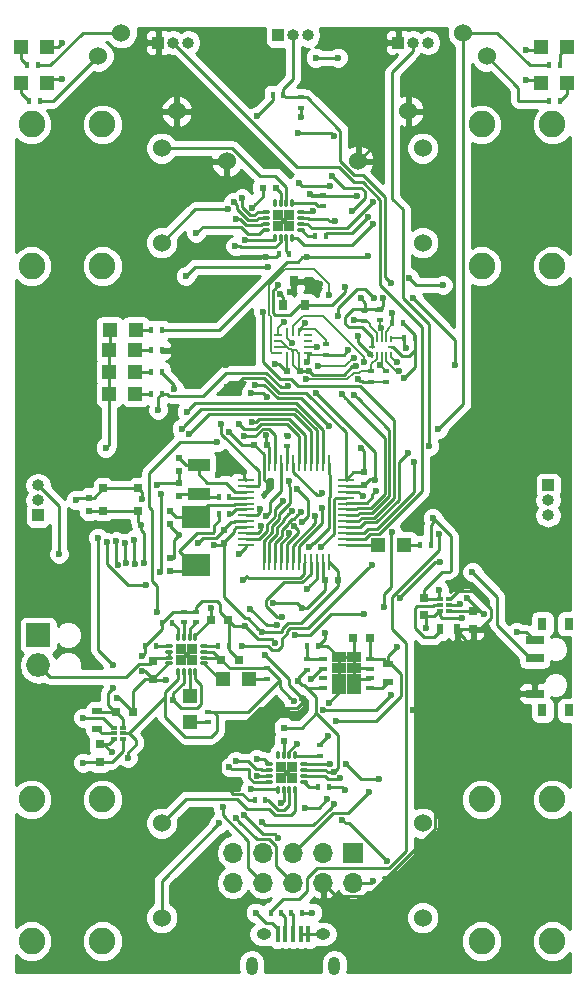
<source format=gbr>
G04 #@! TF.FileFunction,Copper,L1,Top,Signal*
%FSLAX46Y46*%
G04 Gerber Fmt 4.6, Leading zero omitted, Abs format (unit mm)*
G04 Created by KiCad (PCBNEW 4.0.7-e2-6376~58~ubuntu16.04.1) date Mon Apr 30 10:34:26 2018*
%MOMM*%
%LPD*%
G01*
G04 APERTURE LIST*
%ADD10C,0.100000*%
%ADD11R,0.800000X0.750000*%
%ADD12R,0.600000X0.500000*%
%ADD13R,0.500000X0.600000*%
%ADD14R,0.750000X0.800000*%
%ADD15R,1.700000X1.700000*%
%ADD16O,1.700000X1.700000*%
%ADD17R,1.200000X1.200000*%
%ADD18R,1.000000X1.000000*%
%ADD19O,1.000000X1.000000*%
%ADD20R,0.400000X1.350000*%
%ADD21O,1.250000X0.950000*%
%ADD22O,1.000000X1.550000*%
%ADD23O,1.998980X1.998980*%
%ADD24R,1.998980X1.998980*%
%ADD25R,0.900000X0.500000*%
%ADD26R,0.500000X0.900000*%
%ADD27C,2.250000*%
%ADD28C,1.524000*%
%ADD29R,0.800000X0.900000*%
%ADD30R,0.600000X0.400000*%
%ADD31R,0.400000X0.600000*%
%ADD32R,1.500000X0.700000*%
%ADD33R,0.800000X1.000000*%
%ADD34R,0.650000X0.700000*%
%ADD35R,0.750000X0.350000*%
%ADD36R,1.250000X0.900000*%
%ADD37R,0.250000X0.675000*%
%ADD38R,0.675000X0.250000*%
%ADD39R,0.200000X0.600000*%
%ADD40R,0.600000X0.200000*%
%ADD41R,0.200000X0.150000*%
%ADD42R,1.473200X0.279400*%
%ADD43R,0.279400X1.473200*%
%ADD44R,0.550000X0.300000*%
%ADD45R,0.520000X0.300000*%
%ADD46O,0.750000X0.300000*%
%ADD47O,0.300000X0.750000*%
%ADD48R,0.900000X0.900000*%
%ADD49C,0.600000*%
%ADD50R,1.900000X1.100000*%
%ADD51R,2.400000X1.900000*%
%ADD52C,0.250000*%
%ADD53C,0.152400*%
%ADD54C,0.254000*%
G04 APERTURE END LIST*
D10*
D11*
X153630500Y-148844000D03*
X155130500Y-148844000D03*
D12*
X148082000Y-126238000D03*
X149182000Y-126238000D03*
X147108000Y-110744000D03*
X146008000Y-110744000D03*
D13*
X147828000Y-157522000D03*
X147828000Y-156422000D03*
X131318000Y-138049000D03*
X131318000Y-136949000D03*
X138938000Y-133604000D03*
X138938000Y-134704000D03*
X138938000Y-136842500D03*
X138938000Y-135742500D03*
X138176000Y-138049000D03*
X138176000Y-139149000D03*
X138176000Y-143192500D03*
X138176000Y-142092500D03*
D12*
X151257000Y-143954500D03*
X152357000Y-143954500D03*
D13*
X142748000Y-139658000D03*
X142748000Y-140758000D03*
D12*
X145267500Y-132461000D03*
X146367500Y-132461000D03*
D13*
X154622500Y-134810500D03*
X154622500Y-135910500D03*
D14*
X159702500Y-145415000D03*
X159702500Y-146915000D03*
X132207000Y-159297500D03*
X132207000Y-157797500D03*
X163830000Y-146582000D03*
X163830000Y-148082000D03*
D11*
X135064500Y-155130500D03*
X133564500Y-155130500D03*
D14*
X136715500Y-152312500D03*
X136715500Y-150812500D03*
D11*
X143105000Y-147320000D03*
X141605000Y-147320000D03*
X142494000Y-150685500D03*
X143994000Y-150685500D03*
D15*
X153670000Y-167005000D03*
D16*
X153670000Y-169545000D03*
X151130000Y-167005000D03*
X151130000Y-169545000D03*
X148590000Y-167005000D03*
X148590000Y-169545000D03*
X146050000Y-167005000D03*
X146050000Y-169545000D03*
X143510000Y-167005000D03*
X143510000Y-169545000D03*
D17*
X155788000Y-140970000D03*
X157988000Y-140970000D03*
X125562000Y-101854000D03*
X127762000Y-101854000D03*
X125562000Y-98806000D03*
X127762000Y-98806000D03*
X171788000Y-98806000D03*
X169588000Y-98806000D03*
X171788000Y-101854000D03*
X169588000Y-101854000D03*
X135232500Y-124460000D03*
X133032500Y-124460000D03*
X135232500Y-126301500D03*
X133032500Y-126301500D03*
X135232500Y-128143000D03*
X133032500Y-128143000D03*
X139827000Y-155956000D03*
X139827000Y-153756000D03*
X144884500Y-152273000D03*
X142684500Y-152273000D03*
D18*
X137160000Y-98425000D03*
D19*
X138430000Y-98425000D03*
X139700000Y-98425000D03*
D18*
X157480000Y-98425000D03*
D19*
X158750000Y-98425000D03*
X160020000Y-98425000D03*
D20*
X147290000Y-173910000D03*
X147940000Y-173910000D03*
X148590000Y-173910000D03*
X149240000Y-173910000D03*
X149890000Y-173910000D03*
D21*
X146090000Y-173910000D03*
X151090000Y-173910000D03*
D22*
X145090000Y-176610000D03*
X152090000Y-176610000D03*
D18*
X170180000Y-135890000D03*
D19*
X170180000Y-137160000D03*
X170180000Y-138430000D03*
D18*
X147320000Y-97790000D03*
D19*
X148590000Y-97790000D03*
X149860000Y-97790000D03*
D18*
X127000000Y-138430000D03*
D19*
X127000000Y-137160000D03*
X127000000Y-135890000D03*
D23*
X127000000Y-151130000D03*
D24*
X127000000Y-148590000D03*
D25*
X156654500Y-152527000D03*
X156654500Y-151027000D03*
D26*
X162496500Y-148082000D03*
X160996500Y-148082000D03*
D25*
X132016500Y-155015500D03*
X132016500Y-156515500D03*
D27*
X132451100Y-117353600D03*
X126451100Y-117353600D03*
D28*
X137451100Y-107353600D03*
X137451100Y-115353600D03*
D27*
X126451100Y-105353600D03*
X132451100Y-105353600D03*
X164551100Y-105353600D03*
X170551100Y-105353600D03*
D28*
X159551100Y-115353600D03*
X159551100Y-107353600D03*
D27*
X170551100Y-117353600D03*
X164551100Y-117353600D03*
X164551100Y-162503600D03*
X170551100Y-162503600D03*
D28*
X159551100Y-172503600D03*
X159551100Y-164503600D03*
D27*
X170551100Y-174503600D03*
X164551100Y-174503600D03*
X132451100Y-174503600D03*
X126451100Y-174503600D03*
D28*
X137451100Y-164503600D03*
X137451100Y-172503600D03*
D27*
X126451100Y-162503600D03*
X132451100Y-162503600D03*
D29*
X147706000Y-120650000D03*
X149606000Y-120650000D03*
X148656000Y-118650000D03*
D30*
X149796500Y-151511000D03*
X149796500Y-150611000D03*
D31*
X149796500Y-149479000D03*
X150696500Y-149479000D03*
X160274000Y-140970000D03*
X159374000Y-140970000D03*
X149352000Y-172085000D03*
X148452000Y-172085000D03*
X146685000Y-172085000D03*
X147585000Y-172085000D03*
D30*
X151384000Y-123952000D03*
X151384000Y-124852000D03*
X156464000Y-126238000D03*
X156464000Y-127138000D03*
X155194000Y-126238000D03*
X155194000Y-127138000D03*
D31*
X157988000Y-123444000D03*
X158888000Y-123444000D03*
X156972000Y-122187999D03*
X157872000Y-122187999D03*
D30*
X155956000Y-121920000D03*
X155956000Y-121020000D03*
X154600000Y-122000000D03*
X154600000Y-121100000D03*
D31*
X148278000Y-116332000D03*
X147378000Y-116332000D03*
X151384000Y-114808000D03*
X150484000Y-114808000D03*
D30*
X151130000Y-111368000D03*
X151130000Y-112268000D03*
D31*
X146246000Y-162560000D03*
X145346000Y-162560000D03*
X151638000Y-161417000D03*
X150738000Y-161417000D03*
D30*
X150876000Y-157919000D03*
X150876000Y-158819000D03*
D31*
X126238000Y-103378000D03*
X127138000Y-103378000D03*
X127000000Y-100330000D03*
X126100000Y-100330000D03*
X171196000Y-100330000D03*
X170296000Y-100330000D03*
X170296000Y-103378000D03*
X171196000Y-103378000D03*
D30*
X149225000Y-103955000D03*
X149225000Y-103055000D03*
D31*
X146870000Y-102870000D03*
X147770000Y-102870000D03*
X143203500Y-136906000D03*
X142303500Y-136906000D03*
X143198000Y-138366500D03*
X142298000Y-138366500D03*
D30*
X148082000Y-131688000D03*
X148082000Y-132588000D03*
D31*
X137483000Y-124460000D03*
X136583000Y-124460000D03*
X137477500Y-126301500D03*
X136577500Y-126301500D03*
X137477500Y-128143000D03*
X136577500Y-128143000D03*
X136080500Y-149479000D03*
X136980500Y-149479000D03*
D30*
X139319000Y-147516000D03*
X139319000Y-146616000D03*
X141351000Y-155067000D03*
X141351000Y-155967000D03*
D31*
X142240000Y-149479000D03*
X143140000Y-149479000D03*
D30*
X146367500Y-151384000D03*
X146367500Y-152284000D03*
D31*
X138372000Y-147574000D03*
X137472000Y-147574000D03*
D30*
X140398500Y-147521500D03*
X140398500Y-146621500D03*
D32*
X169055000Y-153540000D03*
X169055000Y-150540000D03*
X169055000Y-149040000D03*
D33*
X171915000Y-154940000D03*
X171915000Y-147640000D03*
X169705000Y-147640000D03*
X169705000Y-154940000D03*
D28*
X142969444Y-108477545D03*
X138726804Y-104234905D03*
X132080000Y-99568000D03*
X134059899Y-97588101D03*
X154088680Y-108477545D03*
X158331320Y-104234905D03*
X162998225Y-97588101D03*
X164978124Y-99568000D03*
D34*
X132495500Y-136149000D03*
X135445500Y-136149000D03*
X132495500Y-138049000D03*
X135445500Y-138049000D03*
D35*
X155130000Y-153035000D03*
X155130000Y-152235000D03*
X155130000Y-151435000D03*
X155130000Y-150635000D03*
X151130000Y-150635000D03*
X151130000Y-151435000D03*
X151130000Y-152235000D03*
X151130000Y-153035000D03*
D36*
X152505000Y-150485000D03*
X152505000Y-151385000D03*
X152505000Y-152285000D03*
X152505000Y-153185000D03*
X153755000Y-150485000D03*
X153755000Y-151385000D03*
X153755000Y-152285000D03*
X153755000Y-153185000D03*
D37*
X148582500Y-122943500D03*
X148082500Y-122943500D03*
X149082500Y-122943500D03*
X148082500Y-124968500D03*
X148582500Y-124968500D03*
X149082500Y-124968500D03*
D38*
X147320000Y-123206000D03*
X147320000Y-123706000D03*
X147320000Y-124206000D03*
X147320000Y-124706000D03*
X149845000Y-124706000D03*
X149845000Y-124206000D03*
X149845000Y-123706000D03*
X149845000Y-123206000D03*
D39*
X155280716Y-124832999D03*
X155680716Y-124832999D03*
X156080716Y-124832999D03*
X156480716Y-124832999D03*
X156880716Y-124832999D03*
D40*
X156880716Y-124182999D03*
D39*
X156880716Y-123532999D03*
X156480716Y-123532999D03*
X156080716Y-123532999D03*
X155680716Y-123532999D03*
X155280716Y-123532999D03*
D40*
X155280716Y-124182999D03*
D41*
X155080716Y-124607999D03*
D42*
X144623600Y-135451400D03*
X144623600Y-135951399D03*
X144623600Y-136451401D03*
X144623600Y-136951400D03*
X144623600Y-137451399D03*
X144623600Y-137951400D03*
X144623600Y-138451400D03*
X144623600Y-138951401D03*
X144623600Y-139451400D03*
X144623600Y-139951399D03*
X144623600Y-140451401D03*
X144623600Y-140951400D03*
D43*
X146090000Y-142417800D03*
X146589999Y-142417800D03*
X147090001Y-142417800D03*
X147590000Y-142417800D03*
X148089999Y-142417800D03*
X148590000Y-142417800D03*
X149090000Y-142417800D03*
X149590001Y-142417800D03*
X150090000Y-142417800D03*
X150589999Y-142417800D03*
X151090001Y-142417800D03*
X151590000Y-142417800D03*
D42*
X153056400Y-140951400D03*
X153056400Y-140451401D03*
X153056400Y-139951399D03*
X153056400Y-139451400D03*
X153056400Y-138951401D03*
X153056400Y-138451400D03*
X153056400Y-137951400D03*
X153056400Y-137451399D03*
X153056400Y-136951400D03*
X153056400Y-136451401D03*
X153056400Y-135951399D03*
X153056400Y-135451400D03*
D43*
X151590000Y-133985000D03*
X151090001Y-133985000D03*
X150589999Y-133985000D03*
X150090000Y-133985000D03*
X149590001Y-133985000D03*
X149090000Y-133985000D03*
X148590000Y-133985000D03*
X148089999Y-133985000D03*
X147590000Y-133985000D03*
X147090001Y-133985000D03*
X146589999Y-133985000D03*
X146090000Y-133985000D03*
D44*
X161050986Y-145558002D03*
D45*
X161036000Y-146058001D03*
X161036000Y-146558000D03*
X161775998Y-146558000D03*
X161775998Y-146058001D03*
X161775998Y-145558002D03*
D44*
X133428486Y-156416502D03*
D45*
X133413500Y-156916501D03*
X133413500Y-157416500D03*
X134153498Y-157416500D03*
X134153498Y-156916501D03*
X134153498Y-156416502D03*
D46*
X138098000Y-149491000D03*
X138098000Y-149991000D03*
X138098000Y-150491000D03*
X138098000Y-150991000D03*
D47*
X138823000Y-151716000D03*
X139323000Y-151716000D03*
X139823000Y-151716000D03*
X140323000Y-151716000D03*
D46*
X141048000Y-150991000D03*
X141048000Y-150491000D03*
X141048000Y-149991000D03*
X141048000Y-149491000D03*
D47*
X140323000Y-148766000D03*
X139823000Y-148766000D03*
X139323000Y-148766000D03*
X138823000Y-148766000D03*
D48*
X140023000Y-150691000D03*
X140023000Y-149791000D03*
X139123000Y-150691000D03*
X139123000Y-149791000D03*
D49*
X139573000Y-150241000D03*
X139073000Y-149741000D03*
X140073000Y-149741000D03*
X140073000Y-150741000D03*
X139073000Y-150741000D03*
D50*
X140589000Y-134152000D03*
X140589000Y-136652000D03*
D51*
X140398500Y-138584500D03*
X140398500Y-142684500D03*
D17*
X135250000Y-122750000D03*
X133050000Y-122750000D03*
D31*
X137450000Y-122750000D03*
X136550000Y-122750000D03*
D46*
X146304000Y-112750000D03*
X146304000Y-113250000D03*
X146304000Y-113750000D03*
X146304000Y-114250000D03*
D47*
X147029000Y-114975000D03*
X147529000Y-114975000D03*
X148029000Y-114975000D03*
X148529000Y-114975000D03*
D46*
X149254000Y-114250000D03*
X149254000Y-113750000D03*
X149254000Y-113250000D03*
X149254000Y-112750000D03*
D47*
X148529000Y-112025000D03*
X148029000Y-112025000D03*
X147529000Y-112025000D03*
X147029000Y-112025000D03*
D48*
X148229000Y-113950000D03*
X148229000Y-113050000D03*
X147329000Y-113950000D03*
X147329000Y-113050000D03*
D49*
X147779000Y-113500000D03*
X147279000Y-113000000D03*
X148279000Y-113000000D03*
X148279000Y-114000000D03*
X147279000Y-114000000D03*
D46*
X146558000Y-159486000D03*
X146558000Y-159986000D03*
X146558000Y-160486000D03*
X146558000Y-160986000D03*
D47*
X147283000Y-161711000D03*
X147783000Y-161711000D03*
X148283000Y-161711000D03*
X148783000Y-161711000D03*
D46*
X149508000Y-160986000D03*
X149508000Y-160486000D03*
X149508000Y-159986000D03*
X149508000Y-159486000D03*
D47*
X148783000Y-158761000D03*
X148283000Y-158761000D03*
X147783000Y-158761000D03*
X147283000Y-158761000D03*
D48*
X148483000Y-160686000D03*
X148483000Y-159786000D03*
X147583000Y-160686000D03*
X147583000Y-159786000D03*
D49*
X148033000Y-160236000D03*
X147533000Y-159736000D03*
X148533000Y-159736000D03*
X148533000Y-160736000D03*
X147533000Y-160736000D03*
X149983243Y-111206037D03*
X144253001Y-111594503D03*
X155368011Y-169408211D03*
X158012968Y-126804331D03*
X146321803Y-131677577D03*
X153014584Y-161728576D03*
X140526714Y-140831167D03*
X138406252Y-154074306D03*
X164738384Y-146841473D03*
X163283447Y-145458980D03*
X153910428Y-125847251D03*
X149974395Y-126259811D03*
X155536743Y-135423459D03*
X146348251Y-128393599D03*
X144988530Y-128089078D03*
X150571652Y-128117192D03*
X153963695Y-111420516D03*
X146896573Y-145886909D03*
X149317524Y-146261201D03*
X135838011Y-151620730D03*
X135838011Y-150378416D03*
X133705991Y-153924000D03*
X144526000Y-147828000D03*
X129032000Y-101473000D03*
X129032000Y-98425000D03*
X154940000Y-113157000D03*
X151557830Y-157108493D03*
X151638000Y-154305000D03*
X160909000Y-144780000D03*
X167513000Y-148336000D03*
X151297693Y-148417107D03*
X160401000Y-138684000D03*
X137795000Y-152400000D03*
X138938000Y-140081000D03*
X135763000Y-137033000D03*
X137033000Y-135890000D03*
X132715000Y-132715000D03*
X130175000Y-137160000D03*
X168275000Y-101600000D03*
X168275000Y-99060000D03*
X152400000Y-99695000D03*
X150495000Y-99695000D03*
X130810000Y-159385000D03*
X130810000Y-155575000D03*
X145507477Y-159082650D03*
X147075190Y-149250400D03*
X154086510Y-123233364D03*
X154051000Y-126899662D03*
X153254568Y-124489744D03*
X149809243Y-125463033D03*
X148135196Y-127478840D03*
X147076816Y-125644343D03*
X137160000Y-129540000D03*
X132080000Y-140335000D03*
X133350000Y-151130000D03*
X133350000Y-153035000D03*
X152083067Y-160168936D03*
X145099376Y-112409425D03*
X152119556Y-113569605D03*
X161031615Y-142404216D03*
X158443021Y-118395241D03*
X157676454Y-145469687D03*
X154963752Y-116461223D03*
X148768032Y-148562696D03*
X148967124Y-152464884D03*
X154592020Y-146839940D03*
X161269680Y-118950740D03*
X149799040Y-116611400D03*
X135981777Y-142496497D03*
X143717709Y-164072062D03*
X145816683Y-137902954D03*
X135697603Y-139234835D03*
X146316574Y-116588602D03*
X148313290Y-119534558D03*
X149366948Y-153924368D03*
X151909814Y-109717362D03*
X151130000Y-154940000D03*
X156845000Y-153670000D03*
X158750000Y-154940000D03*
X156210000Y-120015000D03*
X154305000Y-132715000D03*
X142875000Y-125730000D03*
X141886577Y-140932925D03*
X153556046Y-112654480D03*
X150905333Y-118904172D03*
X154299513Y-120053216D03*
X142998521Y-127621674D03*
X143189732Y-131375070D03*
X156004051Y-105842468D03*
X146514319Y-135828820D03*
X145948009Y-148336000D03*
X142240000Y-135001000D03*
X144399000Y-134747000D03*
X142670211Y-157885588D03*
X150114000Y-152273000D03*
X146177000Y-150241000D03*
X144434858Y-163852481D03*
X141624992Y-146313095D03*
X132852230Y-140700739D03*
X138498759Y-127720354D03*
X145415000Y-172085000D03*
X147320000Y-165735000D03*
X136168538Y-144328582D03*
X149975421Y-141119889D03*
X134485235Y-142515821D03*
X134365257Y-140769513D03*
X139169380Y-131109131D03*
X154508894Y-136841182D03*
X156931632Y-139868920D03*
X156296343Y-146221811D03*
X155035630Y-161855723D03*
X135233918Y-142538042D03*
X139752439Y-131604997D03*
X135153031Y-140513174D03*
X142637782Y-163179692D03*
X133745045Y-142630439D03*
X133602491Y-140656974D03*
X139577439Y-129664677D03*
X158830901Y-133921500D03*
X160134300Y-132575300D03*
X146430010Y-117404797D03*
X147354246Y-118966072D03*
X158720962Y-120021191D03*
X162321425Y-125729106D03*
X152956013Y-119121724D03*
X139501573Y-118186297D03*
X156845000Y-118745000D03*
X145832675Y-139384894D03*
X147707991Y-137202223D03*
X128778000Y-141732000D03*
X144018000Y-141732000D03*
X148215506Y-135568099D03*
X149288986Y-104745103D03*
X143119631Y-112503398D03*
X150251062Y-112673194D03*
X155366248Y-113781251D03*
X155333237Y-111946519D03*
X148879607Y-157772739D03*
X156516611Y-167695311D03*
X152770840Y-164231320D03*
X151706727Y-159481705D03*
X153100383Y-159502649D03*
X155847717Y-160755044D03*
X152583952Y-160725832D03*
X152063871Y-162922492D03*
X145948969Y-164371719D03*
X142308580Y-164538660D03*
X146035009Y-121225600D03*
X147484432Y-119703684D03*
X150981680Y-141110351D03*
X150215600Y-172085000D03*
X160910873Y-140067865D03*
X155613537Y-136374515D03*
X147828000Y-122051595D03*
X149606137Y-122174137D03*
X155982602Y-125682414D03*
X154568210Y-125486918D03*
X148522127Y-123867525D03*
X149658399Y-126940005D03*
X148497089Y-138060631D03*
X158120077Y-124287981D03*
X156963795Y-121329965D03*
X149263316Y-138152577D03*
X155464017Y-120082287D03*
X152412643Y-121593760D03*
X152717169Y-128173913D03*
X156046858Y-122611895D03*
X153774054Y-121934112D03*
X153774054Y-128251537D03*
X148214407Y-139950850D03*
X148703574Y-139382314D03*
X160892349Y-131140200D03*
X158330900Y-133134100D03*
X152015490Y-106303284D03*
X142524035Y-130723537D03*
X148981115Y-106106028D03*
X145542000Y-104648000D03*
X163778488Y-143255445D03*
X149349611Y-139001323D03*
X148890528Y-136190497D03*
X148123303Y-131718411D03*
X157387844Y-125478948D03*
X151666255Y-119808401D03*
X157559814Y-126207951D03*
X153714343Y-125092825D03*
X150724768Y-125779732D03*
X150587379Y-124210046D03*
X143711696Y-115655585D03*
X144032476Y-130702291D03*
X144489479Y-115160448D03*
X145082970Y-130525995D03*
X137283664Y-143252398D03*
X144390931Y-143898304D03*
X140379007Y-114554000D03*
X137431010Y-136639321D03*
X143798773Y-113354102D03*
X151069778Y-137802960D03*
X151614455Y-130885005D03*
X145406361Y-127395054D03*
X149105889Y-110318835D03*
X143570632Y-111903359D03*
X151678892Y-110558463D03*
X150456567Y-138507008D03*
X147574000Y-162814000D03*
X149747561Y-144660507D03*
X147626254Y-147042255D03*
X149573436Y-163198972D03*
X144987219Y-161614711D03*
X151435508Y-162508492D03*
X143197447Y-159761869D03*
X144453760Y-131753266D03*
X137100010Y-146621500D03*
X142176500Y-132232400D03*
X147204906Y-147748907D03*
X144969035Y-146358017D03*
X145519060Y-160485270D03*
X146318937Y-138474507D03*
X155261444Y-142620777D03*
X144261514Y-149510438D03*
X143735003Y-159238749D03*
X151072772Y-136548951D03*
X148626497Y-154193086D03*
X162872926Y-147155401D03*
X157411367Y-149633465D03*
X152208329Y-155865363D03*
X159885912Y-147977028D03*
X162687000Y-145923000D03*
X134620000Y-159004000D03*
X133223000Y-158496000D03*
D52*
X138493500Y-142092500D02*
X138176000Y-142092500D01*
X138493500Y-142092500D02*
X138493500Y-140525500D01*
X138493500Y-140525500D02*
X138938000Y-140081000D01*
X138176000Y-139149000D02*
X138176000Y-139319000D01*
X138176000Y-139319000D02*
X138938000Y-140081000D01*
X150145206Y-111368000D02*
X149983243Y-111206037D01*
X150197722Y-111420516D02*
X149983243Y-111206037D01*
X151130000Y-111368000D02*
X150145206Y-111368000D01*
X153963695Y-111420516D02*
X150197722Y-111420516D01*
X143994000Y-150685500D02*
X143969000Y-150685500D01*
X143969000Y-150685500D02*
X143140000Y-149856500D01*
X143140000Y-149856500D02*
X143140000Y-149479000D01*
X151638000Y-161417000D02*
X152703008Y-161417000D01*
X152714585Y-161428577D02*
X153014584Y-161728576D01*
X152703008Y-161417000D02*
X152714585Y-161428577D01*
D53*
X148460462Y-124478600D02*
X148805100Y-124478600D01*
X148043018Y-124206000D02*
X148242817Y-124405799D01*
X148582500Y-124600638D02*
X148582500Y-124968500D01*
X147532500Y-123706000D02*
X148232299Y-124405799D01*
X147320000Y-124206000D02*
X148043018Y-124206000D01*
X148242817Y-124405799D02*
X148387661Y-124405799D01*
X148387661Y-124405799D02*
X148460462Y-124478600D01*
X149082500Y-124756000D02*
X149082500Y-124968500D01*
X148387661Y-124405799D02*
X148582500Y-124600638D01*
X148232299Y-124405799D02*
X148387661Y-124405799D01*
X147320000Y-123706000D02*
X147532500Y-123706000D01*
X148805100Y-124478600D02*
X149082500Y-124756000D01*
D52*
X144253001Y-112374823D02*
X144253001Y-112018767D01*
X145613461Y-112750000D02*
X145311259Y-113052201D01*
X144930379Y-113052201D02*
X144253001Y-112374823D01*
X145311259Y-113052201D02*
X144930379Y-113052201D01*
X146304000Y-112750000D02*
X145613461Y-112750000D01*
X144253001Y-112018767D02*
X144253001Y-111594503D01*
X147075190Y-149250400D02*
X146775191Y-148950401D01*
X146775191Y-148950401D02*
X145648401Y-148950401D01*
X145648401Y-148950401D02*
X144825999Y-148127999D01*
X144825999Y-148127999D02*
X144526000Y-147828000D01*
X145507477Y-159082650D02*
X146154650Y-159082650D01*
X146154650Y-159082650D02*
X146558000Y-159486000D01*
X155231222Y-169545000D02*
X155368011Y-169408211D01*
X153670000Y-169545000D02*
X155231222Y-169545000D01*
X158888000Y-123444000D02*
X158888000Y-125929299D01*
X158888000Y-125929299D02*
X158312967Y-126504332D01*
X158312967Y-126504332D02*
X158012968Y-126804331D01*
X146321803Y-131677577D02*
X146321803Y-132415303D01*
X146321803Y-132415303D02*
X146367500Y-132461000D01*
X146589999Y-133985000D02*
X146589999Y-132683499D01*
X146589999Y-132683499D02*
X146367500Y-132461000D01*
X133050000Y-122750000D02*
X133050000Y-124442500D01*
X133050000Y-124442500D02*
X133032500Y-124460000D01*
X138938000Y-140081000D02*
X138870827Y-140013827D01*
X140526714Y-140831167D02*
X141005328Y-140352553D01*
X141005328Y-140352553D02*
X142103447Y-140352553D01*
X142103447Y-140352553D02*
X142748000Y-139708000D01*
X142748000Y-139708000D02*
X142748000Y-139658000D01*
X150876000Y-157919000D02*
X150876000Y-157790323D01*
X150876000Y-157790323D02*
X151557830Y-157108493D01*
X138406252Y-154074306D02*
X139078749Y-154746803D01*
X140323000Y-152341000D02*
X140323000Y-151716000D01*
X139078749Y-154746803D02*
X140486199Y-154746803D01*
X140486199Y-154746803D02*
X140801551Y-154431451D01*
X140801551Y-154431451D02*
X140801551Y-152819551D01*
X140801551Y-152819551D02*
X140323000Y-152341000D01*
X138406252Y-154074306D02*
X138406252Y-153526746D01*
X138406252Y-153526746D02*
X139323000Y-152609998D01*
X139323000Y-152609998D02*
X139323000Y-151716000D01*
X164738384Y-146841473D02*
X164665940Y-146841473D01*
X164665940Y-146841473D02*
X163283447Y-145458980D01*
X164714473Y-146841473D02*
X164455000Y-146582000D01*
X164455000Y-146582000D02*
X163830000Y-146582000D01*
X164738384Y-146841473D02*
X164714473Y-146841473D01*
X149974395Y-126259811D02*
X150274394Y-126559810D01*
X150274394Y-126559810D02*
X152868037Y-126559810D01*
X152868037Y-126559810D02*
X153580596Y-125847251D01*
X153580596Y-125847251D02*
X153910428Y-125847251D01*
X149182000Y-126238000D02*
X149952584Y-126238000D01*
X149952584Y-126238000D02*
X149974395Y-126259811D01*
X155536743Y-134999195D02*
X155536743Y-135423459D01*
X155536743Y-133082283D02*
X155536743Y-134999195D01*
X150571652Y-128117192D02*
X155536743Y-133082283D01*
X155473784Y-135360500D02*
X155536743Y-135423459D01*
X155122500Y-135360500D02*
X155473784Y-135360500D01*
X154622500Y-135910500D02*
X154622500Y-135860500D01*
X154622500Y-135860500D02*
X155122500Y-135360500D01*
X146348251Y-128393599D02*
X146043730Y-128089078D01*
X146043730Y-128089078D02*
X144988530Y-128089078D01*
X151257000Y-144745989D02*
X149741788Y-146261201D01*
X151257000Y-143954500D02*
X151257000Y-144745989D01*
X149741788Y-146261201D02*
X149317524Y-146261201D01*
X147320837Y-145886909D02*
X146896573Y-145886909D01*
X148943232Y-145886909D02*
X147320837Y-145886909D01*
X149317524Y-146261201D02*
X148943232Y-145886909D01*
X136715500Y-152312500D02*
X136715500Y-152287500D01*
X136080500Y-150135927D02*
X135838011Y-150378416D01*
X136048730Y-151620730D02*
X135838011Y-151620730D01*
X135064500Y-155130500D02*
X135039500Y-155130500D01*
X136715500Y-152287500D02*
X136048730Y-151620730D01*
X133833000Y-153924000D02*
X133705991Y-153924000D01*
X135039500Y-155130500D02*
X133833000Y-153924000D01*
X136080500Y-149479000D02*
X136080500Y-150135927D01*
X144526000Y-147828000D02*
X143613000Y-147828000D01*
X143613000Y-147828000D02*
X143105000Y-147320000D01*
X129032000Y-101473000D02*
X128143000Y-101473000D01*
X128143000Y-101473000D02*
X127762000Y-101854000D01*
X127762000Y-98806000D02*
X128651000Y-98806000D01*
X128651000Y-98806000D02*
X129032000Y-98425000D01*
X151384000Y-114554000D02*
X153543000Y-114554000D01*
X153543000Y-114554000D02*
X154940000Y-113157000D01*
X152505000Y-153185000D02*
X152505000Y-153438000D01*
X152505000Y-153438000D02*
X151638000Y-154305000D01*
X160909000Y-144780000D02*
X160909000Y-145416016D01*
X160909000Y-145416016D02*
X161050986Y-145558002D01*
X160401000Y-139108264D02*
X160274000Y-139235264D01*
X160401000Y-138684000D02*
X160401000Y-139108264D01*
X161925000Y-143129000D02*
X161925000Y-140208000D01*
X160274000Y-139235264D02*
X160274000Y-140970000D01*
X161925000Y-140208000D02*
X160401000Y-138684000D01*
X161798000Y-143256000D02*
X161925000Y-143129000D01*
X161211500Y-143256000D02*
X161798000Y-143256000D01*
X159702500Y-145415000D02*
X159702500Y-144765000D01*
X159702500Y-144765000D02*
X161211500Y-143256000D01*
X167513000Y-148336000D02*
X168351000Y-148336000D01*
X168351000Y-148336000D02*
X169055000Y-149040000D01*
X161050986Y-145558002D02*
X159845502Y-145558002D01*
X159845502Y-145558002D02*
X159702500Y-145415000D01*
X161775998Y-146558000D02*
X163806000Y-146558000D01*
X163806000Y-146558000D02*
X163830000Y-146582000D01*
X151297693Y-148417107D02*
X151297693Y-148877807D01*
X151297693Y-148877807D02*
X150696500Y-149479000D01*
X137795000Y-152400000D02*
X136803000Y-152400000D01*
X136803000Y-152400000D02*
X136715500Y-152312500D01*
X137472000Y-147574000D02*
X137472000Y-148087500D01*
X137472000Y-148087500D02*
X136080500Y-149479000D01*
X143105000Y-147320000D02*
X143080000Y-147320000D01*
X143080000Y-147320000D02*
X142381500Y-146621500D01*
X142381500Y-146621500D02*
X142381500Y-145937500D01*
X142381500Y-145937500D02*
X142113000Y-145669000D01*
X142113000Y-145669000D02*
X140901000Y-145669000D01*
X140901000Y-145669000D02*
X140398500Y-146171500D01*
X140398500Y-146171500D02*
X140398500Y-146621500D01*
X139319000Y-146616000D02*
X140393000Y-146616000D01*
X140393000Y-146616000D02*
X140398500Y-146621500D01*
X137472000Y-147574000D02*
X138430000Y-146616000D01*
X138430000Y-146616000D02*
X139319000Y-146616000D01*
X135064500Y-155130500D02*
X135064500Y-153338500D01*
X135064500Y-153338500D02*
X136090500Y-152312500D01*
X136090500Y-152312500D02*
X136715500Y-152312500D01*
X132832000Y-159297500D02*
X132207000Y-159297500D01*
X133235504Y-159297500D02*
X132832000Y-159297500D01*
X134153498Y-158379506D02*
X133235504Y-159297500D01*
X134153498Y-157416500D02*
X134153498Y-158379506D01*
X135763000Y-137033000D02*
X135763000Y-136466500D01*
X135763000Y-136466500D02*
X135445500Y-136149000D01*
X138938000Y-135742500D02*
X137180500Y-135742500D01*
X137180500Y-135742500D02*
X137033000Y-135890000D01*
X138938000Y-135742500D02*
X138938000Y-134704000D01*
X158888000Y-123994000D02*
X158888000Y-123444000D01*
X158888000Y-124417954D02*
X158888000Y-123994000D01*
X158384079Y-124921875D02*
X158888000Y-124417954D01*
X157819592Y-124921875D02*
X158384079Y-124921875D01*
X156880716Y-124182999D02*
X157080716Y-124182999D01*
X157080716Y-124182999D02*
X157819592Y-124921875D01*
X158888000Y-123444000D02*
X158888000Y-123203999D01*
X158888000Y-123203999D02*
X157872000Y-122187999D01*
X133032500Y-126301500D02*
X133032500Y-124460000D01*
X133032500Y-128143000D02*
X133032500Y-126301500D01*
X132715000Y-132715000D02*
X133032500Y-132397500D01*
X133032500Y-132397500D02*
X133032500Y-128143000D01*
X131318000Y-136949000D02*
X130386000Y-136949000D01*
X130386000Y-136949000D02*
X130175000Y-137160000D01*
X168275000Y-101600000D02*
X169334000Y-101600000D01*
X169334000Y-101600000D02*
X169588000Y-101854000D01*
X168275000Y-99060000D02*
X169334000Y-99060000D01*
X169334000Y-99060000D02*
X169588000Y-98806000D01*
X150495000Y-99695000D02*
X152400000Y-99695000D01*
X132207000Y-159297500D02*
X130897500Y-159297500D01*
X130897500Y-159297500D02*
X130810000Y-159385000D01*
X133428486Y-156416502D02*
X133303486Y-156416502D01*
X133303486Y-156416502D02*
X132461984Y-155575000D01*
X132461984Y-155575000D02*
X130810000Y-155575000D01*
X149890000Y-173910000D02*
X151090000Y-173910000D01*
X149240000Y-173910000D02*
X149890000Y-173910000D01*
X143140000Y-149479000D02*
X143140000Y-147355000D01*
X143140000Y-147355000D02*
X143105000Y-147320000D01*
X138098000Y-150991000D02*
X138037000Y-150991000D01*
X138037000Y-150991000D02*
X136715500Y-152312500D01*
X153755000Y-152285000D02*
X155080000Y-152285000D01*
X155080000Y-152285000D02*
X155130000Y-152235000D01*
X153755000Y-151385000D02*
X155080000Y-151385000D01*
X155080000Y-151385000D02*
X155130000Y-151435000D01*
X152505000Y-150485000D02*
X151499000Y-149479000D01*
X151499000Y-149479000D02*
X150696500Y-149479000D01*
X153755000Y-150485000D02*
X153755000Y-148968500D01*
X153755000Y-148968500D02*
X153630500Y-148844000D01*
X153755000Y-152285000D02*
X153755000Y-153185000D01*
X153755000Y-151385000D02*
X153755000Y-152285000D01*
X153755000Y-150485000D02*
X153755000Y-151385000D01*
X152505000Y-150485000D02*
X153755000Y-150485000D01*
X152505000Y-151385000D02*
X152505000Y-150485000D01*
X152505000Y-152285000D02*
X152505000Y-151385000D01*
X152505000Y-153185000D02*
X152505000Y-152285000D01*
D53*
X149082500Y-124968500D02*
X149082500Y-126138500D01*
X149082500Y-126138500D02*
X149182000Y-126238000D01*
X148582500Y-124968500D02*
X148582500Y-125688500D01*
X148582500Y-125688500D02*
X149132000Y-126238000D01*
X149132000Y-126238000D02*
X149182000Y-126238000D01*
D52*
X131318000Y-136949000D02*
X131695500Y-136949000D01*
X131695500Y-136949000D02*
X132495500Y-136149000D01*
X132495500Y-136149000D02*
X135445500Y-136149000D01*
X154622500Y-135910500D02*
X154581601Y-135951399D01*
X154581601Y-135951399D02*
X153056400Y-135951399D01*
X151257000Y-143954500D02*
X151090001Y-143787501D01*
X151090001Y-143787501D02*
X151090001Y-142417800D01*
X143637000Y-138951401D02*
X144623600Y-138951401D01*
X143551714Y-139036687D02*
X143637000Y-138951401D01*
X142748000Y-139658000D02*
X142748000Y-139608000D01*
X142748000Y-139608000D02*
X143319313Y-139036687D01*
X143319313Y-139036687D02*
X143551714Y-139036687D01*
X154930716Y-124622570D02*
X154086510Y-123778364D01*
X154930716Y-124832999D02*
X154930716Y-124622570D01*
X154086510Y-123778364D02*
X154086510Y-123657628D01*
X154086510Y-123657628D02*
X154086510Y-123233364D01*
X154199329Y-127047991D02*
X154051000Y-126899662D01*
X155194000Y-127138000D02*
X154478356Y-127138000D01*
X154478356Y-127138000D02*
X154388347Y-127047991D01*
X154388347Y-127047991D02*
X154199329Y-127047991D01*
X152892312Y-124852000D02*
X153254568Y-124489744D01*
X151384000Y-124852000D02*
X152892312Y-124852000D01*
X149845000Y-124706000D02*
X149845000Y-125427276D01*
X149845000Y-125427276D02*
X149809243Y-125463033D01*
X148135196Y-127478840D02*
X147989375Y-127624661D01*
X147989375Y-127624661D02*
X147564699Y-127624661D01*
X147564699Y-127624661D02*
X146311029Y-126370991D01*
X142903647Y-126370991D02*
X140962140Y-128312498D01*
X138096998Y-128312498D02*
X137927500Y-128143000D01*
X146311029Y-126370991D02*
X142903647Y-126370991D01*
X137927500Y-128143000D02*
X137477500Y-128143000D01*
X140962140Y-128312498D02*
X138096998Y-128312498D01*
X147438343Y-125644343D02*
X147076816Y-125644343D01*
X148082000Y-126238000D02*
X148032000Y-126238000D01*
X148032000Y-126238000D02*
X147438343Y-125644343D01*
X132914500Y-153470500D02*
X133050001Y-153334999D01*
X132914500Y-154505500D02*
X132914500Y-153470500D01*
X133539500Y-155130500D02*
X132914500Y-154505500D01*
X133564500Y-155130500D02*
X133539500Y-155130500D01*
X133050001Y-153334999D02*
X133350000Y-153035000D01*
X132080000Y-140759264D02*
X132080000Y-140335000D01*
X133350000Y-151130000D02*
X132080000Y-149860000D01*
X132080000Y-149860000D02*
X132080000Y-140759264D01*
X155080716Y-124607999D02*
X155080716Y-124682999D01*
X155080716Y-124682999D02*
X154930716Y-124832999D01*
X154930716Y-124832999D02*
X155280716Y-124832999D01*
X137160000Y-129540000D02*
X137160000Y-128460500D01*
X137160000Y-128460500D02*
X137477500Y-128143000D01*
X133564500Y-155130500D02*
X132131500Y-155130500D01*
X132131500Y-155130500D02*
X132016500Y-155015500D01*
X133564500Y-155130500D02*
X134153498Y-155719498D01*
X134153498Y-155719498D02*
X134153498Y-156416502D01*
D53*
X156464000Y-127138000D02*
X155194000Y-127138000D01*
X148082500Y-124968500D02*
X148082500Y-126237500D01*
X148082500Y-126237500D02*
X148082000Y-126238000D01*
X151384000Y-124852000D02*
X149991000Y-124852000D01*
X149991000Y-124852000D02*
X149845000Y-124706000D01*
D52*
X147108000Y-110744000D02*
X147529000Y-111165000D01*
X147529000Y-111165000D02*
X147529000Y-112025000D01*
X149508000Y-159986000D02*
X151329794Y-159986000D01*
X151512730Y-160168936D02*
X151658803Y-160168936D01*
X151658803Y-160168936D02*
X152083067Y-160168936D01*
X152383066Y-157042590D02*
X152383066Y-159868937D01*
X152383066Y-159868937D02*
X152083067Y-160168936D01*
X151329794Y-159986000D02*
X151512730Y-160168936D01*
X150555998Y-155215522D02*
X152383066Y-157042590D01*
X146008000Y-111500801D02*
X145399375Y-112109426D01*
X146008000Y-110744000D02*
X146008000Y-111500801D01*
X145399375Y-112109426D02*
X145099376Y-112409425D01*
X149936950Y-113362966D02*
X151488653Y-113362966D01*
X149823984Y-113250000D02*
X149936950Y-113362966D01*
X151488653Y-113362966D02*
X151695292Y-113569605D01*
X149254000Y-113250000D02*
X149823984Y-113250000D01*
X151695292Y-113569605D02*
X152119556Y-113569605D01*
X137450000Y-122750000D02*
X142297745Y-122750000D01*
X142297745Y-122750000D02*
X148039214Y-117008531D01*
X149374776Y-116611400D02*
X149799040Y-116611400D01*
X148039214Y-117008531D02*
X148977645Y-117008531D01*
X148977645Y-117008531D02*
X149374776Y-116611400D01*
X150555998Y-155215522D02*
X149349520Y-156422000D01*
X149349520Y-156422000D02*
X147828000Y-156422000D01*
X149553235Y-152839403D02*
X150555998Y-153842166D01*
X150555998Y-153842166D02*
X150555998Y-155215522D01*
X161031615Y-142404216D02*
X161023313Y-142395914D01*
X161023313Y-142395914D02*
X160628626Y-142395914D01*
X160628626Y-142395914D02*
X157676454Y-145348086D01*
X157676454Y-145348086D02*
X157676454Y-145469687D01*
X158998520Y-118950740D02*
X158443021Y-118395241D01*
X161269680Y-118950740D02*
X158998520Y-118950740D01*
X154813575Y-116611400D02*
X154963752Y-116461223D01*
X149799040Y-116611400D02*
X154813575Y-116611400D01*
X149192296Y-148562696D02*
X148768032Y-148562696D01*
X150042146Y-148562696D02*
X149192296Y-148562696D01*
X151764902Y-146839940D02*
X150042146Y-148562696D01*
X154592020Y-146839940D02*
X151764902Y-146839940D01*
X149341643Y-152839403D02*
X149267123Y-152764883D01*
X149553235Y-152839403D02*
X149341643Y-152839403D01*
X148967124Y-152240376D02*
X148967124Y-152464884D01*
X149696500Y-151511000D02*
X148967124Y-152240376D01*
X149796500Y-151511000D02*
X149696500Y-151511000D01*
X149267123Y-152764883D02*
X148967124Y-152464884D01*
X149748832Y-153035000D02*
X149553235Y-152839403D01*
X151130000Y-153035000D02*
X149748832Y-153035000D01*
X147828000Y-157522000D02*
X147828000Y-158716000D01*
X147828000Y-158716000D02*
X147783000Y-158761000D01*
X135697603Y-139234835D02*
X135697603Y-139659099D01*
X135981777Y-139943273D02*
X135981777Y-142072233D01*
X135981777Y-142072233D02*
X135981777Y-142496497D01*
X135697603Y-139659099D02*
X135981777Y-139943273D01*
X148590000Y-169545000D02*
X147175001Y-168130001D01*
X145525646Y-165879999D02*
X144017708Y-164372061D01*
X144017708Y-164372061D02*
X143717709Y-164072062D01*
X146590001Y-165879999D02*
X145525646Y-165879999D01*
X147175001Y-166464999D02*
X146590001Y-165879999D01*
X147175001Y-168130001D02*
X147175001Y-166464999D01*
X145816683Y-137902954D02*
X145816683Y-138145157D01*
X145816683Y-138145157D02*
X145510440Y-138451400D01*
X145510440Y-138451400D02*
X144623600Y-138451400D01*
X135445500Y-138049000D02*
X135445500Y-138982732D01*
X135445500Y-138982732D02*
X135697603Y-139234835D01*
X132495500Y-138049000D02*
X133070500Y-138049000D01*
X133070500Y-138049000D02*
X135445500Y-138049000D01*
X131318000Y-138049000D02*
X132495500Y-138049000D01*
X140589000Y-134152000D02*
X140589000Y-134952000D01*
X140589000Y-134952000D02*
X141315002Y-135678002D01*
X142892677Y-135678002D02*
X143666076Y-136451401D01*
X143666076Y-136451401D02*
X144623600Y-136451401D01*
X141315002Y-135678002D02*
X142892677Y-135678002D01*
X140589000Y-134152000D02*
X139486000Y-134152000D01*
X139486000Y-134152000D02*
X138938000Y-133604000D01*
X140589000Y-136652000D02*
X139128500Y-136652000D01*
X139128500Y-136652000D02*
X138938000Y-136842500D01*
X142303500Y-136906000D02*
X140843000Y-136906000D01*
X140843000Y-136906000D02*
X140589000Y-136652000D01*
X140398500Y-138584500D02*
X138711500Y-138584500D01*
X138711500Y-138584500D02*
X138176000Y-138049000D01*
X140398500Y-138584500D02*
X141423680Y-137559320D01*
X141423680Y-137559320D02*
X143550534Y-137559320D01*
X143550534Y-137559320D02*
X143658455Y-137451399D01*
X143658455Y-137451399D02*
X144623600Y-137451399D01*
X138493500Y-143192500D02*
X138176000Y-143192500D01*
X142298000Y-138366500D02*
X142298000Y-138916500D01*
X142298000Y-138916500D02*
X141923501Y-139290999D01*
X141923501Y-139290999D02*
X141923501Y-139837495D01*
X141923501Y-139837495D02*
X141817903Y-139943093D01*
X141817903Y-139943093D02*
X140483042Y-139943093D01*
X140483042Y-139943093D02*
X138948500Y-141477635D01*
X138948500Y-141484500D02*
X140148500Y-142684500D01*
X138948500Y-141477635D02*
X138948500Y-141484500D01*
X140148500Y-142684500D02*
X140398500Y-142684500D01*
X138493500Y-143192500D02*
X139890500Y-143192500D01*
X139890500Y-143192500D02*
X140398500Y-142684500D01*
X145648010Y-148036001D02*
X145948009Y-148336000D01*
X144763547Y-147151538D02*
X145648010Y-148036001D01*
X144501436Y-147151538D02*
X144763547Y-147151538D01*
X142748000Y-140758000D02*
X142748000Y-145398102D01*
X142748000Y-145398102D02*
X144501436Y-147151538D01*
X146316574Y-116588602D02*
X147121398Y-116588602D01*
X147121398Y-116588602D02*
X147378000Y-116332000D01*
X148656000Y-119350000D02*
X148471442Y-119534558D01*
X148656000Y-118650000D02*
X148656000Y-119350000D01*
X148471442Y-119534558D02*
X148313290Y-119534558D01*
X148272668Y-152336668D02*
X148272668Y-152830088D01*
X146177000Y-150241000D02*
X148272668Y-152336668D01*
X149066949Y-153624369D02*
X149366948Y-153924368D01*
X148272668Y-152830088D02*
X149066949Y-153624369D01*
X145788712Y-154767087D02*
X148948493Y-154767087D01*
X142670211Y-157885588D02*
X145788712Y-154767087D01*
X148948493Y-154767087D02*
X149366948Y-154348632D01*
X149366948Y-154348632D02*
X149366948Y-153924368D01*
X142670211Y-157885588D02*
X142370212Y-158185587D01*
X144854000Y-162560000D02*
X145346000Y-162560000D01*
X142370212Y-158185587D02*
X142370212Y-160841075D01*
X142370212Y-160841075D02*
X143541553Y-162012416D01*
X143541553Y-162012416D02*
X144306416Y-162012416D01*
X144306416Y-162012416D02*
X144854000Y-162560000D01*
X154340609Y-110712735D02*
X152905187Y-110712735D01*
X152905187Y-110712735D02*
X152209813Y-110017361D01*
X152209813Y-110017361D02*
X151909814Y-109717362D01*
X154639609Y-111570917D02*
X154639609Y-111011735D01*
X154639609Y-111011735D02*
X154340609Y-110712735D01*
X153556046Y-112654480D02*
X154639609Y-111570917D01*
X154918981Y-170669001D02*
X160587101Y-165000881D01*
X160587101Y-165000881D02*
X160587101Y-156777101D01*
X152254001Y-170669001D02*
X154918981Y-170669001D01*
X159049999Y-155239999D02*
X158750000Y-154940000D01*
X160587101Y-156777101D02*
X159049999Y-155239999D01*
X151130000Y-169545000D02*
X152254001Y-170669001D01*
X156845000Y-153670000D02*
X155575000Y-154940000D01*
X155575000Y-154940000D02*
X151130000Y-154940000D01*
X162496500Y-148082000D02*
X162496500Y-151193500D01*
X162496500Y-151193500D02*
X158750000Y-154940000D01*
X162496500Y-148082000D02*
X162496500Y-148282000D01*
X167754500Y-153540000D02*
X168055000Y-153540000D01*
X162496500Y-148282000D02*
X167754500Y-153540000D01*
X168055000Y-153540000D02*
X169055000Y-153540000D01*
X163830000Y-148082000D02*
X162496500Y-148082000D01*
X156210000Y-120015000D02*
X156210000Y-120766000D01*
X156210000Y-120766000D02*
X155956000Y-121020000D01*
X154622500Y-134810500D02*
X154622500Y-133032500D01*
X154622500Y-133032500D02*
X154305000Y-132715000D01*
X141605000Y-124460000D02*
X137483000Y-124460000D01*
X146090000Y-133985000D02*
X146090000Y-133283500D01*
X146090000Y-133283500D02*
X145267500Y-132461000D01*
X145267500Y-132461000D02*
X144275662Y-132461000D01*
X144275662Y-132461000D02*
X143189732Y-131375070D01*
X141605000Y-124460000D02*
X142875000Y-125730000D01*
X141886577Y-140932925D02*
X142573075Y-140932925D01*
X142573075Y-140932925D02*
X142748000Y-140758000D01*
X161775998Y-145558002D02*
X161885998Y-145558002D01*
X161885998Y-145558002D02*
X162579002Y-144864998D01*
X162579002Y-144864998D02*
X163812362Y-144864998D01*
X163812362Y-144864998D02*
X165354000Y-146406636D01*
X165354000Y-146406636D02*
X165354000Y-147183000D01*
X165354000Y-147183000D02*
X164455000Y-148082000D01*
X164455000Y-148082000D02*
X163830000Y-148082000D01*
X148656000Y-118650000D02*
X150651161Y-118650000D01*
X150651161Y-118650000D02*
X150905333Y-118904172D01*
X154599512Y-120353215D02*
X154299513Y-120053216D01*
X154686000Y-120439703D02*
X154599512Y-120353215D01*
X154686000Y-121020000D02*
X154686000Y-120439703D01*
X153628173Y-121020000D02*
X154136000Y-121020000D01*
X154136000Y-121020000D02*
X154686000Y-121020000D01*
X152990063Y-122210114D02*
X152990063Y-121658110D01*
X155280716Y-123532999D02*
X155280716Y-123332999D01*
X155280716Y-123332999D02*
X154456830Y-122509113D01*
X153289063Y-122509114D02*
X152990063Y-122210114D01*
X154456830Y-122509113D02*
X153289063Y-122509114D01*
X152990063Y-121658110D02*
X153628173Y-121020000D01*
X153056400Y-131420589D02*
X153056400Y-135451400D01*
X142998521Y-127621674D02*
X143228731Y-127391464D01*
X143228731Y-127391464D02*
X143778478Y-127391464D01*
X143778478Y-127391464D02*
X144387928Y-126782014D01*
X144387928Y-126782014D02*
X146127557Y-126782014D01*
X146127557Y-126782014D02*
X147399387Y-128053844D01*
X147399387Y-128053844D02*
X149689655Y-128053844D01*
X149689655Y-128053844D02*
X153056400Y-131420589D01*
X156004051Y-106266732D02*
X156004051Y-105842468D01*
X156004051Y-106562174D02*
X156004051Y-106266732D01*
X154088680Y-108477545D02*
X156004051Y-106562174D01*
X146214320Y-135528821D02*
X146514319Y-135828820D01*
X146090000Y-133985000D02*
X146090000Y-135404501D01*
X146090000Y-135404501D02*
X146214320Y-135528821D01*
X152357000Y-144454500D02*
X149231780Y-147579720D01*
X147649675Y-148320096D02*
X147633771Y-148336000D01*
X148182997Y-147579720D02*
X147649675Y-148113042D01*
X147633771Y-148336000D02*
X146372273Y-148336000D01*
X147649675Y-148113042D02*
X147649675Y-148320096D01*
X149231780Y-147579720D02*
X148182997Y-147579720D01*
X146372273Y-148336000D02*
X145948009Y-148336000D01*
X152357000Y-143954500D02*
X152357000Y-144454500D01*
X144399000Y-134747000D02*
X142494000Y-134747000D01*
X142494000Y-134747000D02*
X142240000Y-135001000D01*
X144399000Y-134747000D02*
X144399000Y-135226800D01*
X144399000Y-135226800D02*
X144623600Y-135451400D01*
X150114000Y-152273000D02*
X150952000Y-151435000D01*
X150952000Y-151435000D02*
X151130000Y-151435000D01*
X155280716Y-124182999D02*
X155280716Y-123532999D01*
X154686000Y-121020000D02*
X155956000Y-121020000D01*
X154622500Y-134810500D02*
X153697300Y-134810500D01*
X153697300Y-134810500D02*
X153056400Y-135451400D01*
X152357000Y-143954500D02*
X152357000Y-143184800D01*
X152357000Y-143184800D02*
X151590000Y-142417800D01*
X143773412Y-139451400D02*
X144623600Y-139451400D01*
X143561999Y-139662813D02*
X143773412Y-139451400D01*
X142748000Y-140708000D02*
X143561999Y-139894001D01*
X143561999Y-139894001D02*
X143561999Y-139662813D01*
X142748000Y-140758000D02*
X142748000Y-140708000D01*
X127000000Y-151130000D02*
X127999489Y-152129489D01*
X127999489Y-152129489D02*
X134457507Y-152129489D01*
X134457507Y-152129489D02*
X135541995Y-151045001D01*
X135541995Y-151045001D02*
X136482999Y-151045001D01*
X136482999Y-151045001D02*
X136715500Y-150812500D01*
X138098000Y-150491000D02*
X137037000Y-150491000D01*
X137037000Y-150491000D02*
X136715500Y-150812500D01*
X138098000Y-149991000D02*
X138098000Y-150491000D01*
X132852230Y-140700739D02*
X132852230Y-142551048D01*
X135744274Y-144328582D02*
X136168538Y-144328582D01*
X134629764Y-144328582D02*
X135744274Y-144328582D01*
X132852230Y-142551048D02*
X134629764Y-144328582D01*
X146017378Y-165435001D02*
X144734857Y-164152480D01*
X147020001Y-165435001D02*
X146017378Y-165435001D01*
X147320000Y-165735000D02*
X147020001Y-165435001D01*
X144734857Y-164152480D02*
X144434858Y-163852481D01*
X141605000Y-147320000D02*
X141605000Y-146333087D01*
X141605000Y-146333087D02*
X141624992Y-146313095D01*
X138498759Y-127422759D02*
X138498759Y-127720354D01*
X137477500Y-126401500D02*
X138498759Y-127422759D01*
X137477500Y-126301500D02*
X137477500Y-126401500D01*
X145415000Y-172085000D02*
X146315000Y-172985000D01*
X146315000Y-172985000D02*
X146840000Y-172985000D01*
X146840000Y-172985000D02*
X147290000Y-173435000D01*
X147290000Y-173435000D02*
X147290000Y-173910000D01*
X140323000Y-148766000D02*
X140323000Y-148602000D01*
X140323000Y-148602000D02*
X141605000Y-147320000D01*
X149975421Y-141119889D02*
X150314301Y-140781009D01*
X150314301Y-140781009D02*
X150378124Y-140781009D01*
X151694788Y-136876009D02*
X151694788Y-135076388D01*
X151644788Y-136926009D02*
X151694788Y-136876009D01*
X151644788Y-139514345D02*
X151644788Y-136926009D01*
X150378124Y-140781009D02*
X151644788Y-139514345D01*
X151590000Y-134971600D02*
X151590000Y-133985000D01*
X151694788Y-135076388D02*
X151590000Y-134971600D01*
X134365257Y-142395843D02*
X134485235Y-142515821D01*
X134365257Y-140769513D02*
X134365257Y-142395843D01*
X150589999Y-133985000D02*
X150589999Y-131261463D01*
X150589999Y-131261463D02*
X148791498Y-129462962D01*
X148791498Y-129462962D02*
X140815549Y-129462962D01*
X140815549Y-129462962D02*
X139469379Y-130809132D01*
X139469379Y-130809132D02*
X139169380Y-131109131D01*
X153056400Y-136451401D02*
X154119113Y-136451401D01*
X154119113Y-136451401D02*
X154508894Y-136841182D01*
X156931632Y-139868920D02*
X156880517Y-139920035D01*
X156880517Y-139920035D02*
X156880517Y-144483894D01*
X156880517Y-144483894D02*
X156296343Y-145068068D01*
X156296343Y-145068068D02*
X156296343Y-146221811D01*
X148590000Y-167005000D02*
X151982079Y-163612921D01*
X151982079Y-163612921D02*
X153278432Y-163612921D01*
X153278432Y-163612921D02*
X154735631Y-162155722D01*
X154735631Y-162155722D02*
X155035630Y-161855723D01*
X135153031Y-142457155D02*
X135233918Y-142538042D01*
X135153031Y-140513174D02*
X135153031Y-142457155D01*
X150090000Y-131335096D02*
X150090000Y-132998400D01*
X150090000Y-132998400D02*
X150090000Y-133985000D01*
X141450890Y-129906546D02*
X148661450Y-129906546D01*
X139752439Y-131604997D02*
X141450890Y-129906546D01*
X148661450Y-129906546D02*
X150090000Y-131335096D01*
X146050000Y-169545000D02*
X144812836Y-168307836D01*
X144812836Y-168307836D02*
X144812836Y-165987748D01*
X144812836Y-165987748D02*
X142637782Y-163812694D01*
X142637782Y-163812694D02*
X142637782Y-163603956D01*
X142637782Y-163603956D02*
X142637782Y-163179692D01*
X133602491Y-142487885D02*
X133745045Y-142630439D01*
X133602491Y-140656974D02*
X133602491Y-142487885D01*
X151090001Y-133985000D02*
X151090001Y-131194914D01*
X151090001Y-131194914D02*
X148866101Y-128971014D01*
X148866101Y-128971014D02*
X140271102Y-128971014D01*
X139877438Y-129364678D02*
X139577439Y-129664677D01*
X140271102Y-128971014D02*
X139877438Y-129364678D01*
X153056400Y-140951400D02*
X155769400Y-140951400D01*
X155769400Y-140951400D02*
X155788000Y-140970000D01*
X159374000Y-140970000D02*
X157988000Y-140970000D01*
X125562000Y-101854000D02*
X125562000Y-102702000D01*
X125562000Y-102702000D02*
X126238000Y-103378000D01*
X125562000Y-98806000D02*
X125562000Y-99792000D01*
X125562000Y-99792000D02*
X126100000Y-100330000D01*
X171196000Y-100330000D02*
X171196000Y-99398000D01*
X171196000Y-99398000D02*
X171788000Y-98806000D01*
X171788000Y-101854000D02*
X171788000Y-102786000D01*
X171788000Y-102786000D02*
X171196000Y-103378000D01*
X135232500Y-124460000D02*
X136583000Y-124460000D01*
X135232500Y-126301500D02*
X136577500Y-126301500D01*
X135232500Y-128143000D02*
X136577500Y-128143000D01*
X139827000Y-155956000D02*
X141340000Y-155956000D01*
X141340000Y-155956000D02*
X141351000Y-155967000D01*
X139823000Y-151716000D02*
X139823000Y-153752000D01*
X139823000Y-153752000D02*
X139827000Y-153756000D01*
X144884500Y-152273000D02*
X146356500Y-152273000D01*
X146356500Y-152273000D02*
X146367500Y-152284000D01*
X142684500Y-152273000D02*
X142330000Y-152273000D01*
X142330000Y-152273000D02*
X141048000Y-150991000D01*
X153056400Y-140451401D02*
X154706162Y-140451401D01*
X154468445Y-110230725D02*
X153781698Y-110230725D01*
X159506011Y-122461489D02*
X155955013Y-118910491D01*
X159506011Y-136410979D02*
X159506011Y-122461489D01*
X155955013Y-118910491D02*
X155955013Y-111717293D01*
X152467552Y-108916579D02*
X148921579Y-108916579D01*
X148921579Y-108916579D02*
X138929999Y-98924999D01*
X155955013Y-111717293D02*
X154468445Y-110230725D01*
X154706162Y-140451401D02*
X155106088Y-140051475D01*
X155865515Y-140051475D02*
X159506011Y-136410979D01*
X138929999Y-98924999D02*
X138430000Y-98425000D01*
X155106088Y-140051475D02*
X155865515Y-140051475D01*
X153781698Y-110230725D02*
X152467552Y-108916579D01*
X160134300Y-132575300D02*
X160134300Y-122288300D01*
X160134300Y-122288300D02*
X157868011Y-120022011D01*
X157868011Y-120022011D02*
X157868011Y-112540611D01*
X157868011Y-112540611D02*
X156969466Y-111642066D01*
X156969466Y-111642066D02*
X156969466Y-100912640D01*
X156969466Y-100912640D02*
X158750000Y-99132106D01*
X158750000Y-99132106D02*
X158750000Y-98425000D01*
X153056400Y-139951399D02*
X154592782Y-139951399D01*
X154592782Y-139951399D02*
X154908930Y-139635251D01*
X154908930Y-139635251D02*
X155690262Y-139635251D01*
X158830901Y-134345764D02*
X158830901Y-133921500D01*
X155690262Y-139635251D02*
X158830901Y-136494612D01*
X158830901Y-136494612D02*
X158830901Y-134345764D01*
X147940000Y-173910000D02*
X147940000Y-172440000D01*
X147940000Y-172440000D02*
X147585000Y-172085000D01*
X148590000Y-173910000D02*
X148590000Y-172223000D01*
X148590000Y-172223000D02*
X148452000Y-172085000D01*
X139501573Y-118186297D02*
X140283073Y-117404797D01*
X140283073Y-117404797D02*
X146005746Y-117404797D01*
X146005746Y-117404797D02*
X146430010Y-117404797D01*
X149606000Y-120650000D02*
X149184267Y-120650000D01*
X147082609Y-121477585D02*
X146910430Y-121305406D01*
X148356682Y-121477585D02*
X147082609Y-121477585D01*
X149184267Y-120650000D02*
X148356682Y-121477585D01*
X146910430Y-121305406D02*
X146910430Y-119409888D01*
X146910430Y-119409888D02*
X147054247Y-119266071D01*
X147054247Y-119266071D02*
X147354246Y-118966072D01*
X152590500Y-105870500D02*
X149775000Y-103055000D01*
X153787666Y-109672407D02*
X152590500Y-108475241D01*
X156355024Y-118255024D02*
X156355024Y-111529824D01*
X149775000Y-103055000D02*
X149225000Y-103055000D01*
X156845000Y-118745000D02*
X156355024Y-118255024D01*
X152590500Y-108475241D02*
X152590500Y-105870500D01*
X154497607Y-109672407D02*
X153787666Y-109672407D01*
X156355024Y-111529824D02*
X154497607Y-109672407D01*
X162321425Y-123621654D02*
X158720962Y-120021191D01*
X162321425Y-125729106D02*
X162321425Y-123621654D01*
X151852001Y-120650000D02*
X152956013Y-119545988D01*
X152956013Y-119545988D02*
X152956013Y-119121724D01*
X149606000Y-120650000D02*
X151852001Y-120650000D01*
X147770000Y-102870000D02*
X147770000Y-102320000D01*
X147770000Y-102320000D02*
X148590000Y-101500000D01*
X148590000Y-101500000D02*
X148590000Y-98497106D01*
X148590000Y-98497106D02*
X148590000Y-97790000D01*
X149225000Y-103055000D02*
X147955000Y-103055000D01*
X147955000Y-103055000D02*
X147770000Y-102870000D01*
X145832675Y-139728924D02*
X145610200Y-139951399D01*
X145832675Y-139384894D02*
X145832675Y-139728924D01*
X145610200Y-139951399D02*
X144623600Y-139951399D01*
X147039335Y-138516738D02*
X146972436Y-138583637D01*
X147707991Y-137202223D02*
X147039335Y-137870879D01*
X146972436Y-138583637D02*
X146972436Y-138634194D01*
X145699044Y-140451401D02*
X145610200Y-140451401D01*
X146413723Y-139192908D02*
X146413723Y-139736722D01*
X145610200Y-140451401D02*
X144623600Y-140451401D01*
X147039335Y-137870879D02*
X147039335Y-138516738D01*
X146972436Y-138634194D02*
X146413723Y-139192908D01*
X146413723Y-139736722D02*
X145699044Y-140451401D01*
X128778000Y-141732000D02*
X128778000Y-137668000D01*
X128778000Y-137668000D02*
X127000000Y-135890000D01*
X144623600Y-140951400D02*
X144623600Y-141126400D01*
X144623600Y-141126400D02*
X144018000Y-141732000D01*
X146839383Y-139879556D02*
X146090000Y-140628939D01*
X146090000Y-140628939D02*
X146090000Y-141431200D01*
X146090000Y-141431200D02*
X146090000Y-142417800D01*
X147439346Y-138682427D02*
X147372447Y-138749326D01*
X147372447Y-138749326D02*
X147372447Y-138799883D01*
X147372447Y-138799883D02*
X146839383Y-139332947D01*
X146839383Y-139332947D02*
X146839383Y-139879556D01*
X148305829Y-137436037D02*
X147439346Y-138302520D01*
X148305829Y-136082686D02*
X148305829Y-137436037D01*
X148215506Y-135992363D02*
X148305829Y-136082686D01*
X147439346Y-138302520D02*
X147439346Y-138682427D01*
X148215506Y-135568099D02*
X148215506Y-135992363D01*
X149225000Y-104681117D02*
X149288986Y-104745103D01*
X149225000Y-103955000D02*
X149225000Y-104681117D01*
X155130000Y-153035000D02*
X156146500Y-153035000D01*
X156146500Y-153035000D02*
X156654500Y-152527000D01*
X161036000Y-146058001D02*
X160525999Y-146058001D01*
X160525999Y-146058001D02*
X160418681Y-146165319D01*
X160418681Y-146165319D02*
X159075600Y-146165319D01*
X159075600Y-146165319D02*
X158936747Y-146304172D01*
X158936747Y-146304172D02*
X158936747Y-148018094D01*
X158936747Y-148018094D02*
X159700653Y-148782000D01*
X159700653Y-148782000D02*
X160496500Y-148782000D01*
X160496500Y-148782000D02*
X160996500Y-148282000D01*
X160996500Y-148282000D02*
X160996500Y-148082000D01*
X133413500Y-156916501D02*
X132417501Y-156916501D01*
X132417501Y-156916501D02*
X132016500Y-156515500D01*
X137451100Y-107353600D02*
X143435179Y-107353600D01*
X147096223Y-109689021D02*
X148029000Y-110621798D01*
X143435179Y-107353600D02*
X145770600Y-109689021D01*
X145770600Y-109689021D02*
X147096223Y-109689021D01*
X148029000Y-110621798D02*
X148029000Y-111400000D01*
X148029000Y-111400000D02*
X148029000Y-112025000D01*
X142695367Y-112503398D02*
X143119631Y-112503398D01*
X140301302Y-112503398D02*
X142695367Y-112503398D01*
X137451100Y-115353600D02*
X140301302Y-112503398D01*
X150174256Y-112750000D02*
X150251062Y-112673194D01*
X149254000Y-112750000D02*
X150174256Y-112750000D01*
X148529000Y-114975000D02*
X148929000Y-114975000D01*
X148929000Y-114975000D02*
X149483476Y-115529476D01*
X149483476Y-115529476D02*
X153611671Y-115529476D01*
X153611671Y-115529476D02*
X155359896Y-113781251D01*
X155359896Y-113781251D02*
X155366248Y-113781251D01*
X155333237Y-111946519D02*
X153130451Y-114149305D01*
X153130451Y-114149305D02*
X150174439Y-114149305D01*
X150174439Y-114149305D02*
X149775134Y-113750000D01*
X149775134Y-113750000D02*
X149254000Y-113750000D01*
X148879607Y-157772739D02*
X148283000Y-158369346D01*
X148283000Y-158369346D02*
X148283000Y-158761000D01*
X153070839Y-164531319D02*
X153352619Y-164531319D01*
X153352619Y-164531319D02*
X156216612Y-167395312D01*
X156216612Y-167395312D02*
X156516611Y-167695311D01*
X152770840Y-164231320D02*
X153070839Y-164531319D01*
X151702432Y-159486000D02*
X151706727Y-159481705D01*
X149508000Y-159486000D02*
X151702432Y-159486000D01*
X153400382Y-159802648D02*
X153100383Y-159502649D01*
X155847717Y-160755044D02*
X154352778Y-160755044D01*
X154352778Y-160755044D02*
X153400382Y-159802648D01*
X137451100Y-164503600D02*
X139517777Y-162436923D01*
X148783000Y-163479825D02*
X148783000Y-162336000D01*
X139517777Y-162436923D02*
X143801042Y-162436923D01*
X143801042Y-162436923D02*
X144713754Y-163349635D01*
X147026728Y-163830000D02*
X148432825Y-163830000D01*
X144713754Y-163349635D02*
X146546363Y-163349635D01*
X146546363Y-163349635D02*
X147026728Y-163830000D01*
X148432825Y-163830000D02*
X148783000Y-163479825D01*
X148783000Y-162336000D02*
X148783000Y-161711000D01*
X151265508Y-160486000D02*
X151522446Y-160742938D01*
X149508000Y-160486000D02*
X151265508Y-160486000D01*
X151522446Y-160742938D02*
X152566846Y-160742938D01*
X152566846Y-160742938D02*
X152583952Y-160725832D01*
X145948969Y-164371719D02*
X146248968Y-164671718D01*
X146248968Y-164671718D02*
X150314645Y-164671718D01*
X150314645Y-164671718D02*
X151763872Y-163222491D01*
X151763872Y-163222491D02*
X152063871Y-162922492D01*
X142308580Y-164538660D02*
X137451100Y-169396140D01*
X137451100Y-169396140D02*
X137451100Y-172503600D01*
X146035009Y-121649864D02*
X146035009Y-121225600D01*
X148427571Y-126898964D02*
X147496845Y-126898964D01*
X146035009Y-125437128D02*
X146035009Y-121649864D01*
X149934400Y-127515006D02*
X149043613Y-127515006D01*
X154263242Y-127488586D02*
X149960820Y-127488586D01*
X157136239Y-136958265D02*
X157136239Y-130361583D01*
X155445046Y-138649458D02*
X157136239Y-136958265D01*
X154405080Y-138649458D02*
X155445046Y-138649458D01*
X149960820Y-127488586D02*
X149934400Y-127515006D01*
X147496845Y-126898964D02*
X146035009Y-125437128D01*
X149043613Y-127515006D02*
X148427571Y-126898964D01*
X153056400Y-138951401D02*
X154103137Y-138951401D01*
X154103137Y-138951401D02*
X154405080Y-138649458D01*
X157136239Y-130361583D02*
X154263242Y-127488586D01*
X147706000Y-119925252D02*
X147484432Y-119703684D01*
X147706000Y-120650000D02*
X147706000Y-119925252D01*
X149796500Y-149479000D02*
X149796500Y-150611000D01*
X151130000Y-150635000D02*
X149820500Y-150635000D01*
X149820500Y-150635000D02*
X149796500Y-150611000D01*
X150981680Y-141054408D02*
X152044799Y-139991289D01*
X150981680Y-141110351D02*
X150981680Y-141054408D01*
X152044799Y-137091698D02*
X152185097Y-136951400D01*
X152044799Y-139991289D02*
X152044799Y-137091698D01*
X152185097Y-136951400D02*
X153056400Y-136951400D01*
X150215600Y-172085000D02*
X149352000Y-172085000D01*
X160910873Y-140067865D02*
X160910873Y-141402060D01*
X156980798Y-148038794D02*
X158175998Y-149233994D01*
X156710026Y-168313670D02*
X150618744Y-168313670D01*
X146685000Y-171985000D02*
X146685000Y-172085000D01*
X150618744Y-168313670D02*
X149800606Y-169131808D01*
X158175998Y-149233994D02*
X158175998Y-166847698D01*
X149800606Y-170284029D02*
X149124958Y-170959677D01*
X147710323Y-170959677D02*
X146685000Y-171985000D01*
X149800606Y-169131808D02*
X149800606Y-170284029D01*
X160910873Y-141402060D02*
X156980798Y-145332135D01*
X149124958Y-170959677D02*
X147710323Y-170959677D01*
X158175998Y-166847698D02*
X156710026Y-168313670D01*
X156980798Y-145332135D02*
X156980798Y-148038794D01*
X153056400Y-137451399D02*
X153091616Y-137416183D01*
X153091616Y-137416183D02*
X154826245Y-137416183D01*
X154826245Y-137416183D02*
X155313538Y-136928890D01*
X155313538Y-136928890D02*
X155313538Y-136674514D01*
X155313538Y-136674514D02*
X155613537Y-136374515D01*
D53*
X147528001Y-122351594D02*
X147828000Y-122051595D01*
X147320000Y-122559595D02*
X147528001Y-122351594D01*
X147320000Y-123206000D02*
X147320000Y-122559595D01*
X149082500Y-122731000D02*
X149606137Y-122207363D01*
X149606137Y-122207363D02*
X149606137Y-122174137D01*
X149082500Y-122943500D02*
X149082500Y-122731000D01*
X149343790Y-122682210D02*
X149082500Y-122943500D01*
X150466610Y-122682210D02*
X149343790Y-122682210D01*
X151384000Y-123599600D02*
X150466610Y-122682210D01*
X151384000Y-123952000D02*
X151384000Y-123599600D01*
X149438302Y-121597798D02*
X151109325Y-121597798D01*
X148582500Y-122453600D02*
X149438302Y-121597798D01*
X148582500Y-122943500D02*
X148582500Y-122453600D01*
X154568210Y-125056683D02*
X154568210Y-125062654D01*
X154568210Y-125062654D02*
X154568210Y-125486918D01*
X151109325Y-121597798D02*
X154568210Y-125056683D01*
X156080716Y-124832999D02*
X156080716Y-125854716D01*
X156080716Y-125854716D02*
X156464000Y-126238000D01*
X148516625Y-123867525D02*
X148522127Y-123867525D01*
X148082500Y-123433400D02*
X148516625Y-123867525D01*
X148082500Y-122943500D02*
X148082500Y-123433400D01*
X155680716Y-125177975D02*
X155194000Y-125664691D01*
X155194000Y-125664691D02*
X155194000Y-125885600D01*
X155194000Y-125885600D02*
X155194000Y-126238000D01*
X155680716Y-124832999D02*
X155680716Y-125177975D01*
X155194000Y-126238000D02*
X154298457Y-126238000D01*
X153142491Y-126940005D02*
X150082663Y-126940005D01*
X150082663Y-126940005D02*
X149658399Y-126940005D01*
X154298457Y-126238000D02*
X154163005Y-126373452D01*
X154163005Y-126373452D02*
X153709044Y-126373452D01*
X153709044Y-126373452D02*
X153142491Y-126940005D01*
D52*
X147772458Y-138915015D02*
X147839357Y-138848116D01*
X147839357Y-138848116D02*
X147839357Y-138718363D01*
X147839357Y-138718363D02*
X148197090Y-138360630D01*
X148197090Y-138360630D02*
X148497089Y-138060631D01*
X146589999Y-142417800D02*
X146589999Y-140694640D01*
X146589999Y-140694640D02*
X147239394Y-140045245D01*
X147239394Y-140045245D02*
X147239394Y-139498636D01*
X147239394Y-139498636D02*
X147772458Y-138965572D01*
X147772458Y-138965572D02*
X147772458Y-138915015D01*
X157988000Y-124155904D02*
X158120077Y-124287981D01*
X157988000Y-123444000D02*
X157988000Y-124155904D01*
D53*
X157988000Y-123444000D02*
X156969715Y-123444000D01*
X156969715Y-123444000D02*
X156880716Y-123532999D01*
D52*
X156972000Y-122187999D02*
X156972000Y-121338170D01*
X156972000Y-121338170D02*
X156963795Y-121329965D01*
X148963317Y-138452576D02*
X149263316Y-138152577D01*
X148634189Y-138781704D02*
X148963317Y-138452576D01*
X148471469Y-138781704D02*
X148634189Y-138781704D01*
X148172469Y-139154892D02*
X148172469Y-139080704D01*
X148172469Y-139080704D02*
X148471469Y-138781704D01*
X147639405Y-139687956D02*
X148172469Y-139154892D01*
X147639405Y-140210934D02*
X147639405Y-139687956D01*
X147090001Y-140760338D02*
X147639405Y-140210934D01*
X147090001Y-142417800D02*
X147090001Y-140760338D01*
D53*
X156972000Y-122287999D02*
X156972000Y-122187999D01*
X156619600Y-122640399D02*
X156972000Y-122287999D01*
X156480716Y-122935978D02*
X156619600Y-122797094D01*
X156480716Y-123532999D02*
X156480716Y-122935978D01*
X156619600Y-122797094D02*
X156619600Y-122640399D01*
D52*
X155164018Y-119782288D02*
X155464017Y-120082287D01*
X154698725Y-119316995D02*
X155164018Y-119782288D01*
X153987683Y-119316995D02*
X154698725Y-119316995D01*
X152412643Y-120892035D02*
X153987683Y-119316995D01*
X152412643Y-121593760D02*
X152412643Y-120892035D01*
X153056400Y-137951400D02*
X153939945Y-137951400D01*
X153139341Y-128596085D02*
X153017168Y-128473912D01*
X153139341Y-128718615D02*
X153139341Y-128596085D01*
X154075152Y-137816194D02*
X155146910Y-137816194D01*
X153939945Y-137951400D02*
X154075152Y-137816194D01*
X155146910Y-137816194D02*
X156336217Y-136626887D01*
X156336217Y-136626887D02*
X156336217Y-131915491D01*
X156336217Y-131915491D02*
X153139341Y-128718615D01*
X153017168Y-128473912D02*
X152717169Y-128173913D01*
D53*
X155956000Y-122521037D02*
X156046858Y-122611895D01*
X156080716Y-122645753D02*
X156046858Y-122611895D01*
X156080716Y-123532999D02*
X156080716Y-122645753D01*
X155956000Y-121920000D02*
X155956000Y-122521037D01*
D52*
X153788166Y-121920000D02*
X153774054Y-121934112D01*
X154686000Y-121920000D02*
X153788166Y-121920000D01*
D53*
X154786000Y-121920000D02*
X154686000Y-121920000D01*
X155138400Y-122458313D02*
X155138400Y-122272400D01*
X155138400Y-122272400D02*
X154786000Y-121920000D01*
X155680716Y-123532999D02*
X155680716Y-123000629D01*
X155680716Y-123000629D02*
X155138400Y-122458313D01*
D52*
X154074053Y-128551536D02*
X153774054Y-128251537D01*
X154011662Y-138451400D02*
X154246857Y-138216205D01*
X154246857Y-138216205D02*
X155312599Y-138216205D01*
X155312599Y-138216205D02*
X156736228Y-136792576D01*
X156736228Y-136792576D02*
X156736228Y-131213711D01*
X156736228Y-131213711D02*
X154074053Y-128551536D01*
X153056400Y-138451400D02*
X154011662Y-138451400D01*
X148278000Y-116332000D02*
X148029000Y-116083000D01*
X148029000Y-116083000D02*
X148029000Y-114975000D01*
X150484000Y-114808000D02*
X149812000Y-114808000D01*
X149812000Y-114808000D02*
X149254000Y-114250000D01*
X151130000Y-112268000D02*
X150695390Y-112268000D01*
X150695390Y-112268000D02*
X150452390Y-112025000D01*
X150452390Y-112025000D02*
X148929000Y-112025000D01*
X148929000Y-112025000D02*
X148529000Y-112025000D01*
X146246000Y-162560000D02*
X146470478Y-162560000D01*
X146470478Y-162560000D02*
X147341468Y-163430990D01*
X148283000Y-162336000D02*
X148283000Y-161711000D01*
X147341468Y-163430990D02*
X147806532Y-163430990D01*
X148283000Y-162954522D02*
X148283000Y-162336000D01*
X147806532Y-163430990D02*
X148283000Y-162954522D01*
X149939000Y-161417000D02*
X149508000Y-160986000D01*
X150738000Y-161417000D02*
X149939000Y-161417000D01*
X150876000Y-158819000D02*
X148841000Y-158819000D01*
X148841000Y-158819000D02*
X148783000Y-158761000D01*
X150735659Y-158819000D02*
X150876000Y-158819000D01*
X148214407Y-140201632D02*
X148214407Y-139950850D01*
X147590000Y-140826039D02*
X148214407Y-140201632D01*
X147590000Y-142417800D02*
X147590000Y-140826039D01*
X132080000Y-99568000D02*
X128270000Y-103378000D01*
X128270000Y-103378000D02*
X127138000Y-103378000D01*
X148089999Y-140891740D02*
X149003573Y-139978166D01*
X148089999Y-142417800D02*
X148089999Y-140891740D01*
X149003573Y-139682313D02*
X148703574Y-139382314D01*
X149003573Y-139978166D02*
X149003573Y-139682313D01*
X134059899Y-97588101D02*
X130764901Y-97588101D01*
X130764901Y-97588101D02*
X128023002Y-100330000D01*
X128023002Y-100330000D02*
X127450000Y-100330000D01*
X127450000Y-100330000D02*
X127000000Y-100330000D01*
X162998225Y-97588101D02*
X162998225Y-129034324D01*
X162998225Y-129034324D02*
X161192348Y-130840201D01*
X161192348Y-130840201D02*
X160892349Y-131140200D01*
X154260334Y-139451400D02*
X154660657Y-139051077D01*
X153056400Y-139451400D02*
X154260334Y-139451400D01*
X157536250Y-137123954D02*
X157536250Y-133928750D01*
X157536250Y-133928750D02*
X158030901Y-133434099D01*
X158030901Y-133434099D02*
X158330900Y-133134100D01*
X155609127Y-139051077D02*
X157536250Y-137123954D01*
X154660657Y-139051077D02*
X155609127Y-139051077D01*
X169846000Y-100330000D02*
X170296000Y-100330000D01*
X165888701Y-97588101D02*
X168630600Y-100330000D01*
X168630600Y-100330000D02*
X169846000Y-100330000D01*
X162998225Y-97588101D02*
X165888701Y-97588101D01*
X142524035Y-130723537D02*
X142524035Y-131594499D01*
X142524035Y-131594499D02*
X145665769Y-134736233D01*
X145665769Y-134736233D02*
X145665769Y-135895830D01*
X145665769Y-135895830D02*
X145610200Y-135951399D01*
X145610200Y-135951399D02*
X144623600Y-135951399D01*
X151818234Y-106106028D02*
X152015490Y-106303284D01*
X148981115Y-106106028D02*
X151818234Y-106106028D01*
X167640000Y-103378000D02*
X167640000Y-102229876D01*
X167640000Y-102229876D02*
X164978124Y-99568000D01*
X170296000Y-103378000D02*
X167640000Y-103378000D01*
X146870000Y-102870000D02*
X146870000Y-103320000D01*
X146870000Y-103320000D02*
X145542000Y-104648000D01*
X143203500Y-136906000D02*
X143248900Y-136951400D01*
X143248900Y-136951400D02*
X144623600Y-136951400D01*
X143773410Y-137951400D02*
X144623600Y-137951400D01*
X143358310Y-138366500D02*
X143773410Y-137951400D01*
X143198000Y-138366500D02*
X143358310Y-138366500D01*
X163778488Y-143255445D02*
X165856011Y-145332968D01*
X165856011Y-145332968D02*
X165856011Y-147741011D01*
X165856011Y-147741011D02*
X168655000Y-150540000D01*
X168655000Y-150540000D02*
X169055000Y-150540000D01*
X149649610Y-138701324D02*
X149349611Y-139001323D01*
X149881565Y-138469369D02*
X149649610Y-138701324D01*
X149881565Y-137181534D02*
X149881565Y-138469369D01*
X148890528Y-136190497D02*
X149881565Y-137181534D01*
X148082000Y-131688000D02*
X148092892Y-131688000D01*
X148092892Y-131688000D02*
X148123303Y-131718411D01*
X148082000Y-132588000D02*
X148082000Y-133977001D01*
X148082000Y-133977001D02*
X148089999Y-133985000D01*
X138098000Y-149491000D02*
X136992500Y-149491000D01*
X136992500Y-149491000D02*
X136980500Y-149479000D01*
X139323000Y-148766000D02*
X139323000Y-147520000D01*
X139323000Y-147520000D02*
X139319000Y-147516000D01*
X142240000Y-149479000D02*
X141060000Y-149479000D01*
X141060000Y-149479000D02*
X141048000Y-149491000D01*
X138823000Y-148766000D02*
X138823000Y-148025000D01*
X138823000Y-148025000D02*
X138372000Y-147574000D01*
X139823000Y-148766000D02*
X139823000Y-148097000D01*
X139823000Y-148097000D02*
X140398500Y-147521500D01*
D53*
X151666255Y-119384137D02*
X151666255Y-119808401D01*
X147934220Y-117608798D02*
X150382768Y-117608798D01*
X150382768Y-117608798D02*
X151666255Y-118892285D01*
X151666255Y-118892285D02*
X151666255Y-119384137D01*
X147320000Y-124706000D02*
X146830100Y-124706000D01*
X146830100Y-124706000D02*
X146681788Y-124557688D01*
X146560219Y-121450468D02*
X146560219Y-118982799D01*
X146560219Y-118982799D02*
X147934220Y-117608798D01*
X146681788Y-124557688D02*
X146681788Y-121572037D01*
X146681788Y-121572037D02*
X146560219Y-121450468D01*
X156880716Y-125032999D02*
X157326665Y-125478948D01*
X156880716Y-124832999D02*
X156880716Y-125032999D01*
X157326665Y-125478948D02*
X157387844Y-125478948D01*
X157281057Y-126207951D02*
X157559814Y-126207951D01*
X156480716Y-125407610D02*
X157281057Y-126207951D01*
X156480716Y-124832999D02*
X156480716Y-125407610D01*
X153414344Y-125392824D02*
X153714343Y-125092825D01*
X153027436Y-125779732D02*
X153414344Y-125392824D01*
X150724768Y-125779732D02*
X153027436Y-125779732D01*
X149845000Y-124206000D02*
X150583333Y-124206000D01*
X150583333Y-124206000D02*
X150587379Y-124210046D01*
D52*
X147529000Y-114975000D02*
X147529000Y-115299640D01*
X147094191Y-115734449D02*
X144214824Y-115734449D01*
X144214824Y-115734449D02*
X144135960Y-115655585D01*
X147529000Y-115299640D02*
X147094191Y-115734449D01*
X144135960Y-115655585D02*
X143711696Y-115655585D01*
X144032476Y-130702291D02*
X144433499Y-131103314D01*
X145848170Y-130704564D02*
X148033805Y-130704567D01*
X149090000Y-132998400D02*
X149090000Y-133985000D01*
X148033805Y-130704567D02*
X149090000Y-131760762D01*
X144433499Y-131103314D02*
X145449417Y-131103316D01*
X145449417Y-131103316D02*
X145848170Y-130704564D01*
X149090000Y-131760762D02*
X149090000Y-132998400D01*
X144489479Y-115160448D02*
X146843552Y-115160448D01*
X146843552Y-115160448D02*
X147029000Y-114975000D01*
X149590001Y-132998400D02*
X149590001Y-133985000D01*
X145082970Y-130525995D02*
X145462452Y-130525995D01*
X149590001Y-131668931D02*
X149590001Y-132998400D01*
X148226627Y-130305557D02*
X149590001Y-131668931D01*
X145462452Y-130525995D02*
X145682894Y-130305554D01*
X145682894Y-130305554D02*
X148226627Y-130305557D01*
X137431010Y-143105052D02*
X137283664Y-143252398D01*
X137431010Y-136639321D02*
X137431010Y-143105052D01*
X140923535Y-114009472D02*
X144165833Y-114009472D01*
X140379007Y-114554000D02*
X140923535Y-114009472D01*
X146079000Y-114250000D02*
X146304000Y-114250000D01*
X145679000Y-114650000D02*
X146079000Y-114250000D01*
X144165833Y-114009472D02*
X144806361Y-114650000D01*
X144806361Y-114650000D02*
X145679000Y-114650000D01*
X149590001Y-142417800D02*
X149504701Y-142503100D01*
X149504701Y-142503100D02*
X149504701Y-143374401D01*
X149504701Y-143374401D02*
X149158305Y-143720797D01*
X149158305Y-143720797D02*
X144813422Y-143720797D01*
X144813422Y-143720797D02*
X144690930Y-143598305D01*
X144690930Y-143598305D02*
X144390931Y-143898304D01*
X145979360Y-113750000D02*
X145878270Y-113851090D01*
X144571737Y-113851090D02*
X144074749Y-113354102D01*
X144074749Y-113354102D02*
X143798773Y-113354102D01*
X145878270Y-113851090D02*
X144571737Y-113851090D01*
X146304000Y-113750000D02*
X145979360Y-113750000D01*
X149090000Y-142417800D02*
X149090000Y-141070288D01*
X149090000Y-141070288D02*
X151031568Y-139128721D01*
X151031568Y-139128721D02*
X151031568Y-137841170D01*
X151031568Y-137841170D02*
X151069778Y-137802960D01*
X149256169Y-128549673D02*
X151591501Y-130885005D01*
X151591501Y-130885005D02*
X151614455Y-130885005D01*
X145406361Y-127395054D02*
X146164123Y-127395054D01*
X146164123Y-127395054D02*
X147318742Y-128549673D01*
X147318742Y-128549673D02*
X149256169Y-128549673D01*
X151678892Y-110558463D02*
X149345517Y-110558463D01*
X149345517Y-110558463D02*
X149105889Y-110318835D01*
X143853990Y-112186717D02*
X143570632Y-111903359D01*
X143853990Y-112540098D02*
X143853990Y-112186717D01*
X145476534Y-113451212D02*
X144765104Y-113451212D01*
X144765104Y-113451212D02*
X143853990Y-112540098D01*
X146304000Y-113250000D02*
X145677746Y-113250000D01*
X145677746Y-113250000D02*
X145476534Y-113451212D01*
X150456567Y-139138023D02*
X150456567Y-138931272D01*
X150456567Y-138931272D02*
X150456567Y-138507008D01*
X148590000Y-142417800D02*
X148590000Y-141004590D01*
X148590000Y-141004590D02*
X150456567Y-139138023D01*
X147574000Y-162814000D02*
X147783000Y-162605000D01*
X147783000Y-162605000D02*
X147783000Y-161711000D01*
X150047560Y-144360508D02*
X149747561Y-144660507D01*
X150589999Y-143818069D02*
X150047560Y-144360508D01*
X150589999Y-142417800D02*
X150589999Y-143818069D01*
X147201990Y-147042255D02*
X147626254Y-147042255D01*
X146304000Y-145628478D02*
X146304000Y-146144265D01*
X146304000Y-146144265D02*
X147201990Y-147042255D01*
X147811670Y-144120808D02*
X146304000Y-145628478D01*
X150090000Y-142417800D02*
X150090000Y-143404400D01*
X150090000Y-143404400D02*
X149373592Y-144120808D01*
X149373592Y-144120808D02*
X147811670Y-144120808D01*
X149997700Y-163198972D02*
X149573436Y-163198972D01*
X150745028Y-163198972D02*
X149997700Y-163198972D01*
X151435508Y-162508492D02*
X150745028Y-163198972D01*
X144987219Y-161614711D02*
X147186711Y-161614711D01*
X147186711Y-161614711D02*
X147283000Y-161711000D01*
X142176500Y-132232400D02*
X139014200Y-132232400D01*
X139014200Y-132232400D02*
X136410700Y-134835900D01*
X136410700Y-134835900D02*
X136410700Y-137778160D01*
X136664673Y-138032133D02*
X136664673Y-143985859D01*
X136410700Y-137778160D02*
X136664673Y-138032133D01*
X136664673Y-143985859D02*
X137100010Y-144421196D01*
X137100010Y-144421196D02*
X137100010Y-146197236D01*
X137100010Y-146197236D02*
X137100010Y-146621500D01*
X146558000Y-160986000D02*
X145867852Y-160986000D01*
X144894204Y-160709936D02*
X144894204Y-159961202D01*
X145867852Y-160986000D02*
X145794581Y-161059271D01*
X145794581Y-161059271D02*
X145243539Y-161059271D01*
X145243539Y-161059271D02*
X144894204Y-160709936D01*
X144894204Y-159961202D02*
X143396780Y-159961202D01*
X143396780Y-159961202D02*
X143197447Y-159761869D01*
X147090001Y-132998400D02*
X147090001Y-133985000D01*
X147090001Y-131615016D02*
X147090001Y-132998400D01*
X146578560Y-131103575D02*
X147090001Y-131615016D01*
X146027516Y-131103575D02*
X146578560Y-131103575D01*
X144453760Y-131753266D02*
X145377825Y-131753266D01*
X145377825Y-131753266D02*
X146027516Y-131103575D01*
X146359925Y-147748907D02*
X146780642Y-147748907D01*
X144969035Y-146358017D02*
X146359925Y-147748907D01*
X146780642Y-147748907D02*
X147204906Y-147748907D01*
X145519060Y-160485270D02*
X146557270Y-160485270D01*
X146557270Y-160485270D02*
X146558000Y-160486000D01*
X147590000Y-133985000D02*
X147590000Y-136361046D01*
X146624844Y-137326202D02*
X146624844Y-138168600D01*
X146624844Y-138168600D02*
X146618936Y-138174508D01*
X147590000Y-136361046D02*
X146624844Y-137326202D01*
X146618936Y-138174508D02*
X146318937Y-138474507D01*
X149893526Y-147988695D02*
X154961445Y-142920776D01*
X148338306Y-147988695D02*
X149893526Y-147988695D01*
X148048685Y-148278316D02*
X148338306Y-147988695D01*
X148048685Y-148485371D02*
X148048685Y-148278316D01*
X147690056Y-148844000D02*
X148048685Y-148485371D01*
X146799669Y-149824401D02*
X147350711Y-149824401D01*
X154961445Y-142920776D02*
X155261444Y-142620777D01*
X144261514Y-149510438D02*
X146485706Y-149510438D01*
X147350711Y-149824401D02*
X147690056Y-149485056D01*
X146485706Y-149510438D02*
X146799669Y-149824401D01*
X147690056Y-149485056D02*
X147690056Y-148844000D01*
X145933000Y-159986000D02*
X146558000Y-159986000D01*
X145858269Y-159911269D02*
X145933000Y-159986000D01*
X144737451Y-159238749D02*
X145409971Y-159911269D01*
X143735003Y-159238749D02*
X144737451Y-159238749D01*
X145409971Y-159911269D02*
X145858269Y-159911269D01*
X151072772Y-136548951D02*
X150852950Y-136768773D01*
X150852950Y-136768773D02*
X150578277Y-136768773D01*
X150578277Y-136768773D02*
X148590000Y-134780496D01*
X148590000Y-134780496D02*
X148590000Y-133985000D01*
X148326498Y-153893087D02*
X148626497Y-154193086D01*
X147447000Y-153013589D02*
X148326498Y-153893087D01*
X147447000Y-152363500D02*
X147447000Y-153013589D01*
X162872926Y-147155401D02*
X161233401Y-147155401D01*
X161233401Y-147155401D02*
X161036000Y-146958000D01*
X161036000Y-146958000D02*
X161036000Y-146558000D01*
X157411367Y-149633465D02*
X156654500Y-150390332D01*
X156654500Y-150390332D02*
X156654500Y-151027000D01*
X152632593Y-155865363D02*
X152208329Y-155865363D01*
X155602436Y-155865363D02*
X152632593Y-155865363D01*
X157720427Y-153747372D02*
X155602436Y-155865363D01*
X157720427Y-151892927D02*
X157720427Y-153747372D01*
X156854500Y-151027000D02*
X157720427Y-151892927D01*
X156654500Y-151027000D02*
X156854500Y-151027000D01*
X137752998Y-153827001D02*
X137752998Y-155532000D01*
X137752998Y-155532000D02*
X139446998Y-157226000D01*
X139446998Y-157226000D02*
X141621684Y-157226000D01*
X142108617Y-156739067D02*
X142108617Y-155324911D01*
X141621684Y-157226000D02*
X142108617Y-156739067D01*
X142108617Y-155324911D02*
X141850706Y-155067000D01*
X141850706Y-155067000D02*
X141351000Y-155067000D01*
X159885912Y-147977028D02*
X159885912Y-147098412D01*
X159885912Y-147098412D02*
X159702500Y-146915000D01*
X162687000Y-145923000D02*
X162551999Y-146058001D01*
X162551999Y-146058001D02*
X161775998Y-146058001D01*
X159745500Y-146958000D02*
X159702500Y-146915000D01*
X160926000Y-146558000D02*
X160526000Y-146958000D01*
X161036000Y-146558000D02*
X160926000Y-146558000D01*
X160526000Y-146958000D02*
X159745500Y-146958000D01*
X147447000Y-152363500D02*
X144743500Y-155067000D01*
X144743500Y-155067000D02*
X141351000Y-155067000D01*
X146367500Y-151384000D02*
X146467500Y-151384000D01*
X146467500Y-151384000D02*
X147447000Y-152363500D01*
X142494000Y-150685500D02*
X142519000Y-150685500D01*
X142519000Y-150685500D02*
X143217500Y-151384000D01*
X143217500Y-151384000D02*
X145817500Y-151384000D01*
X145817500Y-151384000D02*
X146367500Y-151384000D01*
X137752998Y-153827001D02*
X134663498Y-156916501D01*
X137752998Y-153411002D02*
X137752998Y-153827001D01*
X138823000Y-152341000D02*
X137752998Y-153411002D01*
X138823000Y-151716000D02*
X138823000Y-152341000D01*
X134153498Y-156916501D02*
X134663498Y-156916501D01*
X134663498Y-156916501D02*
X135255000Y-157508003D01*
X135255000Y-157508003D02*
X135255000Y-157861000D01*
X134620000Y-159004000D02*
X134620000Y-158496000D01*
X134620000Y-158496000D02*
X135255000Y-157861000D01*
X132207000Y-157797500D02*
X132524500Y-157797500D01*
X132524500Y-157797500D02*
X133223000Y-158496000D01*
X132207000Y-157797500D02*
X133032500Y-157797500D01*
X133032500Y-157797500D02*
X133413500Y-157416500D01*
X141048000Y-149991000D02*
X141799500Y-149991000D01*
X141799500Y-149991000D02*
X142494000Y-150685500D01*
X142494000Y-150685500D02*
X142299500Y-150491000D01*
X142299500Y-150491000D02*
X141048000Y-150491000D01*
X155130000Y-150635000D02*
X155130000Y-148844500D01*
X155130000Y-148844500D02*
X155130500Y-148844000D01*
X156654500Y-151027000D02*
X156262500Y-150635000D01*
X156262500Y-150635000D02*
X155130000Y-150635000D01*
X136550000Y-122750000D02*
X135250000Y-122750000D01*
D54*
G36*
X146172560Y-97290000D02*
X146172560Y-98290000D01*
X146216838Y-98525317D01*
X146355910Y-98741441D01*
X146568110Y-98886431D01*
X146820000Y-98937440D01*
X147820000Y-98937440D01*
X147830000Y-98935558D01*
X147830000Y-101185198D01*
X147232599Y-101782599D01*
X147130847Y-101934882D01*
X147070000Y-101922560D01*
X146670000Y-101922560D01*
X146434683Y-101966838D01*
X146218559Y-102105910D01*
X146073569Y-102318110D01*
X146022560Y-102570000D01*
X146022560Y-103092638D01*
X145402320Y-103712878D01*
X145356833Y-103712838D01*
X145013057Y-103854883D01*
X144973837Y-103894035D01*
X140398883Y-99319081D01*
X140502566Y-99249802D01*
X140748603Y-98881582D01*
X140835000Y-98447236D01*
X140835000Y-98402764D01*
X140748603Y-97968418D01*
X140502566Y-97600198D01*
X140134346Y-97354161D01*
X139700000Y-97267764D01*
X139265654Y-97354161D01*
X139065000Y-97488234D01*
X138864346Y-97354161D01*
X138430000Y-97267764D01*
X137995654Y-97354161D01*
X137974818Y-97368083D01*
X137786310Y-97290000D01*
X137445750Y-97290000D01*
X137287000Y-97448750D01*
X137287000Y-98298000D01*
X137307000Y-98298000D01*
X137307000Y-98342436D01*
X137295000Y-98402764D01*
X137295000Y-98447236D01*
X137307000Y-98507564D01*
X137307000Y-98552000D01*
X137287000Y-98552000D01*
X137287000Y-99401250D01*
X137445750Y-99560000D01*
X137786310Y-99560000D01*
X137974818Y-99481917D01*
X137995654Y-99495839D01*
X138430000Y-99582236D01*
X138498757Y-99568559D01*
X148384178Y-109453980D01*
X148542702Y-109559902D01*
X148313697Y-109788508D01*
X148301026Y-109819022D01*
X147633624Y-109151620D01*
X147387062Y-108986873D01*
X147096223Y-108929021D01*
X146085402Y-108929021D01*
X143972580Y-106816199D01*
X143726018Y-106651452D01*
X143435179Y-106593600D01*
X138648631Y-106593600D01*
X138636110Y-106563297D01*
X138243470Y-106169971D01*
X137730200Y-105956843D01*
X137174439Y-105956358D01*
X136660797Y-106168590D01*
X136267471Y-106561230D01*
X136054343Y-107074500D01*
X136053858Y-107630261D01*
X136266090Y-108143903D01*
X136658730Y-108537229D01*
X137172000Y-108750357D01*
X137727761Y-108750842D01*
X138241403Y-108538610D01*
X138634729Y-108145970D01*
X138648170Y-108113600D01*
X141594948Y-108113600D01*
X141588082Y-108130176D01*
X141710213Y-108350545D01*
X142662836Y-108350545D01*
X142775695Y-108463404D01*
X142955303Y-108283796D01*
X142842444Y-108170937D01*
X142842444Y-108113600D01*
X143096444Y-108113600D01*
X143096444Y-108170937D01*
X142983585Y-108283796D01*
X143163193Y-108463404D01*
X143276052Y-108350545D01*
X143357322Y-108350545D01*
X143611322Y-108604545D01*
X143096444Y-108604545D01*
X143096444Y-109736776D01*
X143316813Y-109858907D01*
X143818995Y-109620825D01*
X144191841Y-109208689D01*
X144198761Y-109191984D01*
X145167309Y-110160532D01*
X145111569Y-110242110D01*
X145060560Y-110494000D01*
X145060560Y-110994000D01*
X145097360Y-111189576D01*
X145046118Y-111065560D01*
X144783328Y-110802311D01*
X144439800Y-110659665D01*
X144067834Y-110659341D01*
X143724058Y-110801386D01*
X143556806Y-110968346D01*
X143385465Y-110968197D01*
X143041689Y-111110242D01*
X142778440Y-111373032D01*
X142648283Y-111686483D01*
X142590688Y-111710281D01*
X142557513Y-111743398D01*
X140301302Y-111743398D01*
X140010462Y-111801250D01*
X139763901Y-111965997D01*
X137760481Y-113969417D01*
X137730200Y-113956843D01*
X137174439Y-113956358D01*
X136660797Y-114168590D01*
X136267471Y-114561230D01*
X136054343Y-115074500D01*
X136053858Y-115630261D01*
X136266090Y-116143903D01*
X136658730Y-116537229D01*
X137172000Y-116750357D01*
X137727761Y-116750842D01*
X138241403Y-116538610D01*
X138634729Y-116145970D01*
X138847857Y-115632700D01*
X138848342Y-115076939D01*
X138834957Y-115044545D01*
X139444110Y-114435392D01*
X139443845Y-114739167D01*
X139585890Y-115082943D01*
X139848680Y-115346192D01*
X140192208Y-115488838D01*
X140564174Y-115489162D01*
X140907950Y-115347117D01*
X141171199Y-115084327D01*
X141301939Y-114769472D01*
X143407821Y-114769472D01*
X143182753Y-114862468D01*
X142919504Y-115125258D01*
X142776858Y-115468786D01*
X142776534Y-115840752D01*
X142918579Y-116184528D01*
X143181369Y-116447777D01*
X143524897Y-116590423D01*
X143896863Y-116590747D01*
X144157513Y-116483049D01*
X144214824Y-116494449D01*
X146184788Y-116494449D01*
X145901067Y-116611680D01*
X145867892Y-116644797D01*
X140283073Y-116644797D01*
X139992234Y-116702649D01*
X139745672Y-116867396D01*
X139361893Y-117251175D01*
X139316406Y-117251135D01*
X138972630Y-117393180D01*
X138709381Y-117655970D01*
X138566735Y-117999498D01*
X138566411Y-118371464D01*
X138708456Y-118715240D01*
X138971246Y-118978489D01*
X139314774Y-119121135D01*
X139686740Y-119121459D01*
X140030516Y-118979414D01*
X140293765Y-118716624D01*
X140436411Y-118373096D01*
X140436452Y-118326220D01*
X140597875Y-118164797D01*
X145808146Y-118164797D01*
X141982943Y-121990000D01*
X138101563Y-121990000D01*
X137901890Y-121853569D01*
X137650000Y-121802560D01*
X137250000Y-121802560D01*
X137014683Y-121846838D01*
X137003021Y-121854342D01*
X137001890Y-121853569D01*
X136750000Y-121802560D01*
X136381013Y-121802560D01*
X136314090Y-121698559D01*
X136101890Y-121553569D01*
X135850000Y-121502560D01*
X134650000Y-121502560D01*
X134414683Y-121546838D01*
X134198559Y-121685910D01*
X134150866Y-121755711D01*
X134114090Y-121698559D01*
X133901890Y-121553569D01*
X133650000Y-121502560D01*
X132450000Y-121502560D01*
X132214683Y-121546838D01*
X131998559Y-121685910D01*
X131853569Y-121898110D01*
X131802560Y-122150000D01*
X131802560Y-123350000D01*
X131846838Y-123585317D01*
X131849168Y-123588938D01*
X131836069Y-123608110D01*
X131785060Y-123860000D01*
X131785060Y-125060000D01*
X131829338Y-125295317D01*
X131883734Y-125379850D01*
X131836069Y-125449610D01*
X131785060Y-125701500D01*
X131785060Y-126901500D01*
X131829338Y-127136817D01*
X131883734Y-127221350D01*
X131836069Y-127291110D01*
X131785060Y-127543000D01*
X131785060Y-128743000D01*
X131829338Y-128978317D01*
X131968410Y-129194441D01*
X132180610Y-129339431D01*
X132272500Y-129358039D01*
X132272500Y-131886166D01*
X132186057Y-131921883D01*
X131922808Y-132184673D01*
X131780162Y-132528201D01*
X131779838Y-132900167D01*
X131921883Y-133243943D01*
X132184673Y-133507192D01*
X132528201Y-133649838D01*
X132900167Y-133650162D01*
X133243943Y-133508117D01*
X133507192Y-133245327D01*
X133649838Y-132901799D01*
X133649913Y-132815154D01*
X133734648Y-132688339D01*
X133792500Y-132397500D01*
X133792500Y-129360334D01*
X133867817Y-129346162D01*
X134083941Y-129207090D01*
X134131634Y-129137289D01*
X134168410Y-129194441D01*
X134380610Y-129339431D01*
X134632500Y-129390440D01*
X135832500Y-129390440D01*
X136067817Y-129346162D01*
X136283941Y-129207090D01*
X136288764Y-129200032D01*
X136225162Y-129353201D01*
X136224838Y-129725167D01*
X136366883Y-130068943D01*
X136629673Y-130332192D01*
X136973201Y-130474838D01*
X137345167Y-130475162D01*
X137688943Y-130333117D01*
X137952192Y-130070327D01*
X138094838Y-129726799D01*
X138095162Y-129354833D01*
X137967893Y-129046817D01*
X138096998Y-129072498D01*
X138847207Y-129072498D01*
X138785247Y-129134350D01*
X138642601Y-129477878D01*
X138642277Y-129849844D01*
X138784322Y-130193620D01*
X138828806Y-130238182D01*
X138640437Y-130316014D01*
X138377188Y-130578804D01*
X138234542Y-130922332D01*
X138234218Y-131294298D01*
X138376263Y-131638074D01*
X138454925Y-131716873D01*
X135873299Y-134298499D01*
X135708552Y-134545061D01*
X135650700Y-134835900D01*
X135650700Y-135151560D01*
X135120500Y-135151560D01*
X134885183Y-135195838D01*
X134669059Y-135334910D01*
X134632101Y-135389000D01*
X133311257Y-135389000D01*
X133284590Y-135347559D01*
X133072390Y-135202569D01*
X132820500Y-135151560D01*
X132170500Y-135151560D01*
X131935183Y-135195838D01*
X131719059Y-135334910D01*
X131574069Y-135547110D01*
X131523060Y-135799000D01*
X131523060Y-136001560D01*
X131068000Y-136001560D01*
X130832683Y-136045838D01*
X130616559Y-136184910D01*
X130613764Y-136189000D01*
X130386000Y-136189000D01*
X130204890Y-136225025D01*
X129989833Y-136224838D01*
X129646057Y-136366883D01*
X129382808Y-136629673D01*
X129240162Y-136973201D01*
X129240090Y-137055288D01*
X128143559Y-135958757D01*
X128157236Y-135890000D01*
X128070839Y-135455654D01*
X127824802Y-135087434D01*
X127456582Y-134841397D01*
X127022236Y-134755000D01*
X126977764Y-134755000D01*
X126543418Y-134841397D01*
X126175198Y-135087434D01*
X125929161Y-135455654D01*
X125842764Y-135890000D01*
X125929161Y-136324346D01*
X126063234Y-136525000D01*
X125929161Y-136725654D01*
X125842764Y-137160000D01*
X125929161Y-137594346D01*
X125944805Y-137617759D01*
X125903569Y-137678110D01*
X125852560Y-137930000D01*
X125852560Y-138930000D01*
X125896838Y-139165317D01*
X126035910Y-139381441D01*
X126248110Y-139526431D01*
X126500000Y-139577440D01*
X127500000Y-139577440D01*
X127735317Y-139533162D01*
X127951441Y-139394090D01*
X128018000Y-139296678D01*
X128018000Y-141169537D01*
X127985808Y-141201673D01*
X127843162Y-141545201D01*
X127842838Y-141917167D01*
X127984883Y-142260943D01*
X128247673Y-142524192D01*
X128591201Y-142666838D01*
X128963167Y-142667162D01*
X129306943Y-142525117D01*
X129570192Y-142262327D01*
X129712838Y-141918799D01*
X129713162Y-141546833D01*
X129571117Y-141203057D01*
X129538000Y-141169882D01*
X129538000Y-137845333D01*
X129644673Y-137952192D01*
X129988201Y-138094838D01*
X130360167Y-138095162D01*
X130420560Y-138070208D01*
X130420560Y-138349000D01*
X130464838Y-138584317D01*
X130603910Y-138800441D01*
X130816110Y-138945431D01*
X131068000Y-138996440D01*
X131568000Y-138996440D01*
X131803317Y-138952162D01*
X131830080Y-138934941D01*
X131918610Y-138995431D01*
X132170500Y-139046440D01*
X132820500Y-139046440D01*
X133055817Y-139002162D01*
X133271941Y-138863090D01*
X133308899Y-138809000D01*
X134629743Y-138809000D01*
X134656410Y-138850441D01*
X134685500Y-138870317D01*
X134685500Y-138982732D01*
X134743352Y-139273571D01*
X134762544Y-139302293D01*
X134762441Y-139420002D01*
X134848165Y-139627470D01*
X134624088Y-139720057D01*
X134509307Y-139834638D01*
X134180090Y-139834351D01*
X134119662Y-139859319D01*
X133789290Y-139722136D01*
X133417324Y-139721812D01*
X133174489Y-139822149D01*
X133039029Y-139765901D01*
X132832852Y-139765721D01*
X132610327Y-139542808D01*
X132266799Y-139400162D01*
X131894833Y-139399838D01*
X131551057Y-139541883D01*
X131287808Y-139804673D01*
X131145162Y-140148201D01*
X131144838Y-140520167D01*
X131286883Y-140863943D01*
X131320000Y-140897118D01*
X131320000Y-149860000D01*
X131377852Y-150150839D01*
X131542599Y-150397401D01*
X132414878Y-151269680D01*
X132414838Y-151315167D01*
X132437283Y-151369489D01*
X130723655Y-151369489D01*
X130724794Y-151366745D01*
X130725206Y-150895323D01*
X130545180Y-150459628D01*
X130212125Y-150125991D01*
X129776745Y-149945206D01*
X129305323Y-149944794D01*
X128869628Y-150124820D01*
X128535991Y-150457875D01*
X128516502Y-150504811D01*
X128510072Y-150472486D01*
X128296547Y-150152923D01*
X128450931Y-150053580D01*
X128595921Y-149841380D01*
X128646930Y-149589490D01*
X128646930Y-149372678D01*
X128867875Y-149594009D01*
X129303255Y-149774794D01*
X129774677Y-149775206D01*
X130210372Y-149595180D01*
X130544009Y-149262125D01*
X130724794Y-148826745D01*
X130725206Y-148355323D01*
X130545180Y-147919628D01*
X130212125Y-147585991D01*
X129776745Y-147405206D01*
X129305323Y-147404794D01*
X128869628Y-147584820D01*
X128646930Y-147807130D01*
X128646930Y-147590510D01*
X128602652Y-147355193D01*
X128463580Y-147139069D01*
X128251380Y-146994079D01*
X127999490Y-146943070D01*
X126000510Y-146943070D01*
X125765193Y-146987348D01*
X125549069Y-147126420D01*
X125404079Y-147338620D01*
X125353070Y-147590510D01*
X125353070Y-149589490D01*
X125397348Y-149824807D01*
X125536420Y-150040931D01*
X125702473Y-150154390D01*
X125489928Y-150472486D01*
X125365510Y-151097978D01*
X125365510Y-151162022D01*
X125489928Y-151787514D01*
X125844241Y-152317781D01*
X126374508Y-152672094D01*
X127000000Y-152796512D01*
X127505575Y-152695947D01*
X127708650Y-152831637D01*
X127999489Y-152889489D01*
X132415126Y-152889489D01*
X132415121Y-152895077D01*
X132377099Y-152933099D01*
X132212352Y-153179661D01*
X132154500Y-153470500D01*
X132154500Y-154118060D01*
X131566500Y-154118060D01*
X131331183Y-154162338D01*
X131115059Y-154301410D01*
X130970069Y-154513610D01*
X130944451Y-154640116D01*
X130624833Y-154639838D01*
X130281057Y-154781883D01*
X130017808Y-155044673D01*
X129875162Y-155388201D01*
X129874838Y-155760167D01*
X130016883Y-156103943D01*
X130279673Y-156367192D01*
X130623201Y-156509838D01*
X130919060Y-156510096D01*
X130919060Y-156765500D01*
X130963338Y-157000817D01*
X131102410Y-157216941D01*
X131206695Y-157288196D01*
X131184560Y-157397500D01*
X131184560Y-158197500D01*
X131228838Y-158432817D01*
X131296200Y-158537500D01*
X131207131Y-158537500D01*
X130996799Y-158450162D01*
X130624833Y-158449838D01*
X130281057Y-158591883D01*
X130017808Y-158854673D01*
X129875162Y-159198201D01*
X129874838Y-159570167D01*
X130016883Y-159913943D01*
X130279673Y-160177192D01*
X130623201Y-160319838D01*
X130995167Y-160320162D01*
X131338943Y-160178117D01*
X131368064Y-160149046D01*
X131580110Y-160293931D01*
X131832000Y-160344940D01*
X132582000Y-160344940D01*
X132817317Y-160300662D01*
X133033441Y-160161590D01*
X133104563Y-160057500D01*
X133235504Y-160057500D01*
X133526343Y-159999648D01*
X133772905Y-159834901D01*
X133950765Y-159657041D01*
X134089673Y-159796192D01*
X134433201Y-159938838D01*
X134805167Y-159939162D01*
X135148943Y-159797117D01*
X135412192Y-159534327D01*
X135554838Y-159190799D01*
X135555162Y-158818833D01*
X135501600Y-158689202D01*
X135792401Y-158398401D01*
X135957148Y-158151839D01*
X136015000Y-157861000D01*
X136015000Y-157508003D01*
X135957148Y-157217164D01*
X135792401Y-156970602D01*
X135738300Y-156916501D01*
X137014534Y-155640267D01*
X137050850Y-155822839D01*
X137215597Y-156069401D01*
X138909597Y-157763401D01*
X139156159Y-157928148D01*
X139446998Y-157986000D01*
X141621684Y-157986000D01*
X141912523Y-157928148D01*
X142159085Y-157763401D01*
X142646018Y-157276468D01*
X142810765Y-157029907D01*
X142868617Y-156739067D01*
X142868617Y-155827000D01*
X144743500Y-155827000D01*
X145034339Y-155769148D01*
X145280901Y-155604401D01*
X147121956Y-153763347D01*
X147691375Y-154332766D01*
X147691335Y-154378253D01*
X147833380Y-154722029D01*
X148096170Y-154985278D01*
X148439698Y-155127924D01*
X148811664Y-155128248D01*
X149155440Y-154986203D01*
X149418689Y-154723413D01*
X149561335Y-154379885D01*
X149561659Y-154007919D01*
X149501604Y-153862574D01*
X149795998Y-154156968D01*
X149795998Y-154900720D01*
X149034718Y-155662000D01*
X148529563Y-155662000D01*
X148329890Y-155525569D01*
X148078000Y-155474560D01*
X147578000Y-155474560D01*
X147342683Y-155518838D01*
X147126559Y-155657910D01*
X146981569Y-155870110D01*
X146930560Y-156122000D01*
X146930560Y-156722000D01*
X146974838Y-156957317D01*
X146982342Y-156968979D01*
X146981569Y-156970110D01*
X146930560Y-157222000D01*
X146930560Y-157822000D01*
X146931184Y-157825319D01*
X146727921Y-157961134D01*
X146557755Y-158215807D01*
X146515667Y-158427394D01*
X146445489Y-158380502D01*
X146154650Y-158322650D01*
X146069940Y-158322650D01*
X146037804Y-158290458D01*
X145694276Y-158147812D01*
X145322310Y-158147488D01*
X144978534Y-158289533D01*
X144780425Y-158487297D01*
X144737451Y-158478749D01*
X144297466Y-158478749D01*
X144265330Y-158446557D01*
X143921802Y-158303911D01*
X143549836Y-158303587D01*
X143206060Y-158445632D01*
X142942811Y-158708422D01*
X142869135Y-158885853D01*
X142668504Y-158968752D01*
X142405255Y-159231542D01*
X142262609Y-159575070D01*
X142262285Y-159947036D01*
X142404330Y-160290812D01*
X142667120Y-160554061D01*
X143010648Y-160696707D01*
X143274793Y-160696937D01*
X143396780Y-160721202D01*
X144136445Y-160721202D01*
X144192056Y-161000775D01*
X144226757Y-161052709D01*
X144195027Y-161084384D01*
X144052381Y-161427912D01*
X144052121Y-161726866D01*
X143801042Y-161676923D01*
X139517777Y-161676923D01*
X139226938Y-161734775D01*
X138980376Y-161899522D01*
X137760481Y-163119417D01*
X137730200Y-163106843D01*
X137174439Y-163106358D01*
X136660797Y-163318590D01*
X136267471Y-163711230D01*
X136054343Y-164224500D01*
X136053858Y-164780261D01*
X136266090Y-165293903D01*
X136658730Y-165687229D01*
X137172000Y-165900357D01*
X137727761Y-165900842D01*
X138241403Y-165688610D01*
X138634729Y-165295970D01*
X138847857Y-164782700D01*
X138848342Y-164226939D01*
X138834957Y-164194545D01*
X139832579Y-163196923D01*
X141702766Y-163196923D01*
X141702620Y-163364859D01*
X141844665Y-163708635D01*
X141851760Y-163715742D01*
X141779637Y-163745543D01*
X141516388Y-164008333D01*
X141373742Y-164351861D01*
X141373701Y-164398737D01*
X136913699Y-168858739D01*
X136748952Y-169105301D01*
X136691100Y-169396140D01*
X136691100Y-171306069D01*
X136660797Y-171318590D01*
X136267471Y-171711230D01*
X136054343Y-172224500D01*
X136053858Y-172780261D01*
X136266090Y-173293903D01*
X136658730Y-173687229D01*
X137172000Y-173900357D01*
X137727761Y-173900842D01*
X138241403Y-173688610D01*
X138634729Y-173295970D01*
X138847857Y-172782700D01*
X138848342Y-172226939D01*
X138636110Y-171713297D01*
X138243470Y-171319971D01*
X138211100Y-171306530D01*
X138211100Y-169710942D01*
X142448260Y-165473782D01*
X142493747Y-165473822D01*
X142837523Y-165331777D01*
X142959900Y-165209614D01*
X143285791Y-165535505D01*
X142941715Y-165603946D01*
X142459946Y-165925853D01*
X142138039Y-166407622D01*
X142025000Y-166975907D01*
X142025000Y-167034093D01*
X142138039Y-167602378D01*
X142459946Y-168084147D01*
X142745578Y-168275000D01*
X142459946Y-168465853D01*
X142138039Y-168947622D01*
X142025000Y-169515907D01*
X142025000Y-169574093D01*
X142138039Y-170142378D01*
X142459946Y-170624147D01*
X142941715Y-170946054D01*
X143510000Y-171059093D01*
X144078285Y-170946054D01*
X144560054Y-170624147D01*
X144780000Y-170294974D01*
X144999946Y-170624147D01*
X145481715Y-170946054D01*
X146050000Y-171059093D01*
X146618285Y-170946054D01*
X146711283Y-170883915D01*
X146451296Y-171143902D01*
X146249683Y-171181838D01*
X146033559Y-171320910D01*
X146009106Y-171356698D01*
X145945327Y-171292808D01*
X145601799Y-171150162D01*
X145229833Y-171149838D01*
X144886057Y-171291883D01*
X144622808Y-171554673D01*
X144480162Y-171898201D01*
X144479838Y-172270167D01*
X144621883Y-172613943D01*
X144884673Y-172877192D01*
X145228201Y-173019838D01*
X145275077Y-173019879D01*
X145280220Y-173025022D01*
X145130426Y-173125111D01*
X144889809Y-173485221D01*
X144805315Y-173910000D01*
X144889809Y-174334779D01*
X145130426Y-174694889D01*
X145490536Y-174935506D01*
X145915315Y-175020000D01*
X146264685Y-175020000D01*
X146575542Y-174958167D01*
X146625910Y-175036441D01*
X146838110Y-175181431D01*
X147090000Y-175232440D01*
X147490000Y-175232440D01*
X147619589Y-175208056D01*
X147740000Y-175232440D01*
X148140000Y-175232440D01*
X148269589Y-175208056D01*
X148390000Y-175232440D01*
X148790000Y-175232440D01*
X148919589Y-175208056D01*
X149040000Y-175232440D01*
X149440000Y-175232440D01*
X149569589Y-175208056D01*
X149690000Y-175232440D01*
X150090000Y-175232440D01*
X150325317Y-175188162D01*
X150541441Y-175049090D01*
X150603673Y-174958010D01*
X150915315Y-175020000D01*
X151264685Y-175020000D01*
X151689464Y-174935506D01*
X151814215Y-174852150D01*
X162790796Y-174852150D01*
X163058175Y-175499257D01*
X163552839Y-175994785D01*
X164199479Y-176263293D01*
X164899650Y-176263904D01*
X165546757Y-175996525D01*
X166042285Y-175501861D01*
X166310793Y-174855221D01*
X166311404Y-174155050D01*
X166044025Y-173507943D01*
X165549361Y-173012415D01*
X164902721Y-172743907D01*
X164202550Y-172743296D01*
X163555443Y-173010675D01*
X163059915Y-173505339D01*
X162791407Y-174151979D01*
X162790796Y-174852150D01*
X151814215Y-174852150D01*
X152049574Y-174694889D01*
X152290191Y-174334779D01*
X152374685Y-173910000D01*
X152290191Y-173485221D01*
X152049574Y-173125111D01*
X151689464Y-172884494D01*
X151264685Y-172800000D01*
X150915315Y-172800000D01*
X150799774Y-172822983D01*
X150842570Y-172780261D01*
X158153858Y-172780261D01*
X158366090Y-173293903D01*
X158758730Y-173687229D01*
X159272000Y-173900357D01*
X159827761Y-173900842D01*
X160341403Y-173688610D01*
X160734729Y-173295970D01*
X160947857Y-172782700D01*
X160948342Y-172226939D01*
X160736110Y-171713297D01*
X160343470Y-171319971D01*
X159830200Y-171106843D01*
X159274439Y-171106358D01*
X158760797Y-171318590D01*
X158367471Y-171711230D01*
X158154343Y-172224500D01*
X158153858Y-172780261D01*
X150842570Y-172780261D01*
X151007792Y-172615327D01*
X151150438Y-172271799D01*
X151150762Y-171899833D01*
X151008717Y-171556057D01*
X150745927Y-171292808D01*
X150402399Y-171150162D01*
X150030433Y-171149838D01*
X149994929Y-171164508D01*
X150338007Y-170821430D01*
X150349482Y-170804256D01*
X150363076Y-170816645D01*
X150773110Y-170986476D01*
X151003000Y-170865155D01*
X151003000Y-169672000D01*
X150983000Y-169672000D01*
X150983000Y-169418000D01*
X151003000Y-169418000D01*
X151003000Y-169398000D01*
X151257000Y-169398000D01*
X151257000Y-169418000D01*
X151277000Y-169418000D01*
X151277000Y-169672000D01*
X151257000Y-169672000D01*
X151257000Y-170865155D01*
X151486890Y-170986476D01*
X151896924Y-170816645D01*
X152325183Y-170426358D01*
X152392298Y-170283447D01*
X152619946Y-170624147D01*
X153101715Y-170946054D01*
X153670000Y-171059093D01*
X154238285Y-170946054D01*
X154720054Y-170624147D01*
X154933301Y-170305000D01*
X155089580Y-170305000D01*
X155181212Y-170343049D01*
X155553178Y-170343373D01*
X155896954Y-170201328D01*
X156160203Y-169938538D01*
X156302849Y-169595010D01*
X156303173Y-169223044D01*
X156241453Y-169073670D01*
X156710026Y-169073670D01*
X157000865Y-169015818D01*
X157247427Y-168851071D01*
X158713399Y-167385099D01*
X158859550Y-167166368D01*
X158878146Y-167138537D01*
X158935998Y-166847698D01*
X158935998Y-165760837D01*
X159272000Y-165900357D01*
X159827761Y-165900842D01*
X160341403Y-165688610D01*
X160734729Y-165295970D01*
X160947857Y-164782700D01*
X160948342Y-164226939D01*
X160736110Y-163713297D01*
X160343470Y-163319971D01*
X159830200Y-163106843D01*
X159274439Y-163106358D01*
X158935998Y-163246199D01*
X158935998Y-162852150D01*
X162790796Y-162852150D01*
X163058175Y-163499257D01*
X163552839Y-163994785D01*
X164199479Y-164263293D01*
X164899650Y-164263904D01*
X165546757Y-163996525D01*
X166042285Y-163501861D01*
X166310793Y-162855221D01*
X166311404Y-162155050D01*
X166044025Y-161507943D01*
X165549361Y-161012415D01*
X164902721Y-160743907D01*
X164202550Y-160743296D01*
X163555443Y-161010675D01*
X163059915Y-161505339D01*
X162791407Y-162151979D01*
X162790796Y-162852150D01*
X158935998Y-162852150D01*
X158935998Y-153825750D01*
X167670000Y-153825750D01*
X167670000Y-154016309D01*
X167766673Y-154249698D01*
X167945301Y-154428327D01*
X168178690Y-154525000D01*
X168657560Y-154525000D01*
X168657560Y-155440000D01*
X168701838Y-155675317D01*
X168840910Y-155891441D01*
X169053110Y-156036431D01*
X169305000Y-156087440D01*
X170105000Y-156087440D01*
X170340317Y-156043162D01*
X170556441Y-155904090D01*
X170701431Y-155691890D01*
X170752440Y-155440000D01*
X170752440Y-154440000D01*
X170708162Y-154204683D01*
X170569090Y-153988559D01*
X170440000Y-153900356D01*
X170440000Y-153825750D01*
X170411539Y-153797289D01*
X170598233Y-153874811D01*
X171029873Y-153875188D01*
X171428800Y-153710354D01*
X171734282Y-153405405D01*
X171899811Y-153006767D01*
X171900188Y-152575127D01*
X171735354Y-152176200D01*
X171430405Y-151870718D01*
X171031767Y-151705189D01*
X170600127Y-151704812D01*
X170201200Y-151869646D01*
X169895718Y-152174595D01*
X169737760Y-152555000D01*
X169340750Y-152555000D01*
X169182000Y-152713750D01*
X169182000Y-153413000D01*
X169202000Y-153413000D01*
X169202000Y-153667000D01*
X169182000Y-153667000D01*
X169182000Y-153687000D01*
X168928000Y-153687000D01*
X168928000Y-153667000D01*
X167828750Y-153667000D01*
X167670000Y-153825750D01*
X158935998Y-153825750D01*
X158935998Y-153063691D01*
X167670000Y-153063691D01*
X167670000Y-153254250D01*
X167828750Y-153413000D01*
X168928000Y-153413000D01*
X168928000Y-152713750D01*
X168769250Y-152555000D01*
X168178690Y-152555000D01*
X167945301Y-152651673D01*
X167766673Y-152830302D01*
X167670000Y-153063691D01*
X158935998Y-153063691D01*
X158935998Y-149233994D01*
X158900777Y-149056926D01*
X159163252Y-149319401D01*
X159409813Y-149484148D01*
X159700653Y-149542000D01*
X160496500Y-149542000D01*
X160787339Y-149484148D01*
X161033901Y-149319401D01*
X161173862Y-149179440D01*
X161246500Y-149179440D01*
X161481817Y-149135162D01*
X161697941Y-148996090D01*
X161744469Y-148927994D01*
X161886802Y-149070327D01*
X162120191Y-149167000D01*
X162212750Y-149167000D01*
X162371500Y-149008250D01*
X162371500Y-148209000D01*
X162349500Y-148209000D01*
X162349500Y-147955000D01*
X162360437Y-147955000D01*
X162686127Y-148090239D01*
X162820000Y-148090356D01*
X162820000Y-148209000D01*
X162621500Y-148209000D01*
X162621500Y-149008250D01*
X162780250Y-149167000D01*
X162872809Y-149167000D01*
X163106198Y-149070327D01*
X163138362Y-149038163D01*
X163328690Y-149117000D01*
X163544250Y-149117000D01*
X163703000Y-148958250D01*
X163703000Y-148209000D01*
X163957000Y-148209000D01*
X163957000Y-148958250D01*
X164115750Y-149117000D01*
X164331310Y-149117000D01*
X164564699Y-149020327D01*
X164743327Y-148841698D01*
X164840000Y-148608309D01*
X164840000Y-148367750D01*
X164681250Y-148209000D01*
X163957000Y-148209000D01*
X163703000Y-148209000D01*
X163683000Y-148209000D01*
X163683000Y-147955000D01*
X163703000Y-147955000D01*
X163703000Y-147935000D01*
X163957000Y-147935000D01*
X163957000Y-147955000D01*
X164681250Y-147955000D01*
X164840000Y-147796250D01*
X164840000Y-147776562D01*
X164923551Y-147776635D01*
X165096011Y-147705376D01*
X165096011Y-147741011D01*
X165153863Y-148031850D01*
X165318610Y-148278412D01*
X167657560Y-150617362D01*
X167657560Y-150890000D01*
X167701838Y-151125317D01*
X167840910Y-151341441D01*
X168053110Y-151486431D01*
X168305000Y-151537440D01*
X169805000Y-151537440D01*
X170040317Y-151493162D01*
X170256441Y-151354090D01*
X170401431Y-151141890D01*
X170452440Y-150890000D01*
X170452440Y-150814272D01*
X170598233Y-150874811D01*
X171029873Y-150875188D01*
X171428800Y-150710354D01*
X171734282Y-150405405D01*
X171899811Y-150006767D01*
X171900188Y-149575127D01*
X171735354Y-149176200D01*
X171430405Y-148870718D01*
X171031767Y-148705189D01*
X170600127Y-148704812D01*
X170452440Y-148765835D01*
X170452440Y-148690000D01*
X170449253Y-148673063D01*
X170556441Y-148604090D01*
X170701431Y-148391890D01*
X170752440Y-148140000D01*
X170752440Y-147140000D01*
X170708162Y-146904683D01*
X170569090Y-146688559D01*
X170356890Y-146543569D01*
X170105000Y-146492560D01*
X169305000Y-146492560D01*
X169069683Y-146536838D01*
X168853559Y-146675910D01*
X168708569Y-146888110D01*
X168657560Y-147140000D01*
X168657560Y-147644356D01*
X168641839Y-147633852D01*
X168351000Y-147576000D01*
X168075463Y-147576000D01*
X168043327Y-147543808D01*
X167699799Y-147401162D01*
X167327833Y-147400838D01*
X166984057Y-147542883D01*
X166858261Y-147668459D01*
X166616011Y-147426209D01*
X166616011Y-145332968D01*
X166606862Y-145286973D01*
X166558159Y-145042128D01*
X166393412Y-144795567D01*
X164713610Y-143115765D01*
X164713650Y-143070278D01*
X164571605Y-142726502D01*
X164308815Y-142463253D01*
X163965287Y-142320607D01*
X163593321Y-142320283D01*
X163249545Y-142462328D01*
X162986296Y-142725118D01*
X162843650Y-143068646D01*
X162843326Y-143440612D01*
X162985371Y-143784388D01*
X163248161Y-144047637D01*
X163591689Y-144190283D01*
X163638565Y-144190324D01*
X165096011Y-145647770D01*
X165096011Y-145977569D01*
X164925183Y-145906635D01*
X164805800Y-145906531D01*
X164739954Y-145840685D01*
X164669090Y-145730559D01*
X164545129Y-145645860D01*
X164218569Y-145319300D01*
X164218609Y-145273813D01*
X164076564Y-144930037D01*
X163813774Y-144666788D01*
X163470246Y-144524142D01*
X163098280Y-144523818D01*
X162754504Y-144665863D01*
X162491255Y-144928653D01*
X162480522Y-144954501D01*
X162395696Y-144869675D01*
X162162307Y-144773002D01*
X162061748Y-144773002D01*
X161903000Y-144931750D01*
X161903000Y-144773002D01*
X161844007Y-144773002D01*
X161844162Y-144594833D01*
X161702117Y-144251057D01*
X161496860Y-144045442D01*
X161526302Y-144016000D01*
X161798000Y-144016000D01*
X162088839Y-143958148D01*
X162335401Y-143793401D01*
X162462401Y-143666401D01*
X162627148Y-143419839D01*
X162685000Y-143129000D01*
X162685000Y-140208000D01*
X162628924Y-139926090D01*
X162627148Y-139917160D01*
X162462401Y-139670599D01*
X161336122Y-138544320D01*
X161336162Y-138498833D01*
X161194117Y-138155057D01*
X160931327Y-137891808D01*
X160587799Y-137749162D01*
X160215833Y-137748838D01*
X159872057Y-137890883D01*
X159608808Y-138153673D01*
X159466162Y-138497201D01*
X159465838Y-138869167D01*
X159547506Y-139066819D01*
X159514000Y-139235264D01*
X159514000Y-140022560D01*
X159174000Y-140022560D01*
X159124952Y-140031789D01*
X159052090Y-139918559D01*
X158839890Y-139773569D01*
X158588000Y-139722560D01*
X157866760Y-139722560D01*
X157866794Y-139683753D01*
X157724749Y-139339977D01*
X157688314Y-139303478D01*
X159831792Y-137160000D01*
X169022764Y-137160000D01*
X169109161Y-137594346D01*
X169243234Y-137795000D01*
X169109161Y-137995654D01*
X169022764Y-138430000D01*
X169109161Y-138864346D01*
X169355198Y-139232566D01*
X169723418Y-139478603D01*
X170157764Y-139565000D01*
X170202236Y-139565000D01*
X170636582Y-139478603D01*
X171004802Y-139232566D01*
X171250839Y-138864346D01*
X171337236Y-138430000D01*
X171250839Y-137995654D01*
X171116766Y-137795000D01*
X171250839Y-137594346D01*
X171337236Y-137160000D01*
X171250839Y-136725654D01*
X171235195Y-136702241D01*
X171276431Y-136641890D01*
X171327440Y-136390000D01*
X171327440Y-135390000D01*
X171283162Y-135154683D01*
X171144090Y-134938559D01*
X170931890Y-134793569D01*
X170680000Y-134742560D01*
X169680000Y-134742560D01*
X169444683Y-134786838D01*
X169228559Y-134925910D01*
X169083569Y-135138110D01*
X169032560Y-135390000D01*
X169032560Y-136390000D01*
X169076838Y-136625317D01*
X169125586Y-136701073D01*
X169109161Y-136725654D01*
X169022764Y-137160000D01*
X159831792Y-137160000D01*
X160043412Y-136948380D01*
X160208159Y-136701818D01*
X160266011Y-136410979D01*
X160266011Y-133510415D01*
X160319467Y-133510462D01*
X160663243Y-133368417D01*
X160926492Y-133105627D01*
X161069138Y-132762099D01*
X161069462Y-132390133D01*
X160939352Y-132075242D01*
X161077516Y-132075362D01*
X161421292Y-131933317D01*
X161684541Y-131670527D01*
X161827187Y-131326999D01*
X161827228Y-131280123D01*
X163535626Y-129571725D01*
X163700373Y-129325163D01*
X163758225Y-129034324D01*
X163758225Y-118930069D01*
X164199479Y-119113293D01*
X164899650Y-119113904D01*
X165546757Y-118846525D01*
X166042285Y-118351861D01*
X166310793Y-117705221D01*
X166311404Y-117005050D01*
X166044025Y-116357943D01*
X165549361Y-115862415D01*
X164902721Y-115593907D01*
X164202550Y-115593296D01*
X163758225Y-115776887D01*
X163758225Y-106930069D01*
X164199479Y-107113293D01*
X164899650Y-107113904D01*
X165546757Y-106846525D01*
X166042285Y-106351861D01*
X166310793Y-105705221D01*
X166311404Y-105005050D01*
X166044025Y-104357943D01*
X165549361Y-103862415D01*
X164902721Y-103593907D01*
X164202550Y-103593296D01*
X163758225Y-103776887D01*
X163758225Y-100273865D01*
X163793114Y-100358303D01*
X164185754Y-100751629D01*
X164699024Y-100964757D01*
X165254785Y-100965242D01*
X165287179Y-100951857D01*
X166880000Y-102544678D01*
X166880000Y-103378000D01*
X166937852Y-103668839D01*
X167102599Y-103915401D01*
X167349161Y-104080148D01*
X167640000Y-104138000D01*
X169277634Y-104138000D01*
X169059915Y-104355339D01*
X168791407Y-105001979D01*
X168790796Y-105702150D01*
X169058175Y-106349257D01*
X169552839Y-106844785D01*
X170199479Y-107113293D01*
X170899650Y-107113904D01*
X171546757Y-106846525D01*
X172010000Y-106384090D01*
X172010000Y-116323859D01*
X171549361Y-115862415D01*
X170902721Y-115593907D01*
X170202550Y-115593296D01*
X169555443Y-115860675D01*
X169059915Y-116355339D01*
X168791407Y-117001979D01*
X168790796Y-117702150D01*
X169058175Y-118349257D01*
X169552839Y-118844785D01*
X170199479Y-119113293D01*
X170899650Y-119113904D01*
X171546757Y-118846525D01*
X172010000Y-118384090D01*
X172010000Y-146492560D01*
X171515000Y-146492560D01*
X171279683Y-146536838D01*
X171063559Y-146675910D01*
X170918569Y-146888110D01*
X170867560Y-147140000D01*
X170867560Y-148140000D01*
X170911838Y-148375317D01*
X171050910Y-148591441D01*
X171263110Y-148736431D01*
X171515000Y-148787440D01*
X172010000Y-148787440D01*
X172010000Y-153792560D01*
X171515000Y-153792560D01*
X171279683Y-153836838D01*
X171063559Y-153975910D01*
X170918569Y-154188110D01*
X170867560Y-154440000D01*
X170867560Y-155440000D01*
X170911838Y-155675317D01*
X171050910Y-155891441D01*
X171263110Y-156036431D01*
X171515000Y-156087440D01*
X172010000Y-156087440D01*
X172010000Y-161473859D01*
X171549361Y-161012415D01*
X170902721Y-160743907D01*
X170202550Y-160743296D01*
X169555443Y-161010675D01*
X169059915Y-161505339D01*
X168791407Y-162151979D01*
X168790796Y-162852150D01*
X169058175Y-163499257D01*
X169552839Y-163994785D01*
X170199479Y-164263293D01*
X170899650Y-164263904D01*
X171546757Y-163996525D01*
X172010000Y-163534090D01*
X172010000Y-173473859D01*
X171549361Y-173012415D01*
X170902721Y-172743907D01*
X170202550Y-172743296D01*
X169555443Y-173010675D01*
X169059915Y-173505339D01*
X168791407Y-174151979D01*
X168790796Y-174852150D01*
X169058175Y-175499257D01*
X169552839Y-175994785D01*
X170199479Y-176263293D01*
X170899650Y-176263904D01*
X171546757Y-175996525D01*
X172010000Y-175534090D01*
X172010000Y-177090000D01*
X153189718Y-177090000D01*
X153225000Y-176912624D01*
X153225000Y-176307376D01*
X153138603Y-175873030D01*
X152892566Y-175504810D01*
X152524346Y-175258773D01*
X152090000Y-175172376D01*
X151655654Y-175258773D01*
X151287434Y-175504810D01*
X151041397Y-175873030D01*
X150955000Y-176307376D01*
X150955000Y-176912624D01*
X150990282Y-177090000D01*
X146189718Y-177090000D01*
X146225000Y-176912624D01*
X146225000Y-176307376D01*
X146138603Y-175873030D01*
X145892566Y-175504810D01*
X145524346Y-175258773D01*
X145090000Y-175172376D01*
X144655654Y-175258773D01*
X144287434Y-175504810D01*
X144041397Y-175873030D01*
X143955000Y-176307376D01*
X143955000Y-176912624D01*
X143990282Y-177090000D01*
X125170000Y-177090000D01*
X125170000Y-175711452D01*
X125452839Y-175994785D01*
X126099479Y-176263293D01*
X126799650Y-176263904D01*
X127446757Y-175996525D01*
X127942285Y-175501861D01*
X128210793Y-174855221D01*
X128210795Y-174852150D01*
X130690796Y-174852150D01*
X130958175Y-175499257D01*
X131452839Y-175994785D01*
X132099479Y-176263293D01*
X132799650Y-176263904D01*
X133446757Y-175996525D01*
X133942285Y-175501861D01*
X134210793Y-174855221D01*
X134211404Y-174155050D01*
X133944025Y-173507943D01*
X133449361Y-173012415D01*
X132802721Y-172743907D01*
X132102550Y-172743296D01*
X131455443Y-173010675D01*
X130959915Y-173505339D01*
X130691407Y-174151979D01*
X130690796Y-174852150D01*
X128210795Y-174852150D01*
X128211404Y-174155050D01*
X127944025Y-173507943D01*
X127449361Y-173012415D01*
X126802721Y-172743907D01*
X126102550Y-172743296D01*
X125455443Y-173010675D01*
X125170000Y-173295620D01*
X125170000Y-163711452D01*
X125452839Y-163994785D01*
X126099479Y-164263293D01*
X126799650Y-164263904D01*
X127446757Y-163996525D01*
X127942285Y-163501861D01*
X128210793Y-162855221D01*
X128210795Y-162852150D01*
X130690796Y-162852150D01*
X130958175Y-163499257D01*
X131452839Y-163994785D01*
X132099479Y-164263293D01*
X132799650Y-164263904D01*
X133446757Y-163996525D01*
X133942285Y-163501861D01*
X134210793Y-162855221D01*
X134211404Y-162155050D01*
X133944025Y-161507943D01*
X133449361Y-161012415D01*
X132802721Y-160743907D01*
X132102550Y-160743296D01*
X131455443Y-161010675D01*
X130959915Y-161505339D01*
X130691407Y-162151979D01*
X130690796Y-162852150D01*
X128210795Y-162852150D01*
X128211404Y-162155050D01*
X127944025Y-161507943D01*
X127449361Y-161012415D01*
X126802721Y-160743907D01*
X126102550Y-160743296D01*
X125455443Y-161010675D01*
X125170000Y-161295620D01*
X125170000Y-118561452D01*
X125452839Y-118844785D01*
X126099479Y-119113293D01*
X126799650Y-119113904D01*
X127446757Y-118846525D01*
X127942285Y-118351861D01*
X128210793Y-117705221D01*
X128210795Y-117702150D01*
X130690796Y-117702150D01*
X130958175Y-118349257D01*
X131452839Y-118844785D01*
X132099479Y-119113293D01*
X132799650Y-119113904D01*
X133446757Y-118846525D01*
X133942285Y-118351861D01*
X134210793Y-117705221D01*
X134211404Y-117005050D01*
X133944025Y-116357943D01*
X133449361Y-115862415D01*
X132802721Y-115593907D01*
X132102550Y-115593296D01*
X131455443Y-115860675D01*
X130959915Y-116355339D01*
X130691407Y-117001979D01*
X130690796Y-117702150D01*
X128210795Y-117702150D01*
X128211404Y-117005050D01*
X127944025Y-116357943D01*
X127449361Y-115862415D01*
X126802721Y-115593907D01*
X126102550Y-115593296D01*
X125455443Y-115860675D01*
X125170000Y-116145620D01*
X125170000Y-108824914D01*
X141588082Y-108824914D01*
X141826164Y-109327096D01*
X142238300Y-109699942D01*
X142622075Y-109858907D01*
X142842444Y-109736776D01*
X142842444Y-108604545D01*
X141710213Y-108604545D01*
X141588082Y-108824914D01*
X125170000Y-108824914D01*
X125170000Y-106561452D01*
X125452839Y-106844785D01*
X126099479Y-107113293D01*
X126799650Y-107113904D01*
X127446757Y-106846525D01*
X127942285Y-106351861D01*
X128210793Y-105705221D01*
X128210795Y-105702150D01*
X130690796Y-105702150D01*
X130958175Y-106349257D01*
X131452839Y-106844785D01*
X132099479Y-107113293D01*
X132799650Y-107113904D01*
X133446757Y-106846525D01*
X133942285Y-106351861D01*
X134210793Y-105705221D01*
X134211404Y-105005050D01*
X134036717Y-104582274D01*
X137345442Y-104582274D01*
X137583524Y-105084456D01*
X137995660Y-105457302D01*
X138379435Y-105616267D01*
X138599804Y-105494136D01*
X138599804Y-104361905D01*
X138853804Y-104361905D01*
X138853804Y-105494136D01*
X139074173Y-105616267D01*
X139576355Y-105378185D01*
X139949201Y-104966049D01*
X140108166Y-104582274D01*
X139986035Y-104361905D01*
X138853804Y-104361905D01*
X138599804Y-104361905D01*
X137467573Y-104361905D01*
X137345442Y-104582274D01*
X134036717Y-104582274D01*
X133944025Y-104357943D01*
X133474439Y-103887536D01*
X137345442Y-103887536D01*
X137467573Y-104107905D01*
X138599804Y-104107905D01*
X138599804Y-102975674D01*
X138853804Y-102975674D01*
X138853804Y-104107905D01*
X139986035Y-104107905D01*
X140108166Y-103887536D01*
X139870084Y-103385354D01*
X139457948Y-103012508D01*
X139074173Y-102853543D01*
X138853804Y-102975674D01*
X138599804Y-102975674D01*
X138379435Y-102853543D01*
X137877253Y-103091625D01*
X137504407Y-103503761D01*
X137345442Y-103887536D01*
X133474439Y-103887536D01*
X133449361Y-103862415D01*
X132802721Y-103593907D01*
X132102550Y-103593296D01*
X131455443Y-103860675D01*
X130959915Y-104355339D01*
X130691407Y-105001979D01*
X130690796Y-105702150D01*
X128210795Y-105702150D01*
X128211404Y-105005050D01*
X127944025Y-104357943D01*
X127752365Y-104165948D01*
X127789441Y-104142090D01*
X127792236Y-104138000D01*
X128270000Y-104138000D01*
X128560839Y-104080148D01*
X128807401Y-103915401D01*
X131770619Y-100952183D01*
X131800900Y-100964757D01*
X132356661Y-100965242D01*
X132870303Y-100753010D01*
X133263629Y-100360370D01*
X133476757Y-99847100D01*
X133477242Y-99291339D01*
X133265010Y-98777697D01*
X132872370Y-98384371D01*
X132785022Y-98348101D01*
X132862368Y-98348101D01*
X132874889Y-98378404D01*
X133267529Y-98771730D01*
X133780799Y-98984858D01*
X134336560Y-98985343D01*
X134850202Y-98773111D01*
X134912671Y-98710750D01*
X136025000Y-98710750D01*
X136025000Y-99051309D01*
X136121673Y-99284698D01*
X136300301Y-99463327D01*
X136533690Y-99560000D01*
X136874250Y-99560000D01*
X137033000Y-99401250D01*
X137033000Y-98552000D01*
X136183750Y-98552000D01*
X136025000Y-98710750D01*
X134912671Y-98710750D01*
X135243528Y-98380471D01*
X135456656Y-97867201D01*
X135456715Y-97798691D01*
X136025000Y-97798691D01*
X136025000Y-98139250D01*
X136183750Y-98298000D01*
X137033000Y-98298000D01*
X137033000Y-97448750D01*
X136874250Y-97290000D01*
X136533690Y-97290000D01*
X136300301Y-97386673D01*
X136121673Y-97565302D01*
X136025000Y-97798691D01*
X135456715Y-97798691D01*
X135457141Y-97311440D01*
X135423491Y-97230000D01*
X146184710Y-97230000D01*
X146172560Y-97290000D01*
X146172560Y-97290000D01*
G37*
X146172560Y-97290000D02*
X146172560Y-98290000D01*
X146216838Y-98525317D01*
X146355910Y-98741441D01*
X146568110Y-98886431D01*
X146820000Y-98937440D01*
X147820000Y-98937440D01*
X147830000Y-98935558D01*
X147830000Y-101185198D01*
X147232599Y-101782599D01*
X147130847Y-101934882D01*
X147070000Y-101922560D01*
X146670000Y-101922560D01*
X146434683Y-101966838D01*
X146218559Y-102105910D01*
X146073569Y-102318110D01*
X146022560Y-102570000D01*
X146022560Y-103092638D01*
X145402320Y-103712878D01*
X145356833Y-103712838D01*
X145013057Y-103854883D01*
X144973837Y-103894035D01*
X140398883Y-99319081D01*
X140502566Y-99249802D01*
X140748603Y-98881582D01*
X140835000Y-98447236D01*
X140835000Y-98402764D01*
X140748603Y-97968418D01*
X140502566Y-97600198D01*
X140134346Y-97354161D01*
X139700000Y-97267764D01*
X139265654Y-97354161D01*
X139065000Y-97488234D01*
X138864346Y-97354161D01*
X138430000Y-97267764D01*
X137995654Y-97354161D01*
X137974818Y-97368083D01*
X137786310Y-97290000D01*
X137445750Y-97290000D01*
X137287000Y-97448750D01*
X137287000Y-98298000D01*
X137307000Y-98298000D01*
X137307000Y-98342436D01*
X137295000Y-98402764D01*
X137295000Y-98447236D01*
X137307000Y-98507564D01*
X137307000Y-98552000D01*
X137287000Y-98552000D01*
X137287000Y-99401250D01*
X137445750Y-99560000D01*
X137786310Y-99560000D01*
X137974818Y-99481917D01*
X137995654Y-99495839D01*
X138430000Y-99582236D01*
X138498757Y-99568559D01*
X148384178Y-109453980D01*
X148542702Y-109559902D01*
X148313697Y-109788508D01*
X148301026Y-109819022D01*
X147633624Y-109151620D01*
X147387062Y-108986873D01*
X147096223Y-108929021D01*
X146085402Y-108929021D01*
X143972580Y-106816199D01*
X143726018Y-106651452D01*
X143435179Y-106593600D01*
X138648631Y-106593600D01*
X138636110Y-106563297D01*
X138243470Y-106169971D01*
X137730200Y-105956843D01*
X137174439Y-105956358D01*
X136660797Y-106168590D01*
X136267471Y-106561230D01*
X136054343Y-107074500D01*
X136053858Y-107630261D01*
X136266090Y-108143903D01*
X136658730Y-108537229D01*
X137172000Y-108750357D01*
X137727761Y-108750842D01*
X138241403Y-108538610D01*
X138634729Y-108145970D01*
X138648170Y-108113600D01*
X141594948Y-108113600D01*
X141588082Y-108130176D01*
X141710213Y-108350545D01*
X142662836Y-108350545D01*
X142775695Y-108463404D01*
X142955303Y-108283796D01*
X142842444Y-108170937D01*
X142842444Y-108113600D01*
X143096444Y-108113600D01*
X143096444Y-108170937D01*
X142983585Y-108283796D01*
X143163193Y-108463404D01*
X143276052Y-108350545D01*
X143357322Y-108350545D01*
X143611322Y-108604545D01*
X143096444Y-108604545D01*
X143096444Y-109736776D01*
X143316813Y-109858907D01*
X143818995Y-109620825D01*
X144191841Y-109208689D01*
X144198761Y-109191984D01*
X145167309Y-110160532D01*
X145111569Y-110242110D01*
X145060560Y-110494000D01*
X145060560Y-110994000D01*
X145097360Y-111189576D01*
X145046118Y-111065560D01*
X144783328Y-110802311D01*
X144439800Y-110659665D01*
X144067834Y-110659341D01*
X143724058Y-110801386D01*
X143556806Y-110968346D01*
X143385465Y-110968197D01*
X143041689Y-111110242D01*
X142778440Y-111373032D01*
X142648283Y-111686483D01*
X142590688Y-111710281D01*
X142557513Y-111743398D01*
X140301302Y-111743398D01*
X140010462Y-111801250D01*
X139763901Y-111965997D01*
X137760481Y-113969417D01*
X137730200Y-113956843D01*
X137174439Y-113956358D01*
X136660797Y-114168590D01*
X136267471Y-114561230D01*
X136054343Y-115074500D01*
X136053858Y-115630261D01*
X136266090Y-116143903D01*
X136658730Y-116537229D01*
X137172000Y-116750357D01*
X137727761Y-116750842D01*
X138241403Y-116538610D01*
X138634729Y-116145970D01*
X138847857Y-115632700D01*
X138848342Y-115076939D01*
X138834957Y-115044545D01*
X139444110Y-114435392D01*
X139443845Y-114739167D01*
X139585890Y-115082943D01*
X139848680Y-115346192D01*
X140192208Y-115488838D01*
X140564174Y-115489162D01*
X140907950Y-115347117D01*
X141171199Y-115084327D01*
X141301939Y-114769472D01*
X143407821Y-114769472D01*
X143182753Y-114862468D01*
X142919504Y-115125258D01*
X142776858Y-115468786D01*
X142776534Y-115840752D01*
X142918579Y-116184528D01*
X143181369Y-116447777D01*
X143524897Y-116590423D01*
X143896863Y-116590747D01*
X144157513Y-116483049D01*
X144214824Y-116494449D01*
X146184788Y-116494449D01*
X145901067Y-116611680D01*
X145867892Y-116644797D01*
X140283073Y-116644797D01*
X139992234Y-116702649D01*
X139745672Y-116867396D01*
X139361893Y-117251175D01*
X139316406Y-117251135D01*
X138972630Y-117393180D01*
X138709381Y-117655970D01*
X138566735Y-117999498D01*
X138566411Y-118371464D01*
X138708456Y-118715240D01*
X138971246Y-118978489D01*
X139314774Y-119121135D01*
X139686740Y-119121459D01*
X140030516Y-118979414D01*
X140293765Y-118716624D01*
X140436411Y-118373096D01*
X140436452Y-118326220D01*
X140597875Y-118164797D01*
X145808146Y-118164797D01*
X141982943Y-121990000D01*
X138101563Y-121990000D01*
X137901890Y-121853569D01*
X137650000Y-121802560D01*
X137250000Y-121802560D01*
X137014683Y-121846838D01*
X137003021Y-121854342D01*
X137001890Y-121853569D01*
X136750000Y-121802560D01*
X136381013Y-121802560D01*
X136314090Y-121698559D01*
X136101890Y-121553569D01*
X135850000Y-121502560D01*
X134650000Y-121502560D01*
X134414683Y-121546838D01*
X134198559Y-121685910D01*
X134150866Y-121755711D01*
X134114090Y-121698559D01*
X133901890Y-121553569D01*
X133650000Y-121502560D01*
X132450000Y-121502560D01*
X132214683Y-121546838D01*
X131998559Y-121685910D01*
X131853569Y-121898110D01*
X131802560Y-122150000D01*
X131802560Y-123350000D01*
X131846838Y-123585317D01*
X131849168Y-123588938D01*
X131836069Y-123608110D01*
X131785060Y-123860000D01*
X131785060Y-125060000D01*
X131829338Y-125295317D01*
X131883734Y-125379850D01*
X131836069Y-125449610D01*
X131785060Y-125701500D01*
X131785060Y-126901500D01*
X131829338Y-127136817D01*
X131883734Y-127221350D01*
X131836069Y-127291110D01*
X131785060Y-127543000D01*
X131785060Y-128743000D01*
X131829338Y-128978317D01*
X131968410Y-129194441D01*
X132180610Y-129339431D01*
X132272500Y-129358039D01*
X132272500Y-131886166D01*
X132186057Y-131921883D01*
X131922808Y-132184673D01*
X131780162Y-132528201D01*
X131779838Y-132900167D01*
X131921883Y-133243943D01*
X132184673Y-133507192D01*
X132528201Y-133649838D01*
X132900167Y-133650162D01*
X133243943Y-133508117D01*
X133507192Y-133245327D01*
X133649838Y-132901799D01*
X133649913Y-132815154D01*
X133734648Y-132688339D01*
X133792500Y-132397500D01*
X133792500Y-129360334D01*
X133867817Y-129346162D01*
X134083941Y-129207090D01*
X134131634Y-129137289D01*
X134168410Y-129194441D01*
X134380610Y-129339431D01*
X134632500Y-129390440D01*
X135832500Y-129390440D01*
X136067817Y-129346162D01*
X136283941Y-129207090D01*
X136288764Y-129200032D01*
X136225162Y-129353201D01*
X136224838Y-129725167D01*
X136366883Y-130068943D01*
X136629673Y-130332192D01*
X136973201Y-130474838D01*
X137345167Y-130475162D01*
X137688943Y-130333117D01*
X137952192Y-130070327D01*
X138094838Y-129726799D01*
X138095162Y-129354833D01*
X137967893Y-129046817D01*
X138096998Y-129072498D01*
X138847207Y-129072498D01*
X138785247Y-129134350D01*
X138642601Y-129477878D01*
X138642277Y-129849844D01*
X138784322Y-130193620D01*
X138828806Y-130238182D01*
X138640437Y-130316014D01*
X138377188Y-130578804D01*
X138234542Y-130922332D01*
X138234218Y-131294298D01*
X138376263Y-131638074D01*
X138454925Y-131716873D01*
X135873299Y-134298499D01*
X135708552Y-134545061D01*
X135650700Y-134835900D01*
X135650700Y-135151560D01*
X135120500Y-135151560D01*
X134885183Y-135195838D01*
X134669059Y-135334910D01*
X134632101Y-135389000D01*
X133311257Y-135389000D01*
X133284590Y-135347559D01*
X133072390Y-135202569D01*
X132820500Y-135151560D01*
X132170500Y-135151560D01*
X131935183Y-135195838D01*
X131719059Y-135334910D01*
X131574069Y-135547110D01*
X131523060Y-135799000D01*
X131523060Y-136001560D01*
X131068000Y-136001560D01*
X130832683Y-136045838D01*
X130616559Y-136184910D01*
X130613764Y-136189000D01*
X130386000Y-136189000D01*
X130204890Y-136225025D01*
X129989833Y-136224838D01*
X129646057Y-136366883D01*
X129382808Y-136629673D01*
X129240162Y-136973201D01*
X129240090Y-137055288D01*
X128143559Y-135958757D01*
X128157236Y-135890000D01*
X128070839Y-135455654D01*
X127824802Y-135087434D01*
X127456582Y-134841397D01*
X127022236Y-134755000D01*
X126977764Y-134755000D01*
X126543418Y-134841397D01*
X126175198Y-135087434D01*
X125929161Y-135455654D01*
X125842764Y-135890000D01*
X125929161Y-136324346D01*
X126063234Y-136525000D01*
X125929161Y-136725654D01*
X125842764Y-137160000D01*
X125929161Y-137594346D01*
X125944805Y-137617759D01*
X125903569Y-137678110D01*
X125852560Y-137930000D01*
X125852560Y-138930000D01*
X125896838Y-139165317D01*
X126035910Y-139381441D01*
X126248110Y-139526431D01*
X126500000Y-139577440D01*
X127500000Y-139577440D01*
X127735317Y-139533162D01*
X127951441Y-139394090D01*
X128018000Y-139296678D01*
X128018000Y-141169537D01*
X127985808Y-141201673D01*
X127843162Y-141545201D01*
X127842838Y-141917167D01*
X127984883Y-142260943D01*
X128247673Y-142524192D01*
X128591201Y-142666838D01*
X128963167Y-142667162D01*
X129306943Y-142525117D01*
X129570192Y-142262327D01*
X129712838Y-141918799D01*
X129713162Y-141546833D01*
X129571117Y-141203057D01*
X129538000Y-141169882D01*
X129538000Y-137845333D01*
X129644673Y-137952192D01*
X129988201Y-138094838D01*
X130360167Y-138095162D01*
X130420560Y-138070208D01*
X130420560Y-138349000D01*
X130464838Y-138584317D01*
X130603910Y-138800441D01*
X130816110Y-138945431D01*
X131068000Y-138996440D01*
X131568000Y-138996440D01*
X131803317Y-138952162D01*
X131830080Y-138934941D01*
X131918610Y-138995431D01*
X132170500Y-139046440D01*
X132820500Y-139046440D01*
X133055817Y-139002162D01*
X133271941Y-138863090D01*
X133308899Y-138809000D01*
X134629743Y-138809000D01*
X134656410Y-138850441D01*
X134685500Y-138870317D01*
X134685500Y-138982732D01*
X134743352Y-139273571D01*
X134762544Y-139302293D01*
X134762441Y-139420002D01*
X134848165Y-139627470D01*
X134624088Y-139720057D01*
X134509307Y-139834638D01*
X134180090Y-139834351D01*
X134119662Y-139859319D01*
X133789290Y-139722136D01*
X133417324Y-139721812D01*
X133174489Y-139822149D01*
X133039029Y-139765901D01*
X132832852Y-139765721D01*
X132610327Y-139542808D01*
X132266799Y-139400162D01*
X131894833Y-139399838D01*
X131551057Y-139541883D01*
X131287808Y-139804673D01*
X131145162Y-140148201D01*
X131144838Y-140520167D01*
X131286883Y-140863943D01*
X131320000Y-140897118D01*
X131320000Y-149860000D01*
X131377852Y-150150839D01*
X131542599Y-150397401D01*
X132414878Y-151269680D01*
X132414838Y-151315167D01*
X132437283Y-151369489D01*
X130723655Y-151369489D01*
X130724794Y-151366745D01*
X130725206Y-150895323D01*
X130545180Y-150459628D01*
X130212125Y-150125991D01*
X129776745Y-149945206D01*
X129305323Y-149944794D01*
X128869628Y-150124820D01*
X128535991Y-150457875D01*
X128516502Y-150504811D01*
X128510072Y-150472486D01*
X128296547Y-150152923D01*
X128450931Y-150053580D01*
X128595921Y-149841380D01*
X128646930Y-149589490D01*
X128646930Y-149372678D01*
X128867875Y-149594009D01*
X129303255Y-149774794D01*
X129774677Y-149775206D01*
X130210372Y-149595180D01*
X130544009Y-149262125D01*
X130724794Y-148826745D01*
X130725206Y-148355323D01*
X130545180Y-147919628D01*
X130212125Y-147585991D01*
X129776745Y-147405206D01*
X129305323Y-147404794D01*
X128869628Y-147584820D01*
X128646930Y-147807130D01*
X128646930Y-147590510D01*
X128602652Y-147355193D01*
X128463580Y-147139069D01*
X128251380Y-146994079D01*
X127999490Y-146943070D01*
X126000510Y-146943070D01*
X125765193Y-146987348D01*
X125549069Y-147126420D01*
X125404079Y-147338620D01*
X125353070Y-147590510D01*
X125353070Y-149589490D01*
X125397348Y-149824807D01*
X125536420Y-150040931D01*
X125702473Y-150154390D01*
X125489928Y-150472486D01*
X125365510Y-151097978D01*
X125365510Y-151162022D01*
X125489928Y-151787514D01*
X125844241Y-152317781D01*
X126374508Y-152672094D01*
X127000000Y-152796512D01*
X127505575Y-152695947D01*
X127708650Y-152831637D01*
X127999489Y-152889489D01*
X132415126Y-152889489D01*
X132415121Y-152895077D01*
X132377099Y-152933099D01*
X132212352Y-153179661D01*
X132154500Y-153470500D01*
X132154500Y-154118060D01*
X131566500Y-154118060D01*
X131331183Y-154162338D01*
X131115059Y-154301410D01*
X130970069Y-154513610D01*
X130944451Y-154640116D01*
X130624833Y-154639838D01*
X130281057Y-154781883D01*
X130017808Y-155044673D01*
X129875162Y-155388201D01*
X129874838Y-155760167D01*
X130016883Y-156103943D01*
X130279673Y-156367192D01*
X130623201Y-156509838D01*
X130919060Y-156510096D01*
X130919060Y-156765500D01*
X130963338Y-157000817D01*
X131102410Y-157216941D01*
X131206695Y-157288196D01*
X131184560Y-157397500D01*
X131184560Y-158197500D01*
X131228838Y-158432817D01*
X131296200Y-158537500D01*
X131207131Y-158537500D01*
X130996799Y-158450162D01*
X130624833Y-158449838D01*
X130281057Y-158591883D01*
X130017808Y-158854673D01*
X129875162Y-159198201D01*
X129874838Y-159570167D01*
X130016883Y-159913943D01*
X130279673Y-160177192D01*
X130623201Y-160319838D01*
X130995167Y-160320162D01*
X131338943Y-160178117D01*
X131368064Y-160149046D01*
X131580110Y-160293931D01*
X131832000Y-160344940D01*
X132582000Y-160344940D01*
X132817317Y-160300662D01*
X133033441Y-160161590D01*
X133104563Y-160057500D01*
X133235504Y-160057500D01*
X133526343Y-159999648D01*
X133772905Y-159834901D01*
X133950765Y-159657041D01*
X134089673Y-159796192D01*
X134433201Y-159938838D01*
X134805167Y-159939162D01*
X135148943Y-159797117D01*
X135412192Y-159534327D01*
X135554838Y-159190799D01*
X135555162Y-158818833D01*
X135501600Y-158689202D01*
X135792401Y-158398401D01*
X135957148Y-158151839D01*
X136015000Y-157861000D01*
X136015000Y-157508003D01*
X135957148Y-157217164D01*
X135792401Y-156970602D01*
X135738300Y-156916501D01*
X137014534Y-155640267D01*
X137050850Y-155822839D01*
X137215597Y-156069401D01*
X138909597Y-157763401D01*
X139156159Y-157928148D01*
X139446998Y-157986000D01*
X141621684Y-157986000D01*
X141912523Y-157928148D01*
X142159085Y-157763401D01*
X142646018Y-157276468D01*
X142810765Y-157029907D01*
X142868617Y-156739067D01*
X142868617Y-155827000D01*
X144743500Y-155827000D01*
X145034339Y-155769148D01*
X145280901Y-155604401D01*
X147121956Y-153763347D01*
X147691375Y-154332766D01*
X147691335Y-154378253D01*
X147833380Y-154722029D01*
X148096170Y-154985278D01*
X148439698Y-155127924D01*
X148811664Y-155128248D01*
X149155440Y-154986203D01*
X149418689Y-154723413D01*
X149561335Y-154379885D01*
X149561659Y-154007919D01*
X149501604Y-153862574D01*
X149795998Y-154156968D01*
X149795998Y-154900720D01*
X149034718Y-155662000D01*
X148529563Y-155662000D01*
X148329890Y-155525569D01*
X148078000Y-155474560D01*
X147578000Y-155474560D01*
X147342683Y-155518838D01*
X147126559Y-155657910D01*
X146981569Y-155870110D01*
X146930560Y-156122000D01*
X146930560Y-156722000D01*
X146974838Y-156957317D01*
X146982342Y-156968979D01*
X146981569Y-156970110D01*
X146930560Y-157222000D01*
X146930560Y-157822000D01*
X146931184Y-157825319D01*
X146727921Y-157961134D01*
X146557755Y-158215807D01*
X146515667Y-158427394D01*
X146445489Y-158380502D01*
X146154650Y-158322650D01*
X146069940Y-158322650D01*
X146037804Y-158290458D01*
X145694276Y-158147812D01*
X145322310Y-158147488D01*
X144978534Y-158289533D01*
X144780425Y-158487297D01*
X144737451Y-158478749D01*
X144297466Y-158478749D01*
X144265330Y-158446557D01*
X143921802Y-158303911D01*
X143549836Y-158303587D01*
X143206060Y-158445632D01*
X142942811Y-158708422D01*
X142869135Y-158885853D01*
X142668504Y-158968752D01*
X142405255Y-159231542D01*
X142262609Y-159575070D01*
X142262285Y-159947036D01*
X142404330Y-160290812D01*
X142667120Y-160554061D01*
X143010648Y-160696707D01*
X143274793Y-160696937D01*
X143396780Y-160721202D01*
X144136445Y-160721202D01*
X144192056Y-161000775D01*
X144226757Y-161052709D01*
X144195027Y-161084384D01*
X144052381Y-161427912D01*
X144052121Y-161726866D01*
X143801042Y-161676923D01*
X139517777Y-161676923D01*
X139226938Y-161734775D01*
X138980376Y-161899522D01*
X137760481Y-163119417D01*
X137730200Y-163106843D01*
X137174439Y-163106358D01*
X136660797Y-163318590D01*
X136267471Y-163711230D01*
X136054343Y-164224500D01*
X136053858Y-164780261D01*
X136266090Y-165293903D01*
X136658730Y-165687229D01*
X137172000Y-165900357D01*
X137727761Y-165900842D01*
X138241403Y-165688610D01*
X138634729Y-165295970D01*
X138847857Y-164782700D01*
X138848342Y-164226939D01*
X138834957Y-164194545D01*
X139832579Y-163196923D01*
X141702766Y-163196923D01*
X141702620Y-163364859D01*
X141844665Y-163708635D01*
X141851760Y-163715742D01*
X141779637Y-163745543D01*
X141516388Y-164008333D01*
X141373742Y-164351861D01*
X141373701Y-164398737D01*
X136913699Y-168858739D01*
X136748952Y-169105301D01*
X136691100Y-169396140D01*
X136691100Y-171306069D01*
X136660797Y-171318590D01*
X136267471Y-171711230D01*
X136054343Y-172224500D01*
X136053858Y-172780261D01*
X136266090Y-173293903D01*
X136658730Y-173687229D01*
X137172000Y-173900357D01*
X137727761Y-173900842D01*
X138241403Y-173688610D01*
X138634729Y-173295970D01*
X138847857Y-172782700D01*
X138848342Y-172226939D01*
X138636110Y-171713297D01*
X138243470Y-171319971D01*
X138211100Y-171306530D01*
X138211100Y-169710942D01*
X142448260Y-165473782D01*
X142493747Y-165473822D01*
X142837523Y-165331777D01*
X142959900Y-165209614D01*
X143285791Y-165535505D01*
X142941715Y-165603946D01*
X142459946Y-165925853D01*
X142138039Y-166407622D01*
X142025000Y-166975907D01*
X142025000Y-167034093D01*
X142138039Y-167602378D01*
X142459946Y-168084147D01*
X142745578Y-168275000D01*
X142459946Y-168465853D01*
X142138039Y-168947622D01*
X142025000Y-169515907D01*
X142025000Y-169574093D01*
X142138039Y-170142378D01*
X142459946Y-170624147D01*
X142941715Y-170946054D01*
X143510000Y-171059093D01*
X144078285Y-170946054D01*
X144560054Y-170624147D01*
X144780000Y-170294974D01*
X144999946Y-170624147D01*
X145481715Y-170946054D01*
X146050000Y-171059093D01*
X146618285Y-170946054D01*
X146711283Y-170883915D01*
X146451296Y-171143902D01*
X146249683Y-171181838D01*
X146033559Y-171320910D01*
X146009106Y-171356698D01*
X145945327Y-171292808D01*
X145601799Y-171150162D01*
X145229833Y-171149838D01*
X144886057Y-171291883D01*
X144622808Y-171554673D01*
X144480162Y-171898201D01*
X144479838Y-172270167D01*
X144621883Y-172613943D01*
X144884673Y-172877192D01*
X145228201Y-173019838D01*
X145275077Y-173019879D01*
X145280220Y-173025022D01*
X145130426Y-173125111D01*
X144889809Y-173485221D01*
X144805315Y-173910000D01*
X144889809Y-174334779D01*
X145130426Y-174694889D01*
X145490536Y-174935506D01*
X145915315Y-175020000D01*
X146264685Y-175020000D01*
X146575542Y-174958167D01*
X146625910Y-175036441D01*
X146838110Y-175181431D01*
X147090000Y-175232440D01*
X147490000Y-175232440D01*
X147619589Y-175208056D01*
X147740000Y-175232440D01*
X148140000Y-175232440D01*
X148269589Y-175208056D01*
X148390000Y-175232440D01*
X148790000Y-175232440D01*
X148919589Y-175208056D01*
X149040000Y-175232440D01*
X149440000Y-175232440D01*
X149569589Y-175208056D01*
X149690000Y-175232440D01*
X150090000Y-175232440D01*
X150325317Y-175188162D01*
X150541441Y-175049090D01*
X150603673Y-174958010D01*
X150915315Y-175020000D01*
X151264685Y-175020000D01*
X151689464Y-174935506D01*
X151814215Y-174852150D01*
X162790796Y-174852150D01*
X163058175Y-175499257D01*
X163552839Y-175994785D01*
X164199479Y-176263293D01*
X164899650Y-176263904D01*
X165546757Y-175996525D01*
X166042285Y-175501861D01*
X166310793Y-174855221D01*
X166311404Y-174155050D01*
X166044025Y-173507943D01*
X165549361Y-173012415D01*
X164902721Y-172743907D01*
X164202550Y-172743296D01*
X163555443Y-173010675D01*
X163059915Y-173505339D01*
X162791407Y-174151979D01*
X162790796Y-174852150D01*
X151814215Y-174852150D01*
X152049574Y-174694889D01*
X152290191Y-174334779D01*
X152374685Y-173910000D01*
X152290191Y-173485221D01*
X152049574Y-173125111D01*
X151689464Y-172884494D01*
X151264685Y-172800000D01*
X150915315Y-172800000D01*
X150799774Y-172822983D01*
X150842570Y-172780261D01*
X158153858Y-172780261D01*
X158366090Y-173293903D01*
X158758730Y-173687229D01*
X159272000Y-173900357D01*
X159827761Y-173900842D01*
X160341403Y-173688610D01*
X160734729Y-173295970D01*
X160947857Y-172782700D01*
X160948342Y-172226939D01*
X160736110Y-171713297D01*
X160343470Y-171319971D01*
X159830200Y-171106843D01*
X159274439Y-171106358D01*
X158760797Y-171318590D01*
X158367471Y-171711230D01*
X158154343Y-172224500D01*
X158153858Y-172780261D01*
X150842570Y-172780261D01*
X151007792Y-172615327D01*
X151150438Y-172271799D01*
X151150762Y-171899833D01*
X151008717Y-171556057D01*
X150745927Y-171292808D01*
X150402399Y-171150162D01*
X150030433Y-171149838D01*
X149994929Y-171164508D01*
X150338007Y-170821430D01*
X150349482Y-170804256D01*
X150363076Y-170816645D01*
X150773110Y-170986476D01*
X151003000Y-170865155D01*
X151003000Y-169672000D01*
X150983000Y-169672000D01*
X150983000Y-169418000D01*
X151003000Y-169418000D01*
X151003000Y-169398000D01*
X151257000Y-169398000D01*
X151257000Y-169418000D01*
X151277000Y-169418000D01*
X151277000Y-169672000D01*
X151257000Y-169672000D01*
X151257000Y-170865155D01*
X151486890Y-170986476D01*
X151896924Y-170816645D01*
X152325183Y-170426358D01*
X152392298Y-170283447D01*
X152619946Y-170624147D01*
X153101715Y-170946054D01*
X153670000Y-171059093D01*
X154238285Y-170946054D01*
X154720054Y-170624147D01*
X154933301Y-170305000D01*
X155089580Y-170305000D01*
X155181212Y-170343049D01*
X155553178Y-170343373D01*
X155896954Y-170201328D01*
X156160203Y-169938538D01*
X156302849Y-169595010D01*
X156303173Y-169223044D01*
X156241453Y-169073670D01*
X156710026Y-169073670D01*
X157000865Y-169015818D01*
X157247427Y-168851071D01*
X158713399Y-167385099D01*
X158859550Y-167166368D01*
X158878146Y-167138537D01*
X158935998Y-166847698D01*
X158935998Y-165760837D01*
X159272000Y-165900357D01*
X159827761Y-165900842D01*
X160341403Y-165688610D01*
X160734729Y-165295970D01*
X160947857Y-164782700D01*
X160948342Y-164226939D01*
X160736110Y-163713297D01*
X160343470Y-163319971D01*
X159830200Y-163106843D01*
X159274439Y-163106358D01*
X158935998Y-163246199D01*
X158935998Y-162852150D01*
X162790796Y-162852150D01*
X163058175Y-163499257D01*
X163552839Y-163994785D01*
X164199479Y-164263293D01*
X164899650Y-164263904D01*
X165546757Y-163996525D01*
X166042285Y-163501861D01*
X166310793Y-162855221D01*
X166311404Y-162155050D01*
X166044025Y-161507943D01*
X165549361Y-161012415D01*
X164902721Y-160743907D01*
X164202550Y-160743296D01*
X163555443Y-161010675D01*
X163059915Y-161505339D01*
X162791407Y-162151979D01*
X162790796Y-162852150D01*
X158935998Y-162852150D01*
X158935998Y-153825750D01*
X167670000Y-153825750D01*
X167670000Y-154016309D01*
X167766673Y-154249698D01*
X167945301Y-154428327D01*
X168178690Y-154525000D01*
X168657560Y-154525000D01*
X168657560Y-155440000D01*
X168701838Y-155675317D01*
X168840910Y-155891441D01*
X169053110Y-156036431D01*
X169305000Y-156087440D01*
X170105000Y-156087440D01*
X170340317Y-156043162D01*
X170556441Y-155904090D01*
X170701431Y-155691890D01*
X170752440Y-155440000D01*
X170752440Y-154440000D01*
X170708162Y-154204683D01*
X170569090Y-153988559D01*
X170440000Y-153900356D01*
X170440000Y-153825750D01*
X170411539Y-153797289D01*
X170598233Y-153874811D01*
X171029873Y-153875188D01*
X171428800Y-153710354D01*
X171734282Y-153405405D01*
X171899811Y-153006767D01*
X171900188Y-152575127D01*
X171735354Y-152176200D01*
X171430405Y-151870718D01*
X171031767Y-151705189D01*
X170600127Y-151704812D01*
X170201200Y-151869646D01*
X169895718Y-152174595D01*
X169737760Y-152555000D01*
X169340750Y-152555000D01*
X169182000Y-152713750D01*
X169182000Y-153413000D01*
X169202000Y-153413000D01*
X169202000Y-153667000D01*
X169182000Y-153667000D01*
X169182000Y-153687000D01*
X168928000Y-153687000D01*
X168928000Y-153667000D01*
X167828750Y-153667000D01*
X167670000Y-153825750D01*
X158935998Y-153825750D01*
X158935998Y-153063691D01*
X167670000Y-153063691D01*
X167670000Y-153254250D01*
X167828750Y-153413000D01*
X168928000Y-153413000D01*
X168928000Y-152713750D01*
X168769250Y-152555000D01*
X168178690Y-152555000D01*
X167945301Y-152651673D01*
X167766673Y-152830302D01*
X167670000Y-153063691D01*
X158935998Y-153063691D01*
X158935998Y-149233994D01*
X158900777Y-149056926D01*
X159163252Y-149319401D01*
X159409813Y-149484148D01*
X159700653Y-149542000D01*
X160496500Y-149542000D01*
X160787339Y-149484148D01*
X161033901Y-149319401D01*
X161173862Y-149179440D01*
X161246500Y-149179440D01*
X161481817Y-149135162D01*
X161697941Y-148996090D01*
X161744469Y-148927994D01*
X161886802Y-149070327D01*
X162120191Y-149167000D01*
X162212750Y-149167000D01*
X162371500Y-149008250D01*
X162371500Y-148209000D01*
X162349500Y-148209000D01*
X162349500Y-147955000D01*
X162360437Y-147955000D01*
X162686127Y-148090239D01*
X162820000Y-148090356D01*
X162820000Y-148209000D01*
X162621500Y-148209000D01*
X162621500Y-149008250D01*
X162780250Y-149167000D01*
X162872809Y-149167000D01*
X163106198Y-149070327D01*
X163138362Y-149038163D01*
X163328690Y-149117000D01*
X163544250Y-149117000D01*
X163703000Y-148958250D01*
X163703000Y-148209000D01*
X163957000Y-148209000D01*
X163957000Y-148958250D01*
X164115750Y-149117000D01*
X164331310Y-149117000D01*
X164564699Y-149020327D01*
X164743327Y-148841698D01*
X164840000Y-148608309D01*
X164840000Y-148367750D01*
X164681250Y-148209000D01*
X163957000Y-148209000D01*
X163703000Y-148209000D01*
X163683000Y-148209000D01*
X163683000Y-147955000D01*
X163703000Y-147955000D01*
X163703000Y-147935000D01*
X163957000Y-147935000D01*
X163957000Y-147955000D01*
X164681250Y-147955000D01*
X164840000Y-147796250D01*
X164840000Y-147776562D01*
X164923551Y-147776635D01*
X165096011Y-147705376D01*
X165096011Y-147741011D01*
X165153863Y-148031850D01*
X165318610Y-148278412D01*
X167657560Y-150617362D01*
X167657560Y-150890000D01*
X167701838Y-151125317D01*
X167840910Y-151341441D01*
X168053110Y-151486431D01*
X168305000Y-151537440D01*
X169805000Y-151537440D01*
X170040317Y-151493162D01*
X170256441Y-151354090D01*
X170401431Y-151141890D01*
X170452440Y-150890000D01*
X170452440Y-150814272D01*
X170598233Y-150874811D01*
X171029873Y-150875188D01*
X171428800Y-150710354D01*
X171734282Y-150405405D01*
X171899811Y-150006767D01*
X171900188Y-149575127D01*
X171735354Y-149176200D01*
X171430405Y-148870718D01*
X171031767Y-148705189D01*
X170600127Y-148704812D01*
X170452440Y-148765835D01*
X170452440Y-148690000D01*
X170449253Y-148673063D01*
X170556441Y-148604090D01*
X170701431Y-148391890D01*
X170752440Y-148140000D01*
X170752440Y-147140000D01*
X170708162Y-146904683D01*
X170569090Y-146688559D01*
X170356890Y-146543569D01*
X170105000Y-146492560D01*
X169305000Y-146492560D01*
X169069683Y-146536838D01*
X168853559Y-146675910D01*
X168708569Y-146888110D01*
X168657560Y-147140000D01*
X168657560Y-147644356D01*
X168641839Y-147633852D01*
X168351000Y-147576000D01*
X168075463Y-147576000D01*
X168043327Y-147543808D01*
X167699799Y-147401162D01*
X167327833Y-147400838D01*
X166984057Y-147542883D01*
X166858261Y-147668459D01*
X166616011Y-147426209D01*
X166616011Y-145332968D01*
X166606862Y-145286973D01*
X166558159Y-145042128D01*
X166393412Y-144795567D01*
X164713610Y-143115765D01*
X164713650Y-143070278D01*
X164571605Y-142726502D01*
X164308815Y-142463253D01*
X163965287Y-142320607D01*
X163593321Y-142320283D01*
X163249545Y-142462328D01*
X162986296Y-142725118D01*
X162843650Y-143068646D01*
X162843326Y-143440612D01*
X162985371Y-143784388D01*
X163248161Y-144047637D01*
X163591689Y-144190283D01*
X163638565Y-144190324D01*
X165096011Y-145647770D01*
X165096011Y-145977569D01*
X164925183Y-145906635D01*
X164805800Y-145906531D01*
X164739954Y-145840685D01*
X164669090Y-145730559D01*
X164545129Y-145645860D01*
X164218569Y-145319300D01*
X164218609Y-145273813D01*
X164076564Y-144930037D01*
X163813774Y-144666788D01*
X163470246Y-144524142D01*
X163098280Y-144523818D01*
X162754504Y-144665863D01*
X162491255Y-144928653D01*
X162480522Y-144954501D01*
X162395696Y-144869675D01*
X162162307Y-144773002D01*
X162061748Y-144773002D01*
X161903000Y-144931750D01*
X161903000Y-144773002D01*
X161844007Y-144773002D01*
X161844162Y-144594833D01*
X161702117Y-144251057D01*
X161496860Y-144045442D01*
X161526302Y-144016000D01*
X161798000Y-144016000D01*
X162088839Y-143958148D01*
X162335401Y-143793401D01*
X162462401Y-143666401D01*
X162627148Y-143419839D01*
X162685000Y-143129000D01*
X162685000Y-140208000D01*
X162628924Y-139926090D01*
X162627148Y-139917160D01*
X162462401Y-139670599D01*
X161336122Y-138544320D01*
X161336162Y-138498833D01*
X161194117Y-138155057D01*
X160931327Y-137891808D01*
X160587799Y-137749162D01*
X160215833Y-137748838D01*
X159872057Y-137890883D01*
X159608808Y-138153673D01*
X159466162Y-138497201D01*
X159465838Y-138869167D01*
X159547506Y-139066819D01*
X159514000Y-139235264D01*
X159514000Y-140022560D01*
X159174000Y-140022560D01*
X159124952Y-140031789D01*
X159052090Y-139918559D01*
X158839890Y-139773569D01*
X158588000Y-139722560D01*
X157866760Y-139722560D01*
X157866794Y-139683753D01*
X157724749Y-139339977D01*
X157688314Y-139303478D01*
X159831792Y-137160000D01*
X169022764Y-137160000D01*
X169109161Y-137594346D01*
X169243234Y-137795000D01*
X169109161Y-137995654D01*
X169022764Y-138430000D01*
X169109161Y-138864346D01*
X169355198Y-139232566D01*
X169723418Y-139478603D01*
X170157764Y-139565000D01*
X170202236Y-139565000D01*
X170636582Y-139478603D01*
X171004802Y-139232566D01*
X171250839Y-138864346D01*
X171337236Y-138430000D01*
X171250839Y-137995654D01*
X171116766Y-137795000D01*
X171250839Y-137594346D01*
X171337236Y-137160000D01*
X171250839Y-136725654D01*
X171235195Y-136702241D01*
X171276431Y-136641890D01*
X171327440Y-136390000D01*
X171327440Y-135390000D01*
X171283162Y-135154683D01*
X171144090Y-134938559D01*
X170931890Y-134793569D01*
X170680000Y-134742560D01*
X169680000Y-134742560D01*
X169444683Y-134786838D01*
X169228559Y-134925910D01*
X169083569Y-135138110D01*
X169032560Y-135390000D01*
X169032560Y-136390000D01*
X169076838Y-136625317D01*
X169125586Y-136701073D01*
X169109161Y-136725654D01*
X169022764Y-137160000D01*
X159831792Y-137160000D01*
X160043412Y-136948380D01*
X160208159Y-136701818D01*
X160266011Y-136410979D01*
X160266011Y-133510415D01*
X160319467Y-133510462D01*
X160663243Y-133368417D01*
X160926492Y-133105627D01*
X161069138Y-132762099D01*
X161069462Y-132390133D01*
X160939352Y-132075242D01*
X161077516Y-132075362D01*
X161421292Y-131933317D01*
X161684541Y-131670527D01*
X161827187Y-131326999D01*
X161827228Y-131280123D01*
X163535626Y-129571725D01*
X163700373Y-129325163D01*
X163758225Y-129034324D01*
X163758225Y-118930069D01*
X164199479Y-119113293D01*
X164899650Y-119113904D01*
X165546757Y-118846525D01*
X166042285Y-118351861D01*
X166310793Y-117705221D01*
X166311404Y-117005050D01*
X166044025Y-116357943D01*
X165549361Y-115862415D01*
X164902721Y-115593907D01*
X164202550Y-115593296D01*
X163758225Y-115776887D01*
X163758225Y-106930069D01*
X164199479Y-107113293D01*
X164899650Y-107113904D01*
X165546757Y-106846525D01*
X166042285Y-106351861D01*
X166310793Y-105705221D01*
X166311404Y-105005050D01*
X166044025Y-104357943D01*
X165549361Y-103862415D01*
X164902721Y-103593907D01*
X164202550Y-103593296D01*
X163758225Y-103776887D01*
X163758225Y-100273865D01*
X163793114Y-100358303D01*
X164185754Y-100751629D01*
X164699024Y-100964757D01*
X165254785Y-100965242D01*
X165287179Y-100951857D01*
X166880000Y-102544678D01*
X166880000Y-103378000D01*
X166937852Y-103668839D01*
X167102599Y-103915401D01*
X167349161Y-104080148D01*
X167640000Y-104138000D01*
X169277634Y-104138000D01*
X169059915Y-104355339D01*
X168791407Y-105001979D01*
X168790796Y-105702150D01*
X169058175Y-106349257D01*
X169552839Y-106844785D01*
X170199479Y-107113293D01*
X170899650Y-107113904D01*
X171546757Y-106846525D01*
X172010000Y-106384090D01*
X172010000Y-116323859D01*
X171549361Y-115862415D01*
X170902721Y-115593907D01*
X170202550Y-115593296D01*
X169555443Y-115860675D01*
X169059915Y-116355339D01*
X168791407Y-117001979D01*
X168790796Y-117702150D01*
X169058175Y-118349257D01*
X169552839Y-118844785D01*
X170199479Y-119113293D01*
X170899650Y-119113904D01*
X171546757Y-118846525D01*
X172010000Y-118384090D01*
X172010000Y-146492560D01*
X171515000Y-146492560D01*
X171279683Y-146536838D01*
X171063559Y-146675910D01*
X170918569Y-146888110D01*
X170867560Y-147140000D01*
X170867560Y-148140000D01*
X170911838Y-148375317D01*
X171050910Y-148591441D01*
X171263110Y-148736431D01*
X171515000Y-148787440D01*
X172010000Y-148787440D01*
X172010000Y-153792560D01*
X171515000Y-153792560D01*
X171279683Y-153836838D01*
X171063559Y-153975910D01*
X170918569Y-154188110D01*
X170867560Y-154440000D01*
X170867560Y-155440000D01*
X170911838Y-155675317D01*
X171050910Y-155891441D01*
X171263110Y-156036431D01*
X171515000Y-156087440D01*
X172010000Y-156087440D01*
X172010000Y-161473859D01*
X171549361Y-161012415D01*
X170902721Y-160743907D01*
X170202550Y-160743296D01*
X169555443Y-161010675D01*
X169059915Y-161505339D01*
X168791407Y-162151979D01*
X168790796Y-162852150D01*
X169058175Y-163499257D01*
X169552839Y-163994785D01*
X170199479Y-164263293D01*
X170899650Y-164263904D01*
X171546757Y-163996525D01*
X172010000Y-163534090D01*
X172010000Y-173473859D01*
X171549361Y-173012415D01*
X170902721Y-172743907D01*
X170202550Y-172743296D01*
X169555443Y-173010675D01*
X169059915Y-173505339D01*
X168791407Y-174151979D01*
X168790796Y-174852150D01*
X169058175Y-175499257D01*
X169552839Y-175994785D01*
X170199479Y-176263293D01*
X170899650Y-176263904D01*
X171546757Y-175996525D01*
X172010000Y-175534090D01*
X172010000Y-177090000D01*
X153189718Y-177090000D01*
X153225000Y-176912624D01*
X153225000Y-176307376D01*
X153138603Y-175873030D01*
X152892566Y-175504810D01*
X152524346Y-175258773D01*
X152090000Y-175172376D01*
X151655654Y-175258773D01*
X151287434Y-175504810D01*
X151041397Y-175873030D01*
X150955000Y-176307376D01*
X150955000Y-176912624D01*
X150990282Y-177090000D01*
X146189718Y-177090000D01*
X146225000Y-176912624D01*
X146225000Y-176307376D01*
X146138603Y-175873030D01*
X145892566Y-175504810D01*
X145524346Y-175258773D01*
X145090000Y-175172376D01*
X144655654Y-175258773D01*
X144287434Y-175504810D01*
X144041397Y-175873030D01*
X143955000Y-176307376D01*
X143955000Y-176912624D01*
X143990282Y-177090000D01*
X125170000Y-177090000D01*
X125170000Y-175711452D01*
X125452839Y-175994785D01*
X126099479Y-176263293D01*
X126799650Y-176263904D01*
X127446757Y-175996525D01*
X127942285Y-175501861D01*
X128210793Y-174855221D01*
X128210795Y-174852150D01*
X130690796Y-174852150D01*
X130958175Y-175499257D01*
X131452839Y-175994785D01*
X132099479Y-176263293D01*
X132799650Y-176263904D01*
X133446757Y-175996525D01*
X133942285Y-175501861D01*
X134210793Y-174855221D01*
X134211404Y-174155050D01*
X133944025Y-173507943D01*
X133449361Y-173012415D01*
X132802721Y-172743907D01*
X132102550Y-172743296D01*
X131455443Y-173010675D01*
X130959915Y-173505339D01*
X130691407Y-174151979D01*
X130690796Y-174852150D01*
X128210795Y-174852150D01*
X128211404Y-174155050D01*
X127944025Y-173507943D01*
X127449361Y-173012415D01*
X126802721Y-172743907D01*
X126102550Y-172743296D01*
X125455443Y-173010675D01*
X125170000Y-173295620D01*
X125170000Y-163711452D01*
X125452839Y-163994785D01*
X126099479Y-164263293D01*
X126799650Y-164263904D01*
X127446757Y-163996525D01*
X127942285Y-163501861D01*
X128210793Y-162855221D01*
X128210795Y-162852150D01*
X130690796Y-162852150D01*
X130958175Y-163499257D01*
X131452839Y-163994785D01*
X132099479Y-164263293D01*
X132799650Y-164263904D01*
X133446757Y-163996525D01*
X133942285Y-163501861D01*
X134210793Y-162855221D01*
X134211404Y-162155050D01*
X133944025Y-161507943D01*
X133449361Y-161012415D01*
X132802721Y-160743907D01*
X132102550Y-160743296D01*
X131455443Y-161010675D01*
X130959915Y-161505339D01*
X130691407Y-162151979D01*
X130690796Y-162852150D01*
X128210795Y-162852150D01*
X128211404Y-162155050D01*
X127944025Y-161507943D01*
X127449361Y-161012415D01*
X126802721Y-160743907D01*
X126102550Y-160743296D01*
X125455443Y-161010675D01*
X125170000Y-161295620D01*
X125170000Y-118561452D01*
X125452839Y-118844785D01*
X126099479Y-119113293D01*
X126799650Y-119113904D01*
X127446757Y-118846525D01*
X127942285Y-118351861D01*
X128210793Y-117705221D01*
X128210795Y-117702150D01*
X130690796Y-117702150D01*
X130958175Y-118349257D01*
X131452839Y-118844785D01*
X132099479Y-119113293D01*
X132799650Y-119113904D01*
X133446757Y-118846525D01*
X133942285Y-118351861D01*
X134210793Y-117705221D01*
X134211404Y-117005050D01*
X133944025Y-116357943D01*
X133449361Y-115862415D01*
X132802721Y-115593907D01*
X132102550Y-115593296D01*
X131455443Y-115860675D01*
X130959915Y-116355339D01*
X130691407Y-117001979D01*
X130690796Y-117702150D01*
X128210795Y-117702150D01*
X128211404Y-117005050D01*
X127944025Y-116357943D01*
X127449361Y-115862415D01*
X126802721Y-115593907D01*
X126102550Y-115593296D01*
X125455443Y-115860675D01*
X125170000Y-116145620D01*
X125170000Y-108824914D01*
X141588082Y-108824914D01*
X141826164Y-109327096D01*
X142238300Y-109699942D01*
X142622075Y-109858907D01*
X142842444Y-109736776D01*
X142842444Y-108604545D01*
X141710213Y-108604545D01*
X141588082Y-108824914D01*
X125170000Y-108824914D01*
X125170000Y-106561452D01*
X125452839Y-106844785D01*
X126099479Y-107113293D01*
X126799650Y-107113904D01*
X127446757Y-106846525D01*
X127942285Y-106351861D01*
X128210793Y-105705221D01*
X128210795Y-105702150D01*
X130690796Y-105702150D01*
X130958175Y-106349257D01*
X131452839Y-106844785D01*
X132099479Y-107113293D01*
X132799650Y-107113904D01*
X133446757Y-106846525D01*
X133942285Y-106351861D01*
X134210793Y-105705221D01*
X134211404Y-105005050D01*
X134036717Y-104582274D01*
X137345442Y-104582274D01*
X137583524Y-105084456D01*
X137995660Y-105457302D01*
X138379435Y-105616267D01*
X138599804Y-105494136D01*
X138599804Y-104361905D01*
X138853804Y-104361905D01*
X138853804Y-105494136D01*
X139074173Y-105616267D01*
X139576355Y-105378185D01*
X139949201Y-104966049D01*
X140108166Y-104582274D01*
X139986035Y-104361905D01*
X138853804Y-104361905D01*
X138599804Y-104361905D01*
X137467573Y-104361905D01*
X137345442Y-104582274D01*
X134036717Y-104582274D01*
X133944025Y-104357943D01*
X133474439Y-103887536D01*
X137345442Y-103887536D01*
X137467573Y-104107905D01*
X138599804Y-104107905D01*
X138599804Y-102975674D01*
X138853804Y-102975674D01*
X138853804Y-104107905D01*
X139986035Y-104107905D01*
X140108166Y-103887536D01*
X139870084Y-103385354D01*
X139457948Y-103012508D01*
X139074173Y-102853543D01*
X138853804Y-102975674D01*
X138599804Y-102975674D01*
X138379435Y-102853543D01*
X137877253Y-103091625D01*
X137504407Y-103503761D01*
X137345442Y-103887536D01*
X133474439Y-103887536D01*
X133449361Y-103862415D01*
X132802721Y-103593907D01*
X132102550Y-103593296D01*
X131455443Y-103860675D01*
X130959915Y-104355339D01*
X130691407Y-105001979D01*
X130690796Y-105702150D01*
X128210795Y-105702150D01*
X128211404Y-105005050D01*
X127944025Y-104357943D01*
X127752365Y-104165948D01*
X127789441Y-104142090D01*
X127792236Y-104138000D01*
X128270000Y-104138000D01*
X128560839Y-104080148D01*
X128807401Y-103915401D01*
X131770619Y-100952183D01*
X131800900Y-100964757D01*
X132356661Y-100965242D01*
X132870303Y-100753010D01*
X133263629Y-100360370D01*
X133476757Y-99847100D01*
X133477242Y-99291339D01*
X133265010Y-98777697D01*
X132872370Y-98384371D01*
X132785022Y-98348101D01*
X132862368Y-98348101D01*
X132874889Y-98378404D01*
X133267529Y-98771730D01*
X133780799Y-98984858D01*
X134336560Y-98985343D01*
X134850202Y-98773111D01*
X134912671Y-98710750D01*
X136025000Y-98710750D01*
X136025000Y-99051309D01*
X136121673Y-99284698D01*
X136300301Y-99463327D01*
X136533690Y-99560000D01*
X136874250Y-99560000D01*
X137033000Y-99401250D01*
X137033000Y-98552000D01*
X136183750Y-98552000D01*
X136025000Y-98710750D01*
X134912671Y-98710750D01*
X135243528Y-98380471D01*
X135456656Y-97867201D01*
X135456715Y-97798691D01*
X136025000Y-97798691D01*
X136025000Y-98139250D01*
X136183750Y-98298000D01*
X137033000Y-98298000D01*
X137033000Y-97448750D01*
X136874250Y-97290000D01*
X136533690Y-97290000D01*
X136300301Y-97386673D01*
X136121673Y-97565302D01*
X136025000Y-97798691D01*
X135456715Y-97798691D01*
X135457141Y-97311440D01*
X135423491Y-97230000D01*
X146184710Y-97230000D01*
X146172560Y-97290000D01*
G36*
X145398560Y-162589635D02*
X145199000Y-162589635D01*
X145199000Y-162538876D01*
X145398560Y-162456420D01*
X145398560Y-162589635D01*
X145398560Y-162589635D01*
G37*
X145398560Y-162589635D02*
X145199000Y-162589635D01*
X145199000Y-162538876D01*
X145398560Y-162456420D01*
X145398560Y-162589635D01*
G36*
X152484000Y-143829500D02*
X152504000Y-143829500D01*
X152504000Y-144079500D01*
X152484000Y-144079500D01*
X152484000Y-144101500D01*
X152230000Y-144101500D01*
X152230000Y-144079500D01*
X152210000Y-144079500D01*
X152210000Y-143829500D01*
X152230000Y-143829500D01*
X152230000Y-143807500D01*
X152484000Y-143807500D01*
X152484000Y-143829500D01*
X152484000Y-143829500D01*
G37*
X152484000Y-143829500D02*
X152504000Y-143829500D01*
X152504000Y-144079500D01*
X152484000Y-144079500D01*
X152484000Y-144101500D01*
X152230000Y-144101500D01*
X152230000Y-144079500D01*
X152210000Y-144079500D01*
X152210000Y-143829500D01*
X152230000Y-143829500D01*
X152230000Y-143807500D01*
X152484000Y-143807500D01*
X152484000Y-143829500D01*
G36*
X146830000Y-136046244D02*
X146087443Y-136788801D01*
X146007640Y-136908235D01*
X146007640Y-136811700D01*
X145986124Y-136697351D01*
X146007640Y-136591101D01*
X146007640Y-136582319D01*
X146147601Y-136488800D01*
X146203170Y-136433231D01*
X146367917Y-136186670D01*
X146388404Y-136083675D01*
X146425769Y-135895830D01*
X146425769Y-135364073D01*
X146450299Y-135369040D01*
X146729699Y-135369040D01*
X146830000Y-135350167D01*
X146830000Y-136046244D01*
X146830000Y-136046244D01*
G37*
X146830000Y-136046244D02*
X146087443Y-136788801D01*
X146007640Y-136908235D01*
X146007640Y-136811700D01*
X145986124Y-136697351D01*
X146007640Y-136591101D01*
X146007640Y-136582319D01*
X146147601Y-136488800D01*
X146203170Y-136433231D01*
X146367917Y-136186670D01*
X146388404Y-136083675D01*
X146425769Y-135895830D01*
X146425769Y-135364073D01*
X146450299Y-135369040D01*
X146729699Y-135369040D01*
X146830000Y-135350167D01*
X146830000Y-136046244D01*
G36*
X144531434Y-134676700D02*
X144496598Y-134676700D01*
X144496598Y-134835448D01*
X144337850Y-134676700D01*
X143760690Y-134676700D01*
X143527301Y-134773373D01*
X143348673Y-134952002D01*
X143305133Y-135057116D01*
X143183516Y-134975854D01*
X142892677Y-134918002D01*
X142142699Y-134918002D01*
X142186440Y-134702000D01*
X142186440Y-133602000D01*
X142142162Y-133366683D01*
X142013836Y-133167259D01*
X142361667Y-133167562D01*
X142705443Y-133025517D01*
X142792923Y-132938189D01*
X144531434Y-134676700D01*
X144531434Y-134676700D01*
G37*
X144531434Y-134676700D02*
X144496598Y-134676700D01*
X144496598Y-134835448D01*
X144337850Y-134676700D01*
X143760690Y-134676700D01*
X143527301Y-134773373D01*
X143348673Y-134952002D01*
X143305133Y-135057116D01*
X143183516Y-134975854D01*
X142892677Y-134918002D01*
X142142699Y-134918002D01*
X142186440Y-134702000D01*
X142186440Y-133602000D01*
X142142162Y-133366683D01*
X142013836Y-133167259D01*
X142361667Y-133167562D01*
X142705443Y-133025517D01*
X142792923Y-132938189D01*
X144531434Y-134676700D01*
G36*
X144471523Y-127208255D02*
X144471451Y-127291059D01*
X144459587Y-127295961D01*
X144196338Y-127558751D01*
X144053692Y-127902279D01*
X144053423Y-128211014D01*
X142138426Y-128211014D01*
X143218449Y-127130991D01*
X144503606Y-127130991D01*
X144471523Y-127208255D01*
X144471523Y-127208255D01*
G37*
X144471523Y-127208255D02*
X144471451Y-127291059D01*
X144459587Y-127295961D01*
X144196338Y-127558751D01*
X144053692Y-127902279D01*
X144053423Y-128211014D01*
X142138426Y-128211014D01*
X143218449Y-127130991D01*
X144503606Y-127130991D01*
X144471523Y-127208255D01*
G36*
X145100171Y-121038801D02*
X145099847Y-121410767D01*
X145241892Y-121754543D01*
X145275009Y-121787718D01*
X145275009Y-125437128D01*
X145309593Y-125610991D01*
X142903647Y-125610991D01*
X142612808Y-125668843D01*
X142366246Y-125833590D01*
X140647338Y-127552498D01*
X139433906Y-127552498D01*
X139433921Y-127535187D01*
X139291876Y-127191411D01*
X139136978Y-127036242D01*
X139036160Y-126885358D01*
X138324940Y-126174138D01*
X138324940Y-126001500D01*
X138280662Y-125766183D01*
X138141590Y-125550059D01*
X137929390Y-125405069D01*
X137832412Y-125385430D01*
X138042698Y-125298327D01*
X138221327Y-125119699D01*
X138318000Y-124886310D01*
X138318000Y-124745750D01*
X138159250Y-124587000D01*
X137583000Y-124587000D01*
X137583000Y-124607000D01*
X137430440Y-124607000D01*
X137430440Y-124313000D01*
X137583000Y-124313000D01*
X137583000Y-124333000D01*
X138159250Y-124333000D01*
X138318000Y-124174250D01*
X138318000Y-124033690D01*
X138221327Y-123800301D01*
X138042698Y-123621673D01*
X137976722Y-123594345D01*
X138101441Y-123514090D01*
X138104236Y-123510000D01*
X142297745Y-123510000D01*
X142588584Y-123452148D01*
X142835146Y-123287401D01*
X145111834Y-121010713D01*
X145100171Y-121038801D01*
X145100171Y-121038801D01*
G37*
X145100171Y-121038801D02*
X145099847Y-121410767D01*
X145241892Y-121754543D01*
X145275009Y-121787718D01*
X145275009Y-125437128D01*
X145309593Y-125610991D01*
X142903647Y-125610991D01*
X142612808Y-125668843D01*
X142366246Y-125833590D01*
X140647338Y-127552498D01*
X139433906Y-127552498D01*
X139433921Y-127535187D01*
X139291876Y-127191411D01*
X139136978Y-127036242D01*
X139036160Y-126885358D01*
X138324940Y-126174138D01*
X138324940Y-126001500D01*
X138280662Y-125766183D01*
X138141590Y-125550059D01*
X137929390Y-125405069D01*
X137832412Y-125385430D01*
X138042698Y-125298327D01*
X138221327Y-125119699D01*
X138318000Y-124886310D01*
X138318000Y-124745750D01*
X138159250Y-124587000D01*
X137583000Y-124587000D01*
X137583000Y-124607000D01*
X137430440Y-124607000D01*
X137430440Y-124313000D01*
X137583000Y-124313000D01*
X137583000Y-124333000D01*
X138159250Y-124333000D01*
X138318000Y-124174250D01*
X138318000Y-124033690D01*
X138221327Y-123800301D01*
X138042698Y-123621673D01*
X137976722Y-123594345D01*
X138101441Y-123514090D01*
X138104236Y-123510000D01*
X142297745Y-123510000D01*
X142588584Y-123452148D01*
X142835146Y-123287401D01*
X145111834Y-121010713D01*
X145100171Y-121038801D01*
G36*
X161601468Y-97309001D02*
X161600983Y-97864762D01*
X161813215Y-98378404D01*
X162205855Y-98771730D01*
X162238225Y-98785171D01*
X162238225Y-122463652D01*
X159656084Y-119881511D01*
X159656124Y-119836024D01*
X159604358Y-119710740D01*
X160707217Y-119710740D01*
X160739353Y-119742932D01*
X161082881Y-119885578D01*
X161454847Y-119885902D01*
X161798623Y-119743857D01*
X162061872Y-119481067D01*
X162204518Y-119137539D01*
X162204842Y-118765573D01*
X162062797Y-118421797D01*
X161800007Y-118158548D01*
X161456479Y-118015902D01*
X161084513Y-118015578D01*
X160740737Y-118157623D01*
X160707562Y-118190740D01*
X159370194Y-118190740D01*
X159236138Y-117866298D01*
X158973348Y-117603049D01*
X158629820Y-117460403D01*
X158628011Y-117460401D01*
X158628011Y-116406282D01*
X158758730Y-116537229D01*
X159272000Y-116750357D01*
X159827761Y-116750842D01*
X160341403Y-116538610D01*
X160734729Y-116145970D01*
X160947857Y-115632700D01*
X160948342Y-115076939D01*
X160736110Y-114563297D01*
X160343470Y-114169971D01*
X159830200Y-113956843D01*
X159274439Y-113956358D01*
X158760797Y-114168590D01*
X158628011Y-114301144D01*
X158628011Y-112540611D01*
X158570159Y-112249772D01*
X158405412Y-112003210D01*
X157729466Y-111327264D01*
X157729466Y-107630261D01*
X158153858Y-107630261D01*
X158366090Y-108143903D01*
X158758730Y-108537229D01*
X159272000Y-108750357D01*
X159827761Y-108750842D01*
X160341403Y-108538610D01*
X160734729Y-108145970D01*
X160947857Y-107632700D01*
X160948342Y-107076939D01*
X160736110Y-106563297D01*
X160343470Y-106169971D01*
X159830200Y-105956843D01*
X159274439Y-105956358D01*
X158760797Y-106168590D01*
X158367471Y-106561230D01*
X158154343Y-107074500D01*
X158153858Y-107630261D01*
X157729466Y-107630261D01*
X157729466Y-105510856D01*
X157983951Y-105616267D01*
X158204320Y-105494136D01*
X158204320Y-104541513D01*
X158317179Y-104428654D01*
X158250430Y-104361905D01*
X158458320Y-104361905D01*
X158458320Y-105494136D01*
X158678689Y-105616267D01*
X159180871Y-105378185D01*
X159553717Y-104966049D01*
X159712682Y-104582274D01*
X159590551Y-104361905D01*
X158458320Y-104361905D01*
X158250430Y-104361905D01*
X158137571Y-104249046D01*
X158024712Y-104361905D01*
X157729466Y-104361905D01*
X157729466Y-104107905D01*
X158024712Y-104107905D01*
X158137571Y-104220764D01*
X158317179Y-104041156D01*
X158204320Y-103928297D01*
X158204320Y-102975674D01*
X158458320Y-102975674D01*
X158458320Y-104107905D01*
X159590551Y-104107905D01*
X159712682Y-103887536D01*
X159474600Y-103385354D01*
X159062464Y-103012508D01*
X158678689Y-102853543D01*
X158458320Y-102975674D01*
X158204320Y-102975674D01*
X157983951Y-102853543D01*
X157729466Y-102974193D01*
X157729466Y-101227442D01*
X159287401Y-99669507D01*
X159452148Y-99422946D01*
X159455012Y-99408547D01*
X159585654Y-99495839D01*
X160020000Y-99582236D01*
X160454346Y-99495839D01*
X160822566Y-99249802D01*
X161068603Y-98881582D01*
X161155000Y-98447236D01*
X161155000Y-98402764D01*
X161068603Y-97968418D01*
X160822566Y-97600198D01*
X160454346Y-97354161D01*
X160020000Y-97267764D01*
X159585654Y-97354161D01*
X159385000Y-97488234D01*
X159184346Y-97354161D01*
X158750000Y-97267764D01*
X158315654Y-97354161D01*
X158294818Y-97368083D01*
X158106310Y-97290000D01*
X157765750Y-97290000D01*
X157607000Y-97448750D01*
X157607000Y-98298000D01*
X157627000Y-98298000D01*
X157627000Y-98342436D01*
X157615000Y-98402764D01*
X157615000Y-98447236D01*
X157627000Y-98507564D01*
X157627000Y-98552000D01*
X157607000Y-98552000D01*
X157607000Y-98572000D01*
X157353000Y-98572000D01*
X157353000Y-98552000D01*
X156503750Y-98552000D01*
X156345000Y-98710750D01*
X156345000Y-99051309D01*
X156441673Y-99284698D01*
X156620301Y-99463327D01*
X156853690Y-99560000D01*
X157194250Y-99560000D01*
X157352998Y-99401252D01*
X157352998Y-99454306D01*
X156432065Y-100375239D01*
X156267318Y-100621801D01*
X156209466Y-100912640D01*
X156209466Y-110309464D01*
X155214949Y-109314947D01*
X155311077Y-109208689D01*
X155470042Y-108824914D01*
X155347911Y-108604545D01*
X154395288Y-108604545D01*
X154282429Y-108491686D01*
X154102821Y-108671294D01*
X154215680Y-108784153D01*
X154215680Y-108912407D01*
X154102468Y-108912407D01*
X153967947Y-108777886D01*
X154074539Y-108671294D01*
X153894931Y-108491686D01*
X153788339Y-108598278D01*
X153540606Y-108350545D01*
X153782072Y-108350545D01*
X153894931Y-108463404D01*
X154074539Y-108283796D01*
X153961680Y-108170937D01*
X153961680Y-107218314D01*
X154215680Y-107218314D01*
X154215680Y-108350545D01*
X155347911Y-108350545D01*
X155470042Y-108130176D01*
X155231960Y-107627994D01*
X154819824Y-107255148D01*
X154436049Y-107096183D01*
X154215680Y-107218314D01*
X153961680Y-107218314D01*
X153741311Y-107096183D01*
X153350500Y-107281465D01*
X153350500Y-105870500D01*
X153312595Y-105679941D01*
X153292648Y-105579660D01*
X153127901Y-105333099D01*
X150312401Y-102517599D01*
X150065839Y-102352852D01*
X149852881Y-102310492D01*
X149776890Y-102258569D01*
X149525000Y-102207560D01*
X148957242Y-102207560D01*
X149127401Y-102037401D01*
X149292148Y-101790839D01*
X149350000Y-101500000D01*
X149350000Y-98810289D01*
X149425654Y-98860839D01*
X149860000Y-98947236D01*
X149935711Y-98932176D01*
X149702808Y-99164673D01*
X149560162Y-99508201D01*
X149559838Y-99880167D01*
X149701883Y-100223943D01*
X149964673Y-100487192D01*
X150308201Y-100629838D01*
X150680167Y-100630162D01*
X151023943Y-100488117D01*
X151057118Y-100455000D01*
X151837537Y-100455000D01*
X151869673Y-100487192D01*
X152213201Y-100629838D01*
X152585167Y-100630162D01*
X152928943Y-100488117D01*
X153192192Y-100225327D01*
X153334838Y-99881799D01*
X153335162Y-99509833D01*
X153193117Y-99166057D01*
X152930327Y-98902808D01*
X152586799Y-98760162D01*
X152214833Y-98759838D01*
X151871057Y-98901883D01*
X151837882Y-98935000D01*
X151057463Y-98935000D01*
X151025327Y-98902808D01*
X150681799Y-98760162D01*
X150445328Y-98759956D01*
X150662566Y-98614802D01*
X150908603Y-98246582D01*
X150995000Y-97812236D01*
X150995000Y-97798691D01*
X156345000Y-97798691D01*
X156345000Y-98139250D01*
X156503750Y-98298000D01*
X157353000Y-98298000D01*
X157353000Y-97448750D01*
X157194250Y-97290000D01*
X156853690Y-97290000D01*
X156620301Y-97386673D01*
X156441673Y-97565302D01*
X156345000Y-97798691D01*
X150995000Y-97798691D01*
X150995000Y-97767764D01*
X150908603Y-97333418D01*
X150839501Y-97230000D01*
X161634272Y-97230000D01*
X161601468Y-97309001D01*
X161601468Y-97309001D01*
G37*
X161601468Y-97309001D02*
X161600983Y-97864762D01*
X161813215Y-98378404D01*
X162205855Y-98771730D01*
X162238225Y-98785171D01*
X162238225Y-122463652D01*
X159656084Y-119881511D01*
X159656124Y-119836024D01*
X159604358Y-119710740D01*
X160707217Y-119710740D01*
X160739353Y-119742932D01*
X161082881Y-119885578D01*
X161454847Y-119885902D01*
X161798623Y-119743857D01*
X162061872Y-119481067D01*
X162204518Y-119137539D01*
X162204842Y-118765573D01*
X162062797Y-118421797D01*
X161800007Y-118158548D01*
X161456479Y-118015902D01*
X161084513Y-118015578D01*
X160740737Y-118157623D01*
X160707562Y-118190740D01*
X159370194Y-118190740D01*
X159236138Y-117866298D01*
X158973348Y-117603049D01*
X158629820Y-117460403D01*
X158628011Y-117460401D01*
X158628011Y-116406282D01*
X158758730Y-116537229D01*
X159272000Y-116750357D01*
X159827761Y-116750842D01*
X160341403Y-116538610D01*
X160734729Y-116145970D01*
X160947857Y-115632700D01*
X160948342Y-115076939D01*
X160736110Y-114563297D01*
X160343470Y-114169971D01*
X159830200Y-113956843D01*
X159274439Y-113956358D01*
X158760797Y-114168590D01*
X158628011Y-114301144D01*
X158628011Y-112540611D01*
X158570159Y-112249772D01*
X158405412Y-112003210D01*
X157729466Y-111327264D01*
X157729466Y-107630261D01*
X158153858Y-107630261D01*
X158366090Y-108143903D01*
X158758730Y-108537229D01*
X159272000Y-108750357D01*
X159827761Y-108750842D01*
X160341403Y-108538610D01*
X160734729Y-108145970D01*
X160947857Y-107632700D01*
X160948342Y-107076939D01*
X160736110Y-106563297D01*
X160343470Y-106169971D01*
X159830200Y-105956843D01*
X159274439Y-105956358D01*
X158760797Y-106168590D01*
X158367471Y-106561230D01*
X158154343Y-107074500D01*
X158153858Y-107630261D01*
X157729466Y-107630261D01*
X157729466Y-105510856D01*
X157983951Y-105616267D01*
X158204320Y-105494136D01*
X158204320Y-104541513D01*
X158317179Y-104428654D01*
X158250430Y-104361905D01*
X158458320Y-104361905D01*
X158458320Y-105494136D01*
X158678689Y-105616267D01*
X159180871Y-105378185D01*
X159553717Y-104966049D01*
X159712682Y-104582274D01*
X159590551Y-104361905D01*
X158458320Y-104361905D01*
X158250430Y-104361905D01*
X158137571Y-104249046D01*
X158024712Y-104361905D01*
X157729466Y-104361905D01*
X157729466Y-104107905D01*
X158024712Y-104107905D01*
X158137571Y-104220764D01*
X158317179Y-104041156D01*
X158204320Y-103928297D01*
X158204320Y-102975674D01*
X158458320Y-102975674D01*
X158458320Y-104107905D01*
X159590551Y-104107905D01*
X159712682Y-103887536D01*
X159474600Y-103385354D01*
X159062464Y-103012508D01*
X158678689Y-102853543D01*
X158458320Y-102975674D01*
X158204320Y-102975674D01*
X157983951Y-102853543D01*
X157729466Y-102974193D01*
X157729466Y-101227442D01*
X159287401Y-99669507D01*
X159452148Y-99422946D01*
X159455012Y-99408547D01*
X159585654Y-99495839D01*
X160020000Y-99582236D01*
X160454346Y-99495839D01*
X160822566Y-99249802D01*
X161068603Y-98881582D01*
X161155000Y-98447236D01*
X161155000Y-98402764D01*
X161068603Y-97968418D01*
X160822566Y-97600198D01*
X160454346Y-97354161D01*
X160020000Y-97267764D01*
X159585654Y-97354161D01*
X159385000Y-97488234D01*
X159184346Y-97354161D01*
X158750000Y-97267764D01*
X158315654Y-97354161D01*
X158294818Y-97368083D01*
X158106310Y-97290000D01*
X157765750Y-97290000D01*
X157607000Y-97448750D01*
X157607000Y-98298000D01*
X157627000Y-98298000D01*
X157627000Y-98342436D01*
X157615000Y-98402764D01*
X157615000Y-98447236D01*
X157627000Y-98507564D01*
X157627000Y-98552000D01*
X157607000Y-98552000D01*
X157607000Y-98572000D01*
X157353000Y-98572000D01*
X157353000Y-98552000D01*
X156503750Y-98552000D01*
X156345000Y-98710750D01*
X156345000Y-99051309D01*
X156441673Y-99284698D01*
X156620301Y-99463327D01*
X156853690Y-99560000D01*
X157194250Y-99560000D01*
X157352998Y-99401252D01*
X157352998Y-99454306D01*
X156432065Y-100375239D01*
X156267318Y-100621801D01*
X156209466Y-100912640D01*
X156209466Y-110309464D01*
X155214949Y-109314947D01*
X155311077Y-109208689D01*
X155470042Y-108824914D01*
X155347911Y-108604545D01*
X154395288Y-108604545D01*
X154282429Y-108491686D01*
X154102821Y-108671294D01*
X154215680Y-108784153D01*
X154215680Y-108912407D01*
X154102468Y-108912407D01*
X153967947Y-108777886D01*
X154074539Y-108671294D01*
X153894931Y-108491686D01*
X153788339Y-108598278D01*
X153540606Y-108350545D01*
X153782072Y-108350545D01*
X153894931Y-108463404D01*
X154074539Y-108283796D01*
X153961680Y-108170937D01*
X153961680Y-107218314D01*
X154215680Y-107218314D01*
X154215680Y-108350545D01*
X155347911Y-108350545D01*
X155470042Y-108130176D01*
X155231960Y-107627994D01*
X154819824Y-107255148D01*
X154436049Y-107096183D01*
X154215680Y-107218314D01*
X153961680Y-107218314D01*
X153741311Y-107096183D01*
X153350500Y-107281465D01*
X153350500Y-105870500D01*
X153312595Y-105679941D01*
X153292648Y-105579660D01*
X153127901Y-105333099D01*
X150312401Y-102517599D01*
X150065839Y-102352852D01*
X149852881Y-102310492D01*
X149776890Y-102258569D01*
X149525000Y-102207560D01*
X148957242Y-102207560D01*
X149127401Y-102037401D01*
X149292148Y-101790839D01*
X149350000Y-101500000D01*
X149350000Y-98810289D01*
X149425654Y-98860839D01*
X149860000Y-98947236D01*
X149935711Y-98932176D01*
X149702808Y-99164673D01*
X149560162Y-99508201D01*
X149559838Y-99880167D01*
X149701883Y-100223943D01*
X149964673Y-100487192D01*
X150308201Y-100629838D01*
X150680167Y-100630162D01*
X151023943Y-100488117D01*
X151057118Y-100455000D01*
X151837537Y-100455000D01*
X151869673Y-100487192D01*
X152213201Y-100629838D01*
X152585167Y-100630162D01*
X152928943Y-100488117D01*
X153192192Y-100225327D01*
X153334838Y-99881799D01*
X153335162Y-99509833D01*
X153193117Y-99166057D01*
X152930327Y-98902808D01*
X152586799Y-98760162D01*
X152214833Y-98759838D01*
X151871057Y-98901883D01*
X151837882Y-98935000D01*
X151057463Y-98935000D01*
X151025327Y-98902808D01*
X150681799Y-98760162D01*
X150445328Y-98759956D01*
X150662566Y-98614802D01*
X150908603Y-98246582D01*
X150995000Y-97812236D01*
X150995000Y-97798691D01*
X156345000Y-97798691D01*
X156345000Y-98139250D01*
X156503750Y-98298000D01*
X157353000Y-98298000D01*
X157353000Y-97448750D01*
X157194250Y-97290000D01*
X156853690Y-97290000D01*
X156620301Y-97386673D01*
X156441673Y-97565302D01*
X156345000Y-97798691D01*
X150995000Y-97798691D01*
X150995000Y-97767764D01*
X150908603Y-97333418D01*
X150839501Y-97230000D01*
X161634272Y-97230000D01*
X161601468Y-97309001D01*
G36*
X154727000Y-121000000D02*
X154747000Y-121000000D01*
X154747000Y-121152560D01*
X154453000Y-121152560D01*
X154453000Y-121000000D01*
X154473000Y-121000000D01*
X154473000Y-120953000D01*
X154727000Y-120953000D01*
X154727000Y-121000000D01*
X154727000Y-121000000D01*
G37*
X154727000Y-121000000D02*
X154747000Y-121000000D01*
X154747000Y-121152560D01*
X154453000Y-121152560D01*
X154453000Y-121000000D01*
X154473000Y-121000000D01*
X154473000Y-120953000D01*
X154727000Y-120953000D01*
X154727000Y-121000000D01*
G36*
X156083000Y-120920000D02*
X156103000Y-120920000D01*
X156103000Y-120964851D01*
X156058275Y-121072560D01*
X155656000Y-121072560D01*
X155535000Y-121095328D01*
X155535000Y-121017350D01*
X155649184Y-121017449D01*
X155992960Y-120875404D01*
X155995368Y-120873000D01*
X156083000Y-120873000D01*
X156083000Y-120920000D01*
X156083000Y-120920000D01*
G37*
X156083000Y-120920000D02*
X156103000Y-120920000D01*
X156103000Y-120964851D01*
X156058275Y-121072560D01*
X155656000Y-121072560D01*
X155535000Y-121095328D01*
X155535000Y-121017350D01*
X155649184Y-121017449D01*
X155992960Y-120875404D01*
X155995368Y-120873000D01*
X156083000Y-120873000D01*
X156083000Y-120920000D01*
G36*
X150955055Y-119186874D02*
X150955055Y-119197223D01*
X150874063Y-119278074D01*
X150731417Y-119621602D01*
X150731183Y-119890000D01*
X150561105Y-119890000D01*
X150470090Y-119748559D01*
X150257890Y-119603569D01*
X150006000Y-119552560D01*
X149501466Y-119552560D01*
X149594327Y-119459698D01*
X149691000Y-119226309D01*
X149691000Y-118935750D01*
X149532250Y-118777000D01*
X148783000Y-118777000D01*
X148783000Y-119576250D01*
X148869012Y-119662262D01*
X148754559Y-119735910D01*
X148655367Y-119881083D01*
X148570090Y-119748559D01*
X148443314Y-119661936D01*
X148529000Y-119576250D01*
X148529000Y-118777000D01*
X148509000Y-118777000D01*
X148509000Y-118523000D01*
X148529000Y-118523000D01*
X148529000Y-118503000D01*
X148783000Y-118503000D01*
X148783000Y-118523000D01*
X149532250Y-118523000D01*
X149691000Y-118364250D01*
X149691000Y-118319998D01*
X150088180Y-118319998D01*
X150955055Y-119186874D01*
X150955055Y-119186874D01*
G37*
X150955055Y-119186874D02*
X150955055Y-119197223D01*
X150874063Y-119278074D01*
X150731417Y-119621602D01*
X150731183Y-119890000D01*
X150561105Y-119890000D01*
X150470090Y-119748559D01*
X150257890Y-119603569D01*
X150006000Y-119552560D01*
X149501466Y-119552560D01*
X149594327Y-119459698D01*
X149691000Y-119226309D01*
X149691000Y-118935750D01*
X149532250Y-118777000D01*
X148783000Y-118777000D01*
X148783000Y-119576250D01*
X148869012Y-119662262D01*
X148754559Y-119735910D01*
X148655367Y-119881083D01*
X148570090Y-119748559D01*
X148443314Y-119661936D01*
X148529000Y-119576250D01*
X148529000Y-118777000D01*
X148509000Y-118777000D01*
X148509000Y-118523000D01*
X148529000Y-118523000D01*
X148529000Y-118503000D01*
X148783000Y-118503000D01*
X148783000Y-118523000D01*
X149532250Y-118523000D01*
X149691000Y-118364250D01*
X149691000Y-118319998D01*
X150088180Y-118319998D01*
X150955055Y-119186874D01*
M02*

</source>
